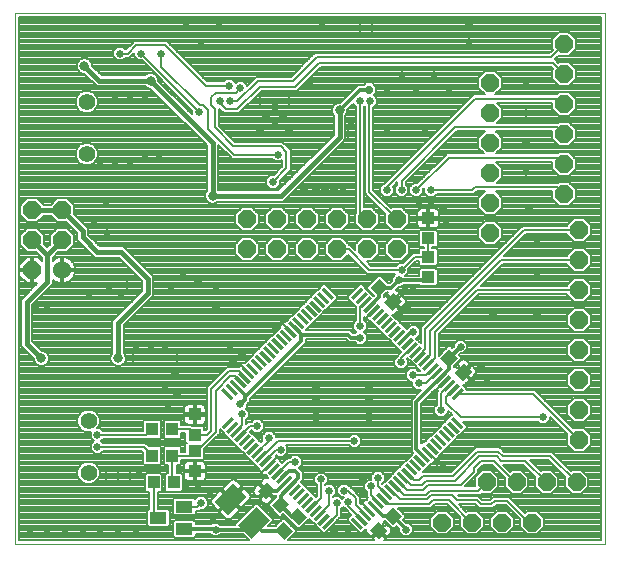
<source format=gbl>
G75*
%MOIN*%
%OFA0B0*%
%FSLAX25Y25*%
%IPPOS*%
%LPD*%
%AMOC8*
5,1,8,0,0,1.08239X$1,22.5*
%
%ADD10C,0.00000*%
%ADD11R,0.03937X0.04331*%
%ADD12R,0.04331X0.03937*%
%ADD13R,0.06299X0.08661*%
%ADD14C,0.05543*%
%ADD15R,0.04724X0.01260*%
%ADD16R,0.01260X0.04724*%
%ADD17R,0.05512X0.03937*%
%ADD18OC8,0.06000*%
%ADD19C,0.06000*%
%ADD20C,0.02578*%
%ADD21C,0.01181*%
%ADD22C,0.00787*%
%ADD23C,0.03169*%
%ADD24C,0.02775*%
%ADD25C,0.01772*%
%ADD26C,0.01378*%
D10*
X0008340Y0016382D02*
X0008340Y0193548D01*
X0205190Y0193548D01*
X0205190Y0016382D01*
X0008340Y0016382D01*
D11*
X0054600Y0037052D03*
X0061293Y0037052D03*
X0060899Y0045910D03*
X0054206Y0045910D03*
X0054206Y0054768D03*
X0060899Y0054768D03*
G36*
X0092347Y0037222D02*
X0095130Y0034439D01*
X0092069Y0031378D01*
X0089286Y0034161D01*
X0092347Y0037222D01*
G37*
G36*
X0097080Y0032489D02*
X0099863Y0029706D01*
X0096802Y0026645D01*
X0094019Y0029428D01*
X0097080Y0032489D01*
G37*
G36*
X0105740Y0025514D02*
X0102957Y0022731D01*
X0099896Y0025792D01*
X0102679Y0028575D01*
X0105740Y0025514D01*
G37*
G36*
X0101008Y0020781D02*
X0098225Y0017998D01*
X0095164Y0021059D01*
X0097947Y0023842D01*
X0101008Y0020781D01*
G37*
G36*
X0126765Y0021178D02*
X0129548Y0023961D01*
X0132609Y0020900D01*
X0129826Y0018117D01*
X0126765Y0021178D01*
G37*
G36*
X0131498Y0025911D02*
X0134281Y0028694D01*
X0137342Y0025633D01*
X0134559Y0022850D01*
X0131498Y0025911D01*
G37*
G36*
X0157692Y0070845D02*
X0154909Y0073628D01*
X0157970Y0076689D01*
X0160753Y0073906D01*
X0157692Y0070845D01*
G37*
G36*
X0152959Y0075578D02*
X0150176Y0078361D01*
X0153237Y0081422D01*
X0156020Y0078639D01*
X0152959Y0075578D01*
G37*
G36*
X0134358Y0094334D02*
X0131575Y0097117D01*
X0134636Y0100178D01*
X0137419Y0097395D01*
X0134358Y0094334D01*
G37*
G36*
X0129626Y0099066D02*
X0126843Y0101849D01*
X0129904Y0104910D01*
X0132687Y0102127D01*
X0129626Y0099066D01*
G37*
D12*
X0146135Y0105556D03*
X0146135Y0112249D03*
X0146135Y0118351D03*
X0146135Y0125044D03*
X0068379Y0059690D03*
X0068379Y0052997D03*
X0068379Y0047485D03*
X0068379Y0040792D03*
D13*
G36*
X0081156Y0036697D02*
X0085609Y0032244D01*
X0079486Y0026121D01*
X0075033Y0030574D01*
X0081156Y0036697D01*
G37*
G36*
X0088951Y0028902D02*
X0093404Y0024449D01*
X0087281Y0018326D01*
X0082828Y0022779D01*
X0088951Y0028902D01*
G37*
D14*
X0032946Y0040201D03*
X0032946Y0057524D03*
X0032356Y0146501D03*
X0032356Y0163823D03*
D15*
G36*
X0124579Y0101160D02*
X0121240Y0097821D01*
X0120349Y0098712D01*
X0123688Y0102051D01*
X0124579Y0101160D01*
G37*
G36*
X0125971Y0099769D02*
X0122632Y0096430D01*
X0121741Y0097321D01*
X0125080Y0100660D01*
X0125971Y0099769D01*
G37*
G36*
X0127363Y0098377D02*
X0124024Y0095038D01*
X0123133Y0095929D01*
X0126472Y0099268D01*
X0127363Y0098377D01*
G37*
G36*
X0128754Y0096985D02*
X0125415Y0093646D01*
X0124524Y0094537D01*
X0127863Y0097876D01*
X0128754Y0096985D01*
G37*
G36*
X0130146Y0095593D02*
X0126807Y0092254D01*
X0125916Y0093145D01*
X0129255Y0096484D01*
X0130146Y0095593D01*
G37*
G36*
X0131538Y0094201D02*
X0128199Y0090862D01*
X0127308Y0091753D01*
X0130647Y0095092D01*
X0131538Y0094201D01*
G37*
G36*
X0132930Y0092809D02*
X0129591Y0089470D01*
X0128700Y0090361D01*
X0132039Y0093700D01*
X0132930Y0092809D01*
G37*
G36*
X0134322Y0091417D02*
X0130983Y0088078D01*
X0130092Y0088969D01*
X0133431Y0092308D01*
X0134322Y0091417D01*
G37*
G36*
X0135714Y0090025D02*
X0132375Y0086686D01*
X0131484Y0087577D01*
X0134823Y0090916D01*
X0135714Y0090025D01*
G37*
G36*
X0137106Y0088633D02*
X0133767Y0085294D01*
X0132876Y0086185D01*
X0136215Y0089524D01*
X0137106Y0088633D01*
G37*
G36*
X0138498Y0087241D02*
X0135159Y0083902D01*
X0134268Y0084793D01*
X0137607Y0088132D01*
X0138498Y0087241D01*
G37*
G36*
X0139890Y0085849D02*
X0136551Y0082510D01*
X0135660Y0083401D01*
X0138999Y0086740D01*
X0139890Y0085849D01*
G37*
G36*
X0141282Y0084457D02*
X0137943Y0081118D01*
X0137052Y0082009D01*
X0140391Y0085348D01*
X0141282Y0084457D01*
G37*
G36*
X0142674Y0083065D02*
X0139335Y0079726D01*
X0138444Y0080617D01*
X0141783Y0083956D01*
X0142674Y0083065D01*
G37*
G36*
X0144066Y0081673D02*
X0140727Y0078334D01*
X0139836Y0079225D01*
X0143175Y0082564D01*
X0144066Y0081673D01*
G37*
G36*
X0145458Y0080281D02*
X0142119Y0076942D01*
X0141228Y0077833D01*
X0144567Y0081172D01*
X0145458Y0080281D01*
G37*
G36*
X0146850Y0078889D02*
X0143511Y0075550D01*
X0142620Y0076441D01*
X0145959Y0079780D01*
X0146850Y0078889D01*
G37*
G36*
X0148242Y0077497D02*
X0144903Y0074158D01*
X0144012Y0075049D01*
X0147351Y0078388D01*
X0148242Y0077497D01*
G37*
G36*
X0149634Y0076105D02*
X0146295Y0072766D01*
X0145404Y0073657D01*
X0148743Y0076996D01*
X0149634Y0076105D01*
G37*
G36*
X0151026Y0074714D02*
X0147687Y0071375D01*
X0146796Y0072266D01*
X0150135Y0075605D01*
X0151026Y0074714D01*
G37*
G36*
X0152418Y0073322D02*
X0149079Y0069983D01*
X0148188Y0070874D01*
X0151527Y0074213D01*
X0152418Y0073322D01*
G37*
G36*
X0153809Y0071930D02*
X0150470Y0068591D01*
X0149579Y0069482D01*
X0152918Y0072821D01*
X0153809Y0071930D01*
G37*
G36*
X0155201Y0070538D02*
X0151862Y0067199D01*
X0150971Y0068090D01*
X0154310Y0071429D01*
X0155201Y0070538D01*
G37*
G36*
X0156593Y0069146D02*
X0153254Y0065807D01*
X0152363Y0066698D01*
X0155702Y0070037D01*
X0156593Y0069146D01*
G37*
G36*
X0157985Y0067754D02*
X0154646Y0064415D01*
X0153755Y0065306D01*
X0157094Y0068645D01*
X0157985Y0067754D01*
G37*
G36*
X0114835Y0024604D02*
X0111496Y0021265D01*
X0110605Y0022156D01*
X0113944Y0025495D01*
X0114835Y0024604D01*
G37*
G36*
X0113443Y0025996D02*
X0110104Y0022657D01*
X0109213Y0023548D01*
X0112552Y0026887D01*
X0113443Y0025996D01*
G37*
G36*
X0112051Y0027387D02*
X0108712Y0024048D01*
X0107821Y0024939D01*
X0111160Y0028278D01*
X0112051Y0027387D01*
G37*
G36*
X0110659Y0028779D02*
X0107320Y0025440D01*
X0106429Y0026331D01*
X0109768Y0029670D01*
X0110659Y0028779D01*
G37*
G36*
X0109267Y0030171D02*
X0105928Y0026832D01*
X0105037Y0027723D01*
X0108376Y0031062D01*
X0109267Y0030171D01*
G37*
G36*
X0107875Y0031563D02*
X0104536Y0028224D01*
X0103645Y0029115D01*
X0106984Y0032454D01*
X0107875Y0031563D01*
G37*
G36*
X0106483Y0032955D02*
X0103144Y0029616D01*
X0102253Y0030507D01*
X0105592Y0033846D01*
X0106483Y0032955D01*
G37*
G36*
X0105091Y0034347D02*
X0101752Y0031008D01*
X0100861Y0031899D01*
X0104200Y0035238D01*
X0105091Y0034347D01*
G37*
G36*
X0103700Y0035739D02*
X0100361Y0032400D01*
X0099470Y0033291D01*
X0102809Y0036630D01*
X0103700Y0035739D01*
G37*
G36*
X0102308Y0037131D02*
X0098969Y0033792D01*
X0098078Y0034683D01*
X0101417Y0038022D01*
X0102308Y0037131D01*
G37*
G36*
X0100916Y0038523D02*
X0097577Y0035184D01*
X0096686Y0036075D01*
X0100025Y0039414D01*
X0100916Y0038523D01*
G37*
G36*
X0099524Y0039915D02*
X0096185Y0036576D01*
X0095294Y0037467D01*
X0098633Y0040806D01*
X0099524Y0039915D01*
G37*
G36*
X0098132Y0041307D02*
X0094793Y0037968D01*
X0093902Y0038859D01*
X0097241Y0042198D01*
X0098132Y0041307D01*
G37*
G36*
X0096740Y0042699D02*
X0093401Y0039360D01*
X0092510Y0040251D01*
X0095849Y0043590D01*
X0096740Y0042699D01*
G37*
G36*
X0095348Y0044091D02*
X0092009Y0040752D01*
X0091118Y0041643D01*
X0094457Y0044982D01*
X0095348Y0044091D01*
G37*
G36*
X0093956Y0045483D02*
X0090617Y0042144D01*
X0089726Y0043035D01*
X0093065Y0046374D01*
X0093956Y0045483D01*
G37*
G36*
X0092564Y0046875D02*
X0089225Y0043536D01*
X0088334Y0044427D01*
X0091673Y0047766D01*
X0092564Y0046875D01*
G37*
G36*
X0091172Y0048267D02*
X0087833Y0044928D01*
X0086942Y0045819D01*
X0090281Y0049158D01*
X0091172Y0048267D01*
G37*
G36*
X0089780Y0049659D02*
X0086441Y0046320D01*
X0085550Y0047211D01*
X0088889Y0050550D01*
X0089780Y0049659D01*
G37*
G36*
X0088388Y0051051D02*
X0085049Y0047712D01*
X0084158Y0048603D01*
X0087497Y0051942D01*
X0088388Y0051051D01*
G37*
G36*
X0086996Y0052442D02*
X0083657Y0049103D01*
X0082766Y0049994D01*
X0086105Y0053333D01*
X0086996Y0052442D01*
G37*
G36*
X0085604Y0053834D02*
X0082265Y0050495D01*
X0081374Y0051386D01*
X0084713Y0054725D01*
X0085604Y0053834D01*
G37*
G36*
X0084212Y0055226D02*
X0080873Y0051887D01*
X0079982Y0052778D01*
X0083321Y0056117D01*
X0084212Y0055226D01*
G37*
G36*
X0082820Y0056618D02*
X0079481Y0053279D01*
X0078590Y0054170D01*
X0081929Y0057509D01*
X0082820Y0056618D01*
G37*
G36*
X0081428Y0058010D02*
X0078089Y0054671D01*
X0077198Y0055562D01*
X0080537Y0058901D01*
X0081428Y0058010D01*
G37*
D16*
G36*
X0081428Y0065306D02*
X0080537Y0064415D01*
X0077198Y0067754D01*
X0078089Y0068645D01*
X0081428Y0065306D01*
G37*
G36*
X0082820Y0066698D02*
X0081929Y0065807D01*
X0078590Y0069146D01*
X0079481Y0070037D01*
X0082820Y0066698D01*
G37*
G36*
X0084212Y0068090D02*
X0083321Y0067199D01*
X0079982Y0070538D01*
X0080873Y0071429D01*
X0084212Y0068090D01*
G37*
G36*
X0085604Y0069482D02*
X0084713Y0068591D01*
X0081374Y0071930D01*
X0082265Y0072821D01*
X0085604Y0069482D01*
G37*
G36*
X0086996Y0070874D02*
X0086105Y0069983D01*
X0082766Y0073322D01*
X0083657Y0074213D01*
X0086996Y0070874D01*
G37*
G36*
X0088388Y0072266D02*
X0087497Y0071375D01*
X0084158Y0074714D01*
X0085049Y0075605D01*
X0088388Y0072266D01*
G37*
G36*
X0089780Y0073657D02*
X0088889Y0072766D01*
X0085550Y0076105D01*
X0086441Y0076996D01*
X0089780Y0073657D01*
G37*
G36*
X0091172Y0075049D02*
X0090281Y0074158D01*
X0086942Y0077497D01*
X0087833Y0078388D01*
X0091172Y0075049D01*
G37*
G36*
X0092564Y0076441D02*
X0091673Y0075550D01*
X0088334Y0078889D01*
X0089225Y0079780D01*
X0092564Y0076441D01*
G37*
G36*
X0093956Y0077833D02*
X0093065Y0076942D01*
X0089726Y0080281D01*
X0090617Y0081172D01*
X0093956Y0077833D01*
G37*
G36*
X0095348Y0079225D02*
X0094457Y0078334D01*
X0091118Y0081673D01*
X0092009Y0082564D01*
X0095348Y0079225D01*
G37*
G36*
X0096740Y0080617D02*
X0095849Y0079726D01*
X0092510Y0083065D01*
X0093401Y0083956D01*
X0096740Y0080617D01*
G37*
G36*
X0098132Y0082009D02*
X0097241Y0081118D01*
X0093902Y0084457D01*
X0094793Y0085348D01*
X0098132Y0082009D01*
G37*
G36*
X0099524Y0083401D02*
X0098633Y0082510D01*
X0095294Y0085849D01*
X0096185Y0086740D01*
X0099524Y0083401D01*
G37*
G36*
X0100916Y0084793D02*
X0100025Y0083902D01*
X0096686Y0087241D01*
X0097577Y0088132D01*
X0100916Y0084793D01*
G37*
G36*
X0102308Y0086185D02*
X0101417Y0085294D01*
X0098078Y0088633D01*
X0098969Y0089524D01*
X0102308Y0086185D01*
G37*
G36*
X0103700Y0087577D02*
X0102809Y0086686D01*
X0099470Y0090025D01*
X0100361Y0090916D01*
X0103700Y0087577D01*
G37*
G36*
X0105091Y0088969D02*
X0104200Y0088078D01*
X0100861Y0091417D01*
X0101752Y0092308D01*
X0105091Y0088969D01*
G37*
G36*
X0106483Y0090361D02*
X0105592Y0089470D01*
X0102253Y0092809D01*
X0103144Y0093700D01*
X0106483Y0090361D01*
G37*
G36*
X0107875Y0091753D02*
X0106984Y0090862D01*
X0103645Y0094201D01*
X0104536Y0095092D01*
X0107875Y0091753D01*
G37*
G36*
X0109267Y0093145D02*
X0108376Y0092254D01*
X0105037Y0095593D01*
X0105928Y0096484D01*
X0109267Y0093145D01*
G37*
G36*
X0110659Y0094537D02*
X0109768Y0093646D01*
X0106429Y0096985D01*
X0107320Y0097876D01*
X0110659Y0094537D01*
G37*
G36*
X0112051Y0095929D02*
X0111160Y0095038D01*
X0107821Y0098377D01*
X0108712Y0099268D01*
X0112051Y0095929D01*
G37*
G36*
X0113443Y0097321D02*
X0112552Y0096430D01*
X0109213Y0099769D01*
X0110104Y0100660D01*
X0113443Y0097321D01*
G37*
G36*
X0114835Y0098712D02*
X0113944Y0097821D01*
X0110605Y0101160D01*
X0111496Y0102051D01*
X0114835Y0098712D01*
G37*
G36*
X0157985Y0055562D02*
X0157094Y0054671D01*
X0153755Y0058010D01*
X0154646Y0058901D01*
X0157985Y0055562D01*
G37*
G36*
X0156593Y0054170D02*
X0155702Y0053279D01*
X0152363Y0056618D01*
X0153254Y0057509D01*
X0156593Y0054170D01*
G37*
G36*
X0155201Y0052778D02*
X0154310Y0051887D01*
X0150971Y0055226D01*
X0151862Y0056117D01*
X0155201Y0052778D01*
G37*
G36*
X0153809Y0051386D02*
X0152918Y0050495D01*
X0149579Y0053834D01*
X0150470Y0054725D01*
X0153809Y0051386D01*
G37*
G36*
X0152418Y0049994D02*
X0151527Y0049103D01*
X0148188Y0052442D01*
X0149079Y0053333D01*
X0152418Y0049994D01*
G37*
G36*
X0151026Y0048603D02*
X0150135Y0047712D01*
X0146796Y0051051D01*
X0147687Y0051942D01*
X0151026Y0048603D01*
G37*
G36*
X0149634Y0047211D02*
X0148743Y0046320D01*
X0145404Y0049659D01*
X0146295Y0050550D01*
X0149634Y0047211D01*
G37*
G36*
X0148242Y0045819D02*
X0147351Y0044928D01*
X0144012Y0048267D01*
X0144903Y0049158D01*
X0148242Y0045819D01*
G37*
G36*
X0146850Y0044427D02*
X0145959Y0043536D01*
X0142620Y0046875D01*
X0143511Y0047766D01*
X0146850Y0044427D01*
G37*
G36*
X0145458Y0043035D02*
X0144567Y0042144D01*
X0141228Y0045483D01*
X0142119Y0046374D01*
X0145458Y0043035D01*
G37*
G36*
X0144066Y0041643D02*
X0143175Y0040752D01*
X0139836Y0044091D01*
X0140727Y0044982D01*
X0144066Y0041643D01*
G37*
G36*
X0142674Y0040251D02*
X0141783Y0039360D01*
X0138444Y0042699D01*
X0139335Y0043590D01*
X0142674Y0040251D01*
G37*
G36*
X0141282Y0038859D02*
X0140391Y0037968D01*
X0137052Y0041307D01*
X0137943Y0042198D01*
X0141282Y0038859D01*
G37*
G36*
X0139890Y0037467D02*
X0138999Y0036576D01*
X0135660Y0039915D01*
X0136551Y0040806D01*
X0139890Y0037467D01*
G37*
G36*
X0138498Y0036075D02*
X0137607Y0035184D01*
X0134268Y0038523D01*
X0135159Y0039414D01*
X0138498Y0036075D01*
G37*
G36*
X0137106Y0034683D02*
X0136215Y0033792D01*
X0132876Y0037131D01*
X0133767Y0038022D01*
X0137106Y0034683D01*
G37*
G36*
X0135714Y0033291D02*
X0134823Y0032400D01*
X0131484Y0035739D01*
X0132375Y0036630D01*
X0135714Y0033291D01*
G37*
G36*
X0134322Y0031899D02*
X0133431Y0031008D01*
X0130092Y0034347D01*
X0130983Y0035238D01*
X0134322Y0031899D01*
G37*
G36*
X0132930Y0030507D02*
X0132039Y0029616D01*
X0128700Y0032955D01*
X0129591Y0033846D01*
X0132930Y0030507D01*
G37*
G36*
X0131538Y0029115D02*
X0130647Y0028224D01*
X0127308Y0031563D01*
X0128199Y0032454D01*
X0131538Y0029115D01*
G37*
G36*
X0130146Y0027723D02*
X0129255Y0026832D01*
X0125916Y0030171D01*
X0126807Y0031062D01*
X0130146Y0027723D01*
G37*
G36*
X0128754Y0026331D02*
X0127863Y0025440D01*
X0124524Y0028779D01*
X0125415Y0029670D01*
X0128754Y0026331D01*
G37*
G36*
X0127363Y0024939D02*
X0126472Y0024048D01*
X0123133Y0027387D01*
X0124024Y0028278D01*
X0127363Y0024939D01*
G37*
G36*
X0125971Y0023548D02*
X0125080Y0022657D01*
X0121741Y0025996D01*
X0122632Y0026887D01*
X0125971Y0023548D01*
G37*
G36*
X0124579Y0022156D02*
X0123688Y0021265D01*
X0120349Y0024604D01*
X0121240Y0025495D01*
X0124579Y0022156D01*
G37*
D17*
X0064836Y0021501D03*
X0064836Y0028981D03*
X0056175Y0025241D03*
D18*
X0014167Y0107760D03*
X0014167Y0117760D03*
X0024167Y0117760D03*
X0024167Y0127760D03*
X0014167Y0127760D03*
X0085702Y0124729D03*
X0095702Y0124729D03*
X0105702Y0124729D03*
X0115702Y0124729D03*
X0125702Y0124729D03*
X0135702Y0124729D03*
X0135702Y0114729D03*
X0125702Y0114729D03*
X0115702Y0114729D03*
X0105702Y0114729D03*
X0095702Y0114729D03*
X0085702Y0114729D03*
X0165584Y0037052D03*
X0175584Y0037052D03*
X0185584Y0037052D03*
X0195584Y0037052D03*
X0196332Y0051264D03*
X0196332Y0061264D03*
X0196332Y0071264D03*
X0196332Y0081264D03*
X0196332Y0091264D03*
X0196332Y0101264D03*
X0196332Y0111264D03*
X0196332Y0121264D03*
X0191411Y0133115D03*
X0191411Y0143115D03*
X0191411Y0153115D03*
X0191411Y0163115D03*
X0191411Y0173115D03*
X0191411Y0183115D03*
X0166804Y0170319D03*
X0166804Y0160319D03*
X0166804Y0150319D03*
X0166804Y0140319D03*
X0166804Y0130319D03*
X0166804Y0120319D03*
X0170820Y0023666D03*
X0180820Y0023666D03*
X0160820Y0023666D03*
X0150820Y0023666D03*
D19*
X0024167Y0107760D03*
D20*
X0032946Y0100044D03*
X0039836Y0101028D03*
X0043773Y0100044D03*
X0045741Y0102997D03*
X0060505Y0102012D03*
X0064442Y0105949D03*
X0069364Y0103981D03*
X0075269Y0101028D03*
X0075269Y0095123D03*
X0080190Y0081343D03*
X0084127Y0079375D03*
X0081175Y0077406D03*
X0083537Y0063036D03*
X0084127Y0059690D03*
X0089049Y0055753D03*
X0092986Y0051816D03*
X0096923Y0047879D03*
X0101844Y0043941D03*
X0110505Y0038036D03*
X0113064Y0034099D03*
X0115623Y0030162D03*
X0119560Y0030359D03*
X0117986Y0034296D03*
X0124482Y0033115D03*
X0127041Y0035674D03*
X0124482Y0038036D03*
X0129403Y0038430D03*
X0121529Y0050831D03*
X0126450Y0056737D03*
X0126450Y0060674D03*
X0126450Y0064611D03*
X0126450Y0068548D03*
X0137080Y0077012D03*
X0141017Y0072879D03*
X0143182Y0070123D03*
X0148104Y0066382D03*
X0150466Y0061067D03*
X0160899Y0070516D03*
X0165820Y0071501D03*
X0163852Y0075438D03*
X0156962Y0082327D03*
X0167789Y0093154D03*
X0182552Y0093154D03*
X0182552Y0106934D03*
X0182552Y0116776D03*
X0179600Y0128587D03*
X0178615Y0140398D03*
X0178615Y0150241D03*
X0178615Y0160083D03*
X0178615Y0170910D03*
X0159915Y0183705D03*
X0159915Y0189611D03*
X0148104Y0172879D03*
X0153025Y0166973D03*
X0142198Y0166973D03*
X0137277Y0172879D03*
X0132356Y0166973D03*
X0126844Y0164020D03*
X0123497Y0164020D03*
X0120545Y0157130D03*
X0119560Y0153193D03*
X0132356Y0155162D03*
X0145151Y0155162D03*
X0147119Y0134493D03*
X0142198Y0134493D03*
X0137277Y0134493D03*
X0132356Y0134493D03*
X0143182Y0129571D03*
X0147119Y0129571D03*
X0151056Y0128587D03*
X0152041Y0124650D03*
X0137277Y0107918D03*
X0136293Y0104375D03*
X0138261Y0101028D03*
X0141214Y0101028D03*
X0139245Y0095123D03*
X0136293Y0093154D03*
X0141214Y0087249D03*
X0123497Y0089217D03*
X0123497Y0085280D03*
X0108734Y0068548D03*
X0108734Y0064611D03*
X0108734Y0060674D03*
X0108734Y0056737D03*
X0091804Y0028981D03*
X0094167Y0026422D03*
X0075269Y0021304D03*
X0074285Y0025241D03*
X0070348Y0030162D03*
X0069364Y0034690D03*
X0065427Y0035083D03*
X0073301Y0034099D03*
X0049678Y0040989D03*
X0046726Y0039020D03*
X0042789Y0039020D03*
X0038852Y0039020D03*
X0035899Y0048863D03*
X0035899Y0052800D03*
X0058537Y0069532D03*
X0062474Y0066579D03*
X0059521Y0061658D03*
X0061883Y0073272D03*
X0062474Y0078390D03*
X0058537Y0082721D03*
X0053615Y0082721D03*
X0048694Y0082524D03*
X0047710Y0078390D03*
X0019167Y0096107D03*
X0015230Y0095123D03*
X0039049Y0120123D03*
X0034915Y0124256D03*
X0038852Y0130949D03*
X0036883Y0144335D03*
X0041804Y0144335D03*
X0046726Y0144335D03*
X0051647Y0145319D03*
X0056568Y0145319D03*
X0069757Y0160477D03*
X0076647Y0164020D03*
X0080190Y0164020D03*
X0079797Y0169335D03*
X0083537Y0168548D03*
X0090033Y0164020D03*
X0092001Y0159099D03*
X0094954Y0162052D03*
X0097907Y0159099D03*
X0094954Y0156146D03*
X0099875Y0154178D03*
X0095938Y0146304D03*
X0090033Y0154178D03*
X0099875Y0164020D03*
X0106568Y0170123D03*
X0123497Y0188627D03*
X0127434Y0188627D03*
X0110702Y0190595D03*
X0076253Y0190595D03*
X0070348Y0182721D03*
X0065427Y0190595D03*
X0057159Y0179965D03*
X0050269Y0179965D03*
X0043379Y0179965D03*
X0041804Y0165989D03*
X0046726Y0165989D03*
X0051647Y0165989D03*
X0094364Y0137249D03*
X0104797Y0134493D03*
X0108734Y0134493D03*
X0111686Y0134493D03*
X0114639Y0134493D03*
X0117592Y0135477D03*
X0097907Y0091186D03*
X0094954Y0089217D03*
X0149088Y0043941D03*
X0151056Y0041973D03*
X0138852Y0021304D03*
X0134915Y0020910D03*
X0119560Y0021304D03*
X0114639Y0020713D03*
X0048694Y0021304D03*
X0042789Y0021304D03*
X0036883Y0021304D03*
X0030978Y0021304D03*
X0025072Y0021304D03*
X0019167Y0021304D03*
X0013261Y0021304D03*
X0184521Y0058705D03*
D21*
X0156962Y0082327D02*
X0156926Y0082327D01*
X0153098Y0078500D01*
X0153098Y0074893D01*
X0150303Y0072098D01*
X0142198Y0063993D01*
X0142198Y0048187D01*
X0144735Y0045651D01*
X0128031Y0028947D02*
X0131207Y0025772D01*
X0134420Y0025772D01*
X0138852Y0021340D01*
X0138852Y0021304D01*
X0102818Y0025653D02*
X0100855Y0025653D01*
X0096941Y0029567D01*
X0096941Y0032655D01*
X0100193Y0035907D01*
X0102828Y0038543D01*
X0102828Y0040004D01*
X0101844Y0040989D01*
X0099706Y0040989D01*
X0097409Y0038691D01*
X0098801Y0037299D02*
X0095802Y0034300D01*
X0092208Y0034300D01*
X0088116Y0023614D02*
X0090810Y0020920D01*
X0098086Y0020920D01*
X0088116Y0023614D02*
X0085806Y0021304D01*
X0075269Y0021304D01*
X0075072Y0021501D01*
X0064836Y0021501D01*
X0083537Y0063036D02*
X0085112Y0064611D01*
X0085112Y0066186D01*
X0085702Y0066186D01*
X0103812Y0084296D01*
X0103812Y0086573D01*
X0104121Y0086264D01*
X0119560Y0086264D01*
X0120545Y0085280D01*
X0123497Y0085280D01*
X0126639Y0095761D02*
X0129765Y0098886D01*
X0129765Y0101988D01*
X0133907Y0101988D01*
X0136293Y0104375D01*
X0144954Y0104375D01*
X0146135Y0105556D01*
X0141214Y0087249D02*
X0140399Y0087249D01*
X0137775Y0084625D01*
X0103812Y0086573D02*
X0101585Y0088801D01*
X0082097Y0069314D02*
X0082097Y0069200D01*
X0085112Y0066186D01*
D22*
X0086696Y0064939D02*
X0087286Y0065529D01*
X0105397Y0083640D01*
X0105397Y0084680D01*
X0118904Y0084680D01*
X0118960Y0084624D01*
X0119888Y0083696D01*
X0121853Y0083696D01*
X0122552Y0082997D01*
X0124443Y0082997D01*
X0125780Y0084335D01*
X0125780Y0086226D01*
X0124757Y0087249D01*
X0125780Y0088272D01*
X0125780Y0090163D01*
X0124885Y0091058D01*
X0124885Y0092204D01*
X0125376Y0091713D01*
X0125951Y0091138D01*
X0126269Y0090954D01*
X0126623Y0090859D01*
X0126795Y0090859D01*
X0127706Y0089948D01*
X0129098Y0088556D01*
X0130490Y0087164D01*
X0131882Y0085772D01*
X0133274Y0084381D01*
X0133274Y0084380D02*
X0134666Y0082989D01*
X0136058Y0081597D01*
X0137205Y0080449D01*
X0135693Y0078937D01*
X0135693Y0078853D01*
X0134797Y0077958D01*
X0134797Y0076067D01*
X0136135Y0074730D01*
X0138026Y0074730D01*
X0139363Y0076067D01*
X0139363Y0077958D01*
X0139000Y0078320D01*
X0139167Y0078487D01*
X0140314Y0077340D01*
X0140314Y0077340D01*
X0141625Y0076029D01*
X0143017Y0074637D01*
X0143388Y0074266D01*
X0142858Y0074266D01*
X0141963Y0075161D01*
X0140072Y0075161D01*
X0138734Y0073824D01*
X0138734Y0071933D01*
X0140072Y0070596D01*
X0140900Y0070596D01*
X0140900Y0069177D01*
X0142237Y0067840D01*
X0143804Y0067840D01*
X0140614Y0064649D01*
X0140614Y0063337D01*
X0140614Y0047531D01*
X0141242Y0046903D01*
X0140314Y0045976D01*
X0138922Y0044584D01*
X0137530Y0043192D01*
X0136139Y0041800D01*
X0134747Y0040408D01*
X0133274Y0038936D01*
X0133274Y0038936D01*
X0131963Y0037625D01*
X0130815Y0036477D01*
X0130790Y0036502D01*
X0130790Y0036589D01*
X0131686Y0037484D01*
X0131686Y0039375D01*
X0130348Y0040712D01*
X0128457Y0040712D01*
X0127120Y0039375D01*
X0127120Y0037956D01*
X0126095Y0037956D01*
X0124758Y0036619D01*
X0124758Y0034728D01*
X0125653Y0033833D01*
X0125653Y0032147D01*
X0126069Y0031731D01*
X0125403Y0031065D01*
X0125231Y0031065D01*
X0124877Y0030970D01*
X0124559Y0030786D01*
X0123984Y0030211D01*
X0126639Y0027556D01*
X0126639Y0027555D01*
X0123984Y0030211D01*
X0123713Y0029940D01*
X0123507Y0030146D01*
X0123507Y0032311D01*
X0120135Y0035683D01*
X0119826Y0035683D01*
X0118931Y0036578D01*
X0117040Y0036578D01*
X0115703Y0035241D01*
X0115703Y0033350D01*
X0117040Y0032013D01*
X0117987Y0032013D01*
X0117493Y0031520D01*
X0116569Y0032445D01*
X0114678Y0032445D01*
X0114452Y0032218D01*
X0114452Y0032258D01*
X0115347Y0033153D01*
X0115347Y0035044D01*
X0114010Y0036382D01*
X0112119Y0036382D01*
X0111893Y0036155D01*
X0111893Y0036195D01*
X0112788Y0037090D01*
X0112788Y0038981D01*
X0111451Y0040319D01*
X0109560Y0040319D01*
X0108223Y0038981D01*
X0108223Y0037090D01*
X0109118Y0036195D01*
X0109118Y0032508D01*
X0108728Y0032118D01*
X0107478Y0033368D01*
X0106086Y0034760D01*
X0104694Y0036152D01*
X0103686Y0037160D01*
X0104412Y0037886D01*
X0104412Y0040661D01*
X0103428Y0041645D01*
X0103102Y0041971D01*
X0104126Y0042996D01*
X0104126Y0044887D01*
X0102789Y0046224D01*
X0100898Y0046224D01*
X0100003Y0045329D01*
X0099301Y0045329D01*
X0098488Y0044516D01*
X0097409Y0043437D01*
X0096742Y0044103D01*
X0096742Y0044275D01*
X0096647Y0044630D01*
X0096464Y0044947D01*
X0095889Y0045523D01*
X0095478Y0045934D01*
X0095559Y0046014D01*
X0095977Y0045596D01*
X0097868Y0045596D01*
X0099205Y0046933D01*
X0099205Y0048824D01*
X0098585Y0049444D01*
X0119688Y0049444D01*
X0120583Y0048549D01*
X0122474Y0048549D01*
X0123812Y0049886D01*
X0123812Y0051777D01*
X0122474Y0053114D01*
X0120583Y0053114D01*
X0119688Y0052219D01*
X0095364Y0052219D01*
X0095268Y0052123D01*
X0095268Y0052761D01*
X0093931Y0054098D01*
X0092040Y0054098D01*
X0090703Y0052761D01*
X0090703Y0050870D01*
X0090813Y0050760D01*
X0090449Y0050397D01*
X0089383Y0051463D01*
X0087991Y0052855D01*
X0086843Y0054002D01*
X0087206Y0054365D01*
X0087208Y0054365D01*
X0088103Y0053470D01*
X0089994Y0053470D01*
X0091331Y0054807D01*
X0091331Y0056698D01*
X0089994Y0058035D01*
X0088103Y0058035D01*
X0087208Y0057140D01*
X0086057Y0057140D01*
X0085515Y0056598D01*
X0085515Y0057849D01*
X0086410Y0058744D01*
X0086410Y0060635D01*
X0085387Y0061658D01*
X0085819Y0062090D01*
X0085819Y0063078D01*
X0086696Y0063955D01*
X0086696Y0064939D01*
X0086866Y0065109D02*
X0141073Y0065109D01*
X0140614Y0064323D02*
X0086696Y0064323D01*
X0086278Y0063537D02*
X0140614Y0063537D01*
X0140614Y0062751D02*
X0085819Y0062751D01*
X0085694Y0061965D02*
X0140614Y0061965D01*
X0140614Y0061179D02*
X0085866Y0061179D01*
X0086410Y0060394D02*
X0140614Y0060394D01*
X0140614Y0059608D02*
X0086410Y0059608D01*
X0086410Y0058822D02*
X0140614Y0058822D01*
X0140614Y0058036D02*
X0085702Y0058036D01*
X0085515Y0057250D02*
X0087318Y0057250D01*
X0086631Y0055753D02*
X0089049Y0055753D01*
X0090630Y0054106D02*
X0140614Y0054106D01*
X0140614Y0053320D02*
X0094709Y0053320D01*
X0095268Y0052534D02*
X0120004Y0052534D01*
X0121529Y0050831D02*
X0095938Y0050831D01*
X0090758Y0045651D01*
X0090449Y0045651D01*
X0089057Y0047043D02*
X0092986Y0050971D01*
X0092986Y0051816D01*
X0090703Y0051749D02*
X0089097Y0051749D01*
X0088311Y0052534D02*
X0090703Y0052534D01*
X0091262Y0053320D02*
X0087525Y0053320D01*
X0087467Y0054106D02*
X0086947Y0054106D01*
X0086631Y0055753D02*
X0083489Y0052610D01*
X0082097Y0054002D02*
X0084127Y0056032D01*
X0084127Y0059690D01*
X0087652Y0065895D02*
X0141859Y0065895D01*
X0142645Y0066681D02*
X0088438Y0066681D01*
X0089224Y0067467D02*
X0143431Y0067467D01*
X0141824Y0068253D02*
X0090010Y0068253D01*
X0090796Y0069039D02*
X0141038Y0069039D01*
X0140900Y0069825D02*
X0091581Y0069825D01*
X0092367Y0070610D02*
X0140057Y0070610D01*
X0139271Y0071396D02*
X0093153Y0071396D01*
X0093939Y0072182D02*
X0138734Y0072182D01*
X0138734Y0072968D02*
X0094725Y0072968D01*
X0095511Y0073754D02*
X0138734Y0073754D01*
X0139450Y0074540D02*
X0096297Y0074540D01*
X0097083Y0075326D02*
X0135538Y0075326D01*
X0134797Y0076112D02*
X0097869Y0076112D01*
X0098655Y0076898D02*
X0134797Y0076898D01*
X0134797Y0077684D02*
X0099441Y0077684D01*
X0100227Y0078470D02*
X0135309Y0078470D01*
X0136011Y0079255D02*
X0101012Y0079255D01*
X0101798Y0080041D02*
X0136797Y0080041D01*
X0136827Y0080827D02*
X0102584Y0080827D01*
X0103370Y0081613D02*
X0136041Y0081613D01*
X0135255Y0082399D02*
X0104156Y0082399D01*
X0104942Y0083185D02*
X0122364Y0083185D01*
X0124631Y0083185D02*
X0134469Y0083185D01*
X0133683Y0083971D02*
X0125416Y0083971D01*
X0125780Y0084757D02*
X0132897Y0084757D01*
X0133274Y0084381D02*
X0133274Y0084380D01*
X0132111Y0085543D02*
X0125780Y0085543D01*
X0125677Y0086329D02*
X0131325Y0086329D01*
X0130540Y0087115D02*
X0124891Y0087115D01*
X0125409Y0087901D02*
X0129754Y0087901D01*
X0128968Y0088686D02*
X0125780Y0088686D01*
X0125780Y0089472D02*
X0128182Y0089472D01*
X0127396Y0090258D02*
X0125684Y0090258D01*
X0126113Y0091044D02*
X0124898Y0091044D01*
X0124885Y0091830D02*
X0125258Y0091830D01*
X0125376Y0091713D02*
X0128031Y0094369D01*
X0128031Y0094369D01*
X0125376Y0091713D01*
X0125493Y0091830D02*
X0125493Y0091830D01*
X0126279Y0092616D02*
X0126279Y0092616D01*
X0127065Y0093402D02*
X0127065Y0093402D01*
X0127850Y0094188D02*
X0127851Y0094188D01*
X0125248Y0097153D02*
X0123497Y0095402D01*
X0123497Y0089217D01*
X0121215Y0089472D02*
X0107002Y0089472D01*
X0107397Y0089867D02*
X0106005Y0088475D01*
X0105378Y0087849D01*
X0120217Y0087849D01*
X0121201Y0086864D01*
X0121853Y0086864D01*
X0122238Y0087249D01*
X0121215Y0088272D01*
X0121215Y0090163D01*
X0122110Y0091058D01*
X0122110Y0095544D01*
X0120746Y0096908D01*
X0119354Y0098300D01*
X0119354Y0099123D01*
X0123277Y0103046D01*
X0124100Y0103046D01*
X0125492Y0101654D01*
X0126884Y0100262D01*
X0127892Y0099254D01*
X0127962Y0099323D01*
X0125848Y0101438D01*
X0125848Y0102261D01*
X0129492Y0105905D01*
X0130315Y0105905D01*
X0132648Y0103573D01*
X0133250Y0103573D01*
X0134010Y0104332D01*
X0134010Y0105320D01*
X0135220Y0106530D01*
X0125875Y0106530D01*
X0119514Y0112892D01*
X0117356Y0110735D01*
X0114048Y0110735D01*
X0111708Y0113075D01*
X0111708Y0116383D01*
X0114048Y0118723D01*
X0117356Y0118723D01*
X0119696Y0116383D01*
X0119696Y0116116D01*
X0120214Y0116116D01*
X0121708Y0114622D01*
X0121708Y0116383D01*
X0124048Y0118723D01*
X0127356Y0118723D01*
X0129696Y0116383D01*
X0129696Y0113075D01*
X0127356Y0110735D01*
X0125595Y0110735D01*
X0127025Y0109305D01*
X0135436Y0109305D01*
X0136331Y0110201D01*
X0137597Y0110201D01*
X0141033Y0113636D01*
X0142976Y0113636D01*
X0142976Y0114629D01*
X0143558Y0115211D01*
X0144748Y0115211D01*
X0144748Y0115389D01*
X0143558Y0115389D01*
X0142976Y0115971D01*
X0142976Y0120731D01*
X0143558Y0121313D01*
X0148712Y0121313D01*
X0149294Y0120731D01*
X0149294Y0115971D01*
X0148712Y0115389D01*
X0147523Y0115389D01*
X0147523Y0115211D01*
X0148712Y0115211D01*
X0149294Y0114629D01*
X0149294Y0109868D01*
X0148712Y0109286D01*
X0143558Y0109286D01*
X0142976Y0109868D01*
X0142976Y0110861D01*
X0142182Y0110861D01*
X0139560Y0108238D01*
X0139560Y0106972D01*
X0138546Y0105959D01*
X0142976Y0105959D01*
X0142976Y0107936D01*
X0143558Y0108518D01*
X0148712Y0108518D01*
X0149294Y0107936D01*
X0149294Y0103176D01*
X0148712Y0102593D01*
X0143558Y0102593D01*
X0143361Y0102790D01*
X0137937Y0102790D01*
X0137238Y0102092D01*
X0136250Y0102092D01*
X0135491Y0101332D01*
X0135467Y0101309D01*
X0135492Y0101294D01*
X0136735Y0100051D01*
X0134497Y0097813D01*
X0133940Y0097256D01*
X0131841Y0099355D01*
X0131349Y0098862D01*
X0131349Y0099384D01*
X0132369Y0100404D01*
X0132891Y0100404D01*
X0132398Y0099912D01*
X0134497Y0097813D01*
X0135054Y0097256D01*
X0137292Y0099494D01*
X0138535Y0098251D01*
X0138719Y0097933D01*
X0138814Y0097579D01*
X0138814Y0097212D01*
X0138719Y0096857D01*
X0138535Y0096539D01*
X0137153Y0095157D01*
X0135054Y0097256D01*
X0134497Y0096699D01*
X0136596Y0094600D01*
X0135214Y0093218D01*
X0134896Y0093034D01*
X0134541Y0092939D01*
X0134207Y0092939D01*
X0135236Y0091910D01*
X0136628Y0090518D01*
X0138101Y0089045D01*
X0138101Y0089045D01*
X0138942Y0088204D01*
X0140268Y0089531D01*
X0142159Y0089531D01*
X0143497Y0088194D01*
X0143497Y0086303D01*
X0142170Y0084976D01*
X0142195Y0084951D01*
X0143587Y0083559D01*
X0143764Y0083383D01*
X0143764Y0088808D01*
X0176795Y0121839D01*
X0177608Y0122652D01*
X0192338Y0122652D01*
X0192338Y0122919D01*
X0194678Y0125258D01*
X0197986Y0125258D01*
X0200326Y0122919D01*
X0200326Y0119610D01*
X0197986Y0117271D01*
X0194678Y0117271D01*
X0192338Y0119610D01*
X0192338Y0119877D01*
X0178757Y0119877D01*
X0171532Y0112652D01*
X0192338Y0112652D01*
X0192338Y0112919D01*
X0194678Y0115258D01*
X0197986Y0115258D01*
X0200326Y0112919D01*
X0200326Y0109610D01*
X0197986Y0107271D01*
X0194678Y0107271D01*
X0192338Y0109610D01*
X0192338Y0109877D01*
X0170922Y0109877D01*
X0163697Y0102652D01*
X0192338Y0102652D01*
X0192338Y0102919D01*
X0194678Y0105258D01*
X0197986Y0105258D01*
X0200326Y0102919D01*
X0200326Y0099610D01*
X0197986Y0097271D01*
X0194678Y0097271D01*
X0192338Y0099610D01*
X0192338Y0099877D01*
X0163088Y0099877D01*
X0149688Y0086477D01*
X0149688Y0079279D01*
X0152826Y0082417D01*
X0153649Y0082417D01*
X0154212Y0081854D01*
X0154679Y0082321D01*
X0154679Y0083273D01*
X0156016Y0084610D01*
X0157907Y0084610D01*
X0159245Y0083273D01*
X0159245Y0081382D01*
X0157907Y0080045D01*
X0156884Y0080045D01*
X0156452Y0079613D01*
X0157015Y0079051D01*
X0157015Y0078227D01*
X0154683Y0075895D01*
X0154683Y0075374D01*
X0155175Y0075866D01*
X0157274Y0073767D01*
X0157831Y0074324D01*
X0160069Y0076562D01*
X0158826Y0077806D01*
X0158508Y0077989D01*
X0158154Y0078084D01*
X0157787Y0078084D01*
X0157432Y0077989D01*
X0157114Y0077806D01*
X0155732Y0076423D01*
X0157831Y0074324D01*
X0158388Y0073767D01*
X0160487Y0071668D01*
X0161869Y0073051D01*
X0162053Y0073368D01*
X0162148Y0073723D01*
X0162148Y0074090D01*
X0162053Y0074444D01*
X0161869Y0074762D01*
X0160626Y0076005D01*
X0158388Y0073767D01*
X0157831Y0073210D01*
X0159930Y0071111D01*
X0158547Y0069729D01*
X0158230Y0069545D01*
X0157875Y0069450D01*
X0157696Y0069450D01*
X0158980Y0068166D01*
X0158980Y0067917D01*
X0181641Y0067917D01*
X0194489Y0055069D01*
X0194678Y0055258D01*
X0197986Y0055258D01*
X0200326Y0052919D01*
X0200326Y0049610D01*
X0197986Y0047271D01*
X0194678Y0047271D01*
X0192338Y0049610D01*
X0192338Y0052919D01*
X0192527Y0053107D01*
X0186804Y0058831D01*
X0186804Y0057760D01*
X0185466Y0056423D01*
X0183575Y0056423D01*
X0182680Y0057318D01*
X0157635Y0057318D01*
X0158980Y0055973D01*
X0158980Y0055150D01*
X0157588Y0053758D01*
X0156196Y0052366D01*
X0154804Y0050974D01*
X0154804Y0050974D01*
X0153412Y0049582D01*
X0152020Y0048190D01*
X0150628Y0046798D01*
X0149636Y0045806D01*
X0149636Y0045634D01*
X0149541Y0045280D01*
X0149358Y0044962D01*
X0148783Y0044387D01*
X0146127Y0047043D01*
X0146127Y0047042D01*
X0148782Y0044387D01*
X0148207Y0043812D01*
X0147890Y0043628D01*
X0147535Y0043533D01*
X0147363Y0043533D01*
X0146452Y0042622D01*
X0144979Y0041149D01*
X0144979Y0041149D01*
X0144434Y0040604D01*
X0153828Y0040604D01*
X0161086Y0047863D01*
X0161899Y0048675D01*
X0170135Y0048675D01*
X0171513Y0047297D01*
X0187300Y0047297D01*
X0188113Y0046485D01*
X0193741Y0040857D01*
X0193930Y0041045D01*
X0197238Y0041045D01*
X0199578Y0038706D01*
X0199578Y0035397D01*
X0197238Y0033058D01*
X0193930Y0033058D01*
X0191590Y0035397D01*
X0191590Y0038706D01*
X0191779Y0038895D01*
X0186151Y0044523D01*
X0180075Y0044523D01*
X0183741Y0040857D01*
X0183930Y0041045D01*
X0187238Y0041045D01*
X0189578Y0038706D01*
X0189578Y0035397D01*
X0187238Y0033058D01*
X0183930Y0033058D01*
X0181590Y0035397D01*
X0181590Y0038706D01*
X0181779Y0038895D01*
X0177726Y0042948D01*
X0171138Y0042948D01*
X0173485Y0040601D01*
X0173930Y0041045D01*
X0177238Y0041045D01*
X0179578Y0038706D01*
X0179578Y0035397D01*
X0177238Y0033058D01*
X0173930Y0033058D01*
X0171590Y0035397D01*
X0171590Y0038572D01*
X0167411Y0042751D01*
X0164426Y0042751D01*
X0162877Y0041201D01*
X0162877Y0040020D01*
X0158540Y0035683D01*
X0161590Y0035683D01*
X0161590Y0038706D01*
X0163930Y0041045D01*
X0167238Y0041045D01*
X0169578Y0038706D01*
X0169578Y0035397D01*
X0167238Y0033058D01*
X0163930Y0033058D01*
X0163741Y0033247D01*
X0163403Y0032908D01*
X0155981Y0032908D01*
X0156356Y0032534D01*
X0162852Y0032534D01*
X0164230Y0031156D01*
X0166623Y0031156D01*
X0166992Y0031524D01*
X0167805Y0032337D01*
X0173088Y0032337D01*
X0178465Y0026959D01*
X0179166Y0027660D01*
X0182474Y0027660D01*
X0184814Y0025320D01*
X0184814Y0022012D01*
X0182474Y0019672D01*
X0179166Y0019672D01*
X0176827Y0022012D01*
X0176827Y0024674D01*
X0171938Y0029562D01*
X0168954Y0029562D01*
X0167773Y0028381D01*
X0163080Y0028381D01*
X0162267Y0029194D01*
X0161702Y0029759D01*
X0156374Y0029759D01*
X0158820Y0027313D01*
X0159166Y0027660D01*
X0162474Y0027660D01*
X0164814Y0025320D01*
X0164814Y0022012D01*
X0162474Y0019672D01*
X0159166Y0019672D01*
X0156827Y0022012D01*
X0156827Y0025320D01*
X0156858Y0025351D01*
X0152450Y0029759D01*
X0148481Y0029759D01*
X0147104Y0028381D01*
X0136000Y0028381D01*
X0138336Y0026044D01*
X0138336Y0025221D01*
X0137774Y0024658D01*
X0138846Y0023586D01*
X0139797Y0023586D01*
X0141134Y0022249D01*
X0141134Y0020358D01*
X0139797Y0019021D01*
X0137906Y0019021D01*
X0136569Y0020358D01*
X0136569Y0021382D01*
X0135533Y0022418D01*
X0134970Y0021855D01*
X0134147Y0021855D01*
X0131815Y0024188D01*
X0131294Y0024188D01*
X0131786Y0023695D01*
X0129687Y0021596D01*
X0130244Y0021039D01*
X0132482Y0018801D01*
X0133725Y0020044D01*
X0133909Y0020362D01*
X0134004Y0020717D01*
X0134004Y0021084D01*
X0133909Y0021438D01*
X0133725Y0021756D01*
X0132343Y0023138D01*
X0130244Y0021039D01*
X0129687Y0020482D01*
X0131925Y0018244D01*
X0131457Y0017776D01*
X0203797Y0017776D01*
X0203797Y0192154D01*
X0009734Y0192154D01*
X0009734Y0017776D01*
X0086424Y0017776D01*
X0084481Y0019719D01*
X0076913Y0019719D01*
X0076215Y0019021D01*
X0074323Y0019021D01*
X0073428Y0019916D01*
X0068586Y0019916D01*
X0068586Y0019120D01*
X0068003Y0018538D01*
X0061668Y0018538D01*
X0061086Y0019120D01*
X0061086Y0023881D01*
X0061668Y0024463D01*
X0068003Y0024463D01*
X0068586Y0023881D01*
X0068586Y0023085D01*
X0073822Y0023085D01*
X0074323Y0023586D01*
X0076215Y0023586D01*
X0076913Y0022888D01*
X0081833Y0022888D01*
X0081833Y0023190D01*
X0088540Y0029897D01*
X0089363Y0029897D01*
X0094399Y0024861D01*
X0094399Y0024038D01*
X0092866Y0022504D01*
X0095202Y0022504D01*
X0097535Y0024837D01*
X0098358Y0024837D01*
X0102002Y0021192D01*
X0102002Y0020369D01*
X0099409Y0017776D01*
X0128195Y0017776D01*
X0127588Y0018383D01*
X0129687Y0020482D01*
X0129130Y0021039D01*
X0127031Y0018940D01*
X0125649Y0020323D01*
X0125465Y0020641D01*
X0125370Y0020995D01*
X0125370Y0021362D01*
X0125436Y0021606D01*
X0124100Y0020270D01*
X0123277Y0020270D01*
X0119354Y0024193D01*
X0119354Y0025016D01*
X0120557Y0026219D01*
X0118986Y0027790D01*
X0118700Y0028076D01*
X0118615Y0028076D01*
X0117690Y0029001D01*
X0117011Y0028321D01*
X0117011Y0025650D01*
X0116198Y0024838D01*
X0115830Y0024469D01*
X0115830Y0024193D01*
X0111907Y0020270D01*
X0111084Y0020270D01*
X0109692Y0021662D01*
X0108300Y0023054D01*
X0106908Y0024446D01*
X0106908Y0024446D01*
X0106493Y0024860D01*
X0103369Y0021736D01*
X0102546Y0021736D01*
X0100213Y0024068D01*
X0100199Y0024068D01*
X0097915Y0026352D01*
X0097213Y0025651D01*
X0096390Y0025651D01*
X0093024Y0029017D01*
X0093024Y0029840D01*
X0095356Y0032172D01*
X0095356Y0032693D01*
X0094864Y0032201D01*
X0092765Y0034300D01*
X0092208Y0033743D01*
X0089970Y0031505D01*
X0091213Y0030262D01*
X0091531Y0030078D01*
X0091885Y0029983D01*
X0092252Y0029983D01*
X0092607Y0030078D01*
X0092925Y0030262D01*
X0094307Y0031644D01*
X0092208Y0033743D01*
X0091651Y0034300D01*
X0089552Y0036399D01*
X0088170Y0035016D01*
X0087986Y0034699D01*
X0087891Y0034344D01*
X0087891Y0033977D01*
X0087986Y0033623D01*
X0088170Y0033305D01*
X0089413Y0032062D01*
X0091651Y0034300D01*
X0092208Y0034857D01*
X0090109Y0036956D01*
X0091491Y0038338D01*
X0091809Y0038522D01*
X0092164Y0038617D01*
X0092531Y0038617D01*
X0092813Y0038541D01*
X0091996Y0039357D01*
X0091824Y0039357D01*
X0091470Y0039452D01*
X0091152Y0039636D01*
X0090577Y0040211D01*
X0093233Y0042867D01*
X0095889Y0045523D01*
X0093233Y0042867D01*
X0093233Y0042867D01*
X0093233Y0042867D01*
X0090577Y0040211D01*
X0090002Y0040786D01*
X0089818Y0041104D01*
X0089723Y0041458D01*
X0089723Y0041630D01*
X0088812Y0042541D01*
X0087421Y0043933D01*
X0086029Y0045325D01*
X0084637Y0046717D01*
X0083245Y0048109D01*
X0081853Y0049501D01*
X0080380Y0050974D01*
X0080380Y0050974D01*
X0079069Y0052285D01*
X0077677Y0053677D01*
X0076656Y0054697D01*
X0076656Y0053209D01*
X0075844Y0052397D01*
X0071538Y0048091D01*
X0071538Y0045105D01*
X0070956Y0044523D01*
X0063861Y0044523D01*
X0063861Y0043333D01*
X0063279Y0042751D01*
X0062286Y0042751D01*
X0062286Y0040211D01*
X0063673Y0040211D01*
X0064255Y0039629D01*
X0064255Y0034475D01*
X0063673Y0033893D01*
X0058913Y0033893D01*
X0058330Y0034475D01*
X0058330Y0039629D01*
X0058913Y0040211D01*
X0059512Y0040211D01*
X0059512Y0042751D01*
X0058519Y0042751D01*
X0057937Y0043333D01*
X0057937Y0048487D01*
X0058519Y0049069D01*
X0063279Y0049069D01*
X0063861Y0048487D01*
X0063861Y0047297D01*
X0065220Y0047297D01*
X0065220Y0049865D01*
X0065596Y0050241D01*
X0065220Y0050616D01*
X0065220Y0053381D01*
X0063861Y0053381D01*
X0063861Y0052191D01*
X0063279Y0051609D01*
X0058519Y0051609D01*
X0057937Y0052191D01*
X0057937Y0057345D01*
X0058519Y0057927D01*
X0063279Y0057927D01*
X0063861Y0057345D01*
X0063861Y0056156D01*
X0067182Y0056156D01*
X0067379Y0055959D01*
X0070956Y0055959D01*
X0071538Y0055377D01*
X0071538Y0054384D01*
X0071938Y0054384D01*
X0072307Y0054752D01*
X0072307Y0068729D01*
X0073120Y0069541D01*
X0079025Y0075447D01*
X0082971Y0075447D01*
X0083042Y0075570D01*
X0083617Y0076145D01*
X0086273Y0073490D01*
X0086273Y0073490D01*
X0083617Y0076145D01*
X0084192Y0076721D01*
X0084510Y0076904D01*
X0084865Y0076999D01*
X0085037Y0076999D01*
X0085948Y0077910D01*
X0087340Y0079302D01*
X0088731Y0080694D01*
X0090204Y0082167D01*
X0090204Y0082167D01*
X0091515Y0083478D01*
X0092907Y0084870D01*
X0094299Y0086262D01*
X0095691Y0087654D01*
X0096683Y0088645D01*
X0096683Y0088817D01*
X0096778Y0089172D01*
X0096962Y0089490D01*
X0097537Y0090065D01*
X0100193Y0087409D01*
X0100192Y0087409D01*
X0097537Y0090065D01*
X0098112Y0090640D01*
X0098430Y0090823D01*
X0098784Y0090918D01*
X0098956Y0090918D01*
X0099867Y0091829D01*
X0101259Y0093221D01*
X0102651Y0094613D01*
X0104043Y0096005D01*
X0105435Y0097397D01*
X0106908Y0098870D01*
X0106908Y0098870D01*
X0108219Y0100181D01*
X0109611Y0101573D01*
X0111084Y0103046D01*
X0111907Y0103046D01*
X0115830Y0099123D01*
X0115830Y0098300D01*
X0114357Y0096827D01*
X0112965Y0095435D01*
X0111573Y0094043D01*
X0111573Y0094043D01*
X0110181Y0092651D01*
X0108789Y0091259D01*
X0107397Y0089867D01*
X0107788Y0090258D02*
X0121310Y0090258D01*
X0122096Y0091044D02*
X0108574Y0091044D01*
X0109360Y0091830D02*
X0122110Y0091830D01*
X0122110Y0092616D02*
X0110146Y0092616D01*
X0110931Y0093402D02*
X0122110Y0093402D01*
X0122110Y0094188D02*
X0111717Y0094188D01*
X0112503Y0094974D02*
X0122110Y0094974D01*
X0121894Y0095760D02*
X0113289Y0095760D01*
X0114075Y0096546D02*
X0121109Y0096546D01*
X0120323Y0097331D02*
X0114861Y0097331D01*
X0115647Y0098117D02*
X0119537Y0098117D01*
X0119354Y0098903D02*
X0115830Y0098903D01*
X0115263Y0099689D02*
X0119920Y0099689D01*
X0120706Y0100475D02*
X0114478Y0100475D01*
X0113692Y0101261D02*
X0121492Y0101261D01*
X0122278Y0102047D02*
X0112906Y0102047D01*
X0112120Y0102833D02*
X0123064Y0102833D01*
X0124313Y0102833D02*
X0126420Y0102833D01*
X0125848Y0102047D02*
X0125099Y0102047D01*
X0125885Y0101261D02*
X0126024Y0101261D01*
X0126671Y0100475D02*
X0126810Y0100475D01*
X0127457Y0099689D02*
X0127596Y0099689D01*
X0131349Y0098903D02*
X0131390Y0098903D01*
X0131654Y0099689D02*
X0132620Y0099689D01*
X0132293Y0098903D02*
X0133406Y0098903D01*
X0133079Y0098117D02*
X0134192Y0098117D01*
X0134802Y0098117D02*
X0135915Y0098117D01*
X0135588Y0098903D02*
X0136701Y0098903D01*
X0136374Y0099689D02*
X0154645Y0099689D01*
X0153859Y0098903D02*
X0137883Y0098903D01*
X0138612Y0098117D02*
X0153073Y0098117D01*
X0152287Y0097331D02*
X0138814Y0097331D01*
X0138539Y0096546D02*
X0151502Y0096546D01*
X0150716Y0095760D02*
X0137756Y0095760D01*
X0136550Y0095760D02*
X0135437Y0095760D01*
X0135764Y0096546D02*
X0134651Y0096546D01*
X0134978Y0097331D02*
X0135129Y0097331D01*
X0134016Y0097331D02*
X0133865Y0097331D01*
X0136222Y0094974D02*
X0149930Y0094974D01*
X0149144Y0094188D02*
X0136184Y0094188D01*
X0135398Y0093402D02*
X0148358Y0093402D01*
X0147572Y0092616D02*
X0134530Y0092616D01*
X0135316Y0091830D02*
X0146786Y0091830D01*
X0146000Y0091044D02*
X0136102Y0091044D01*
X0136888Y0090258D02*
X0145214Y0090258D01*
X0144428Y0089472D02*
X0142218Y0089472D01*
X0143004Y0088686D02*
X0143764Y0088686D01*
X0143764Y0087901D02*
X0143497Y0087901D01*
X0143497Y0087115D02*
X0143764Y0087115D01*
X0143764Y0086329D02*
X0143497Y0086329D01*
X0143764Y0085543D02*
X0142736Y0085543D01*
X0142389Y0084757D02*
X0143764Y0084757D01*
X0143764Y0083971D02*
X0143175Y0083971D01*
X0145151Y0081343D02*
X0145151Y0088233D01*
X0178182Y0121264D01*
X0196332Y0121264D01*
X0199192Y0124053D02*
X0203797Y0124053D01*
X0203797Y0124838D02*
X0198406Y0124838D01*
X0199978Y0123267D02*
X0203797Y0123267D01*
X0203797Y0122481D02*
X0200326Y0122481D01*
X0200326Y0121695D02*
X0203797Y0121695D01*
X0203797Y0120909D02*
X0200326Y0120909D01*
X0200326Y0120123D02*
X0203797Y0120123D01*
X0203797Y0119337D02*
X0200053Y0119337D01*
X0199267Y0118551D02*
X0203797Y0118551D01*
X0203797Y0117765D02*
X0198481Y0117765D01*
X0198623Y0114622D02*
X0203797Y0114622D01*
X0203797Y0115407D02*
X0174288Y0115407D01*
X0173502Y0114622D02*
X0194041Y0114622D01*
X0193255Y0113836D02*
X0172716Y0113836D01*
X0171930Y0113050D02*
X0192469Y0113050D01*
X0192828Y0109120D02*
X0170166Y0109120D01*
X0169380Y0108334D02*
X0193614Y0108334D01*
X0194400Y0107548D02*
X0168594Y0107548D01*
X0167808Y0106762D02*
X0203797Y0106762D01*
X0203797Y0105977D02*
X0167022Y0105977D01*
X0166236Y0105191D02*
X0194610Y0105191D01*
X0193824Y0104405D02*
X0165450Y0104405D01*
X0164664Y0103619D02*
X0193039Y0103619D01*
X0192338Y0102833D02*
X0163878Y0102833D01*
X0162513Y0101264D02*
X0196332Y0101264D01*
X0198840Y0104405D02*
X0203797Y0104405D01*
X0203797Y0105191D02*
X0198054Y0105191D01*
X0199625Y0103619D02*
X0203797Y0103619D01*
X0203797Y0102833D02*
X0200326Y0102833D01*
X0200326Y0102047D02*
X0203797Y0102047D01*
X0203797Y0101261D02*
X0200326Y0101261D01*
X0200326Y0100475D02*
X0203797Y0100475D01*
X0203797Y0099689D02*
X0200326Y0099689D01*
X0199619Y0098903D02*
X0203797Y0098903D01*
X0203797Y0098117D02*
X0198833Y0098117D01*
X0198047Y0097331D02*
X0203797Y0097331D01*
X0203797Y0096546D02*
X0159756Y0096546D01*
X0160542Y0097331D02*
X0194617Y0097331D01*
X0193831Y0098117D02*
X0161328Y0098117D01*
X0162114Y0098903D02*
X0193045Y0098903D01*
X0192338Y0099689D02*
X0162900Y0099689D01*
X0162513Y0101264D02*
X0148301Y0087052D01*
X0148301Y0078447D01*
X0146127Y0076273D01*
X0147519Y0074881D02*
X0145516Y0072879D01*
X0141017Y0072879D01*
X0142584Y0074540D02*
X0143114Y0074540D01*
X0142328Y0075326D02*
X0138622Y0075326D01*
X0139363Y0076112D02*
X0141542Y0076112D01*
X0140756Y0076898D02*
X0139363Y0076898D01*
X0139363Y0077684D02*
X0139970Y0077684D01*
X0139185Y0078470D02*
X0139149Y0078470D01*
X0137080Y0078362D02*
X0137080Y0077012D01*
X0137080Y0078362D02*
X0140559Y0081841D01*
X0143343Y0079535D02*
X0145151Y0081343D01*
X0146726Y0079656D02*
X0146726Y0087642D01*
X0170348Y0111264D01*
X0196332Y0111264D01*
X0199409Y0113836D02*
X0203797Y0113836D01*
X0203797Y0113050D02*
X0200195Y0113050D01*
X0200326Y0112264D02*
X0203797Y0112264D01*
X0203797Y0111478D02*
X0200326Y0111478D01*
X0200326Y0110692D02*
X0203797Y0110692D01*
X0203797Y0109906D02*
X0200326Y0109906D01*
X0199836Y0109120D02*
X0203797Y0109120D01*
X0203797Y0108334D02*
X0199050Y0108334D01*
X0198264Y0107548D02*
X0203797Y0107548D01*
X0203797Y0116193D02*
X0175074Y0116193D01*
X0175859Y0116979D02*
X0203797Y0116979D01*
X0194183Y0117765D02*
X0176645Y0117765D01*
X0177431Y0118551D02*
X0193397Y0118551D01*
X0192611Y0119337D02*
X0178217Y0119337D01*
X0175865Y0120909D02*
X0170798Y0120909D01*
X0170798Y0121695D02*
X0176651Y0121695D01*
X0177437Y0122481D02*
X0170291Y0122481D01*
X0170798Y0121974D02*
X0168459Y0124313D01*
X0165150Y0124313D01*
X0162811Y0121974D01*
X0162811Y0118665D01*
X0165150Y0116326D01*
X0168459Y0116326D01*
X0170798Y0118665D01*
X0170798Y0121974D01*
X0169505Y0123267D02*
X0192686Y0123267D01*
X0193472Y0124053D02*
X0168719Y0124053D01*
X0168459Y0126326D02*
X0170798Y0128665D01*
X0170798Y0131974D01*
X0168682Y0134090D01*
X0187417Y0134090D01*
X0187417Y0131460D01*
X0189757Y0129121D01*
X0193065Y0129121D01*
X0195404Y0131460D01*
X0195404Y0134769D01*
X0193065Y0137108D01*
X0189757Y0137108D01*
X0189512Y0136864D01*
X0168997Y0136864D01*
X0170798Y0138665D01*
X0170798Y0141974D01*
X0168840Y0143932D01*
X0187417Y0143932D01*
X0187417Y0141460D01*
X0189757Y0139121D01*
X0193065Y0139121D01*
X0195404Y0141460D01*
X0195404Y0144769D01*
X0193065Y0147108D01*
X0189757Y0147108D01*
X0189355Y0146707D01*
X0168840Y0146707D01*
X0170798Y0148665D01*
X0170798Y0151974D01*
X0168604Y0154168D01*
X0187417Y0154168D01*
X0187417Y0151460D01*
X0189757Y0149121D01*
X0193065Y0149121D01*
X0195404Y0151460D01*
X0195404Y0154769D01*
X0193065Y0157108D01*
X0189757Y0157108D01*
X0189568Y0156920D01*
X0189544Y0156943D01*
X0169076Y0156943D01*
X0170798Y0158665D01*
X0170798Y0161974D01*
X0169155Y0163617D01*
X0187417Y0163617D01*
X0187417Y0161460D01*
X0189757Y0159121D01*
X0193065Y0159121D01*
X0195404Y0161460D01*
X0195404Y0164769D01*
X0193065Y0167108D01*
X0189757Y0167108D01*
X0189040Y0166392D01*
X0168525Y0166392D01*
X0170798Y0168665D01*
X0170798Y0171974D01*
X0168459Y0174313D01*
X0165150Y0174313D01*
X0162811Y0171974D01*
X0162811Y0168665D01*
X0165084Y0166392D01*
X0161309Y0166392D01*
X0131781Y0136864D01*
X0131692Y0136775D01*
X0131410Y0136775D01*
X0130073Y0135438D01*
X0130073Y0133547D01*
X0131410Y0132210D01*
X0133301Y0132210D01*
X0134638Y0133547D01*
X0134638Y0135438D01*
X0134459Y0135618D01*
X0135889Y0137049D01*
X0135889Y0136333D01*
X0134994Y0135438D01*
X0134994Y0133547D01*
X0136331Y0132210D01*
X0138222Y0132210D01*
X0139560Y0133547D01*
X0139560Y0135438D01*
X0138664Y0136333D01*
X0138664Y0137068D01*
X0155765Y0154168D01*
X0165005Y0154168D01*
X0162811Y0151974D01*
X0162811Y0148665D01*
X0164769Y0146707D01*
X0152450Y0146707D01*
X0151638Y0145894D01*
X0142519Y0136775D01*
X0141253Y0136775D01*
X0139915Y0135438D01*
X0139915Y0133547D01*
X0141253Y0132210D01*
X0143144Y0132210D01*
X0144481Y0133547D01*
X0144481Y0134813D01*
X0144837Y0135169D01*
X0144837Y0133547D01*
X0146174Y0132210D01*
X0148065Y0132210D01*
X0148960Y0133105D01*
X0161474Y0133105D01*
X0162458Y0134090D01*
X0164927Y0134090D01*
X0162811Y0131974D01*
X0162811Y0128665D01*
X0165150Y0126326D01*
X0168459Y0126326D01*
X0168543Y0126410D02*
X0203797Y0126410D01*
X0203797Y0125624D02*
X0149694Y0125624D01*
X0149694Y0125438D02*
X0149694Y0127196D01*
X0164280Y0127196D01*
X0165066Y0126410D02*
X0149694Y0126410D01*
X0149694Y0127196D02*
X0149599Y0127550D01*
X0149416Y0127868D01*
X0149156Y0128128D01*
X0148838Y0128311D01*
X0148484Y0128406D01*
X0146529Y0128406D01*
X0146529Y0125438D01*
X0145741Y0125438D01*
X0145741Y0124650D01*
X0142576Y0124650D01*
X0142576Y0122892D01*
X0142671Y0122537D01*
X0142855Y0122220D01*
X0143114Y0121960D01*
X0143432Y0121777D01*
X0143786Y0121682D01*
X0145741Y0121682D01*
X0145741Y0124650D01*
X0146529Y0124650D01*
X0146529Y0121682D01*
X0148484Y0121682D01*
X0148838Y0121777D01*
X0149156Y0121960D01*
X0149416Y0122220D01*
X0149599Y0122537D01*
X0149694Y0122892D01*
X0149694Y0124650D01*
X0146529Y0124650D01*
X0146529Y0125438D01*
X0149694Y0125438D01*
X0149694Y0124053D02*
X0164890Y0124053D01*
X0164104Y0123267D02*
X0149694Y0123267D01*
X0149566Y0122481D02*
X0163318Y0122481D01*
X0162811Y0121695D02*
X0148533Y0121695D01*
X0149116Y0120909D02*
X0162811Y0120909D01*
X0162811Y0120123D02*
X0149294Y0120123D01*
X0149294Y0119337D02*
X0162811Y0119337D01*
X0162925Y0118551D02*
X0149294Y0118551D01*
X0149294Y0117765D02*
X0163711Y0117765D01*
X0164497Y0116979D02*
X0149294Y0116979D01*
X0149294Y0116193D02*
X0171149Y0116193D01*
X0170363Y0115407D02*
X0148731Y0115407D01*
X0149294Y0114622D02*
X0169578Y0114622D01*
X0168792Y0113836D02*
X0149294Y0113836D01*
X0149294Y0113050D02*
X0168006Y0113050D01*
X0167220Y0112264D02*
X0149294Y0112264D01*
X0149294Y0111478D02*
X0166434Y0111478D01*
X0165648Y0110692D02*
X0149294Y0110692D01*
X0149294Y0109906D02*
X0164862Y0109906D01*
X0164076Y0109120D02*
X0140441Y0109120D01*
X0139655Y0108334D02*
X0143375Y0108334D01*
X0142976Y0107548D02*
X0139560Y0107548D01*
X0139350Y0106762D02*
X0142976Y0106762D01*
X0142976Y0105977D02*
X0138564Y0105977D01*
X0137277Y0107918D02*
X0126450Y0107918D01*
X0119639Y0114729D01*
X0115702Y0114729D01*
X0111708Y0114622D02*
X0109696Y0114622D01*
X0109696Y0115407D02*
X0111708Y0115407D01*
X0111708Y0116193D02*
X0109696Y0116193D01*
X0109696Y0116383D02*
X0107356Y0118723D01*
X0104048Y0118723D01*
X0101708Y0116383D01*
X0101708Y0113075D01*
X0104048Y0110735D01*
X0107356Y0110735D01*
X0109696Y0113075D01*
X0109696Y0116383D01*
X0109100Y0116979D02*
X0112305Y0116979D01*
X0113090Y0117765D02*
X0108314Y0117765D01*
X0107528Y0118551D02*
X0113876Y0118551D01*
X0114048Y0120735D02*
X0117356Y0120735D01*
X0119696Y0123075D01*
X0119696Y0126383D01*
X0117356Y0128723D01*
X0114048Y0128723D01*
X0111708Y0126383D01*
X0111708Y0123075D01*
X0114048Y0120735D01*
X0113874Y0120909D02*
X0107530Y0120909D01*
X0107356Y0120735D02*
X0109696Y0123075D01*
X0109696Y0126383D01*
X0107356Y0128723D01*
X0104048Y0128723D01*
X0101708Y0126383D01*
X0101708Y0123075D01*
X0104048Y0120735D01*
X0107356Y0120735D01*
X0108316Y0121695D02*
X0113088Y0121695D01*
X0112302Y0122481D02*
X0109102Y0122481D01*
X0109696Y0123267D02*
X0111708Y0123267D01*
X0111708Y0124053D02*
X0109696Y0124053D01*
X0109696Y0124838D02*
X0111708Y0124838D01*
X0111708Y0125624D02*
X0109696Y0125624D01*
X0109669Y0126410D02*
X0111736Y0126410D01*
X0112521Y0127196D02*
X0108883Y0127196D01*
X0108097Y0127982D02*
X0113307Y0127982D01*
X0118097Y0127982D02*
X0122110Y0127982D01*
X0122110Y0127196D02*
X0118883Y0127196D01*
X0119669Y0126410D02*
X0121736Y0126410D01*
X0121708Y0126383D02*
X0121708Y0123075D01*
X0124048Y0120735D01*
X0127356Y0120735D01*
X0129696Y0123075D01*
X0129696Y0126383D01*
X0127356Y0128723D01*
X0124885Y0128723D01*
X0124885Y0162179D01*
X0125063Y0162357D01*
X0125063Y0133406D01*
X0125875Y0132593D01*
X0131897Y0126572D01*
X0131708Y0126383D01*
X0131708Y0123075D01*
X0134048Y0120735D01*
X0137356Y0120735D01*
X0139696Y0123075D01*
X0139696Y0126383D01*
X0137356Y0128723D01*
X0134048Y0128723D01*
X0133859Y0128534D01*
X0127838Y0134556D01*
X0127838Y0161786D01*
X0129126Y0163075D01*
X0129126Y0164966D01*
X0127976Y0166116D01*
X0128831Y0166971D01*
X0128831Y0168944D01*
X0127436Y0170338D01*
X0125464Y0170338D01*
X0124765Y0169640D01*
X0122800Y0169640D01*
X0121815Y0168654D01*
X0116806Y0163645D01*
X0116095Y0163645D01*
X0115147Y0163253D01*
X0114422Y0162528D01*
X0114030Y0161580D01*
X0114030Y0160555D01*
X0114422Y0159607D01*
X0114728Y0159301D01*
X0114728Y0152988D01*
X0096144Y0134404D01*
X0076164Y0134404D01*
X0076164Y0149549D01*
X0079984Y0145729D01*
X0080797Y0144916D01*
X0094098Y0144916D01*
X0094993Y0144021D01*
X0096884Y0144021D01*
X0097504Y0144641D01*
X0097504Y0142351D01*
X0094684Y0139531D01*
X0093418Y0139531D01*
X0092081Y0138194D01*
X0092081Y0136303D01*
X0093418Y0134966D01*
X0095309Y0134966D01*
X0096646Y0136303D01*
X0096646Y0137569D01*
X0100278Y0141201D01*
X0100278Y0147863D01*
X0099466Y0148675D01*
X0097497Y0150644D01*
X0081749Y0150644D01*
X0076460Y0155934D01*
X0076460Y0161655D01*
X0077228Y0160886D01*
X0078041Y0160074D01*
X0083127Y0160074D01*
X0090607Y0167554D01*
X0102419Y0167554D01*
X0110293Y0175428D01*
X0187135Y0175428D01*
X0187606Y0174958D01*
X0187417Y0174769D01*
X0187417Y0171460D01*
X0189757Y0169121D01*
X0193065Y0169121D01*
X0195404Y0171460D01*
X0195404Y0174769D01*
X0193065Y0177108D01*
X0189757Y0177108D01*
X0189568Y0176920D01*
X0188373Y0178115D01*
X0189568Y0179310D01*
X0189757Y0179121D01*
X0193065Y0179121D01*
X0195404Y0181460D01*
X0195404Y0184769D01*
X0193065Y0187108D01*
X0189757Y0187108D01*
X0187417Y0184769D01*
X0187417Y0181460D01*
X0187606Y0181272D01*
X0186505Y0180171D01*
X0108356Y0180171D01*
X0107543Y0179359D01*
X0100482Y0172297D01*
X0088868Y0172297D01*
X0088055Y0171485D01*
X0085819Y0169249D01*
X0085819Y0169493D01*
X0084482Y0170830D01*
X0082591Y0170830D01*
X0082060Y0170300D01*
X0080742Y0171618D01*
X0078851Y0171618D01*
X0077956Y0170723D01*
X0072497Y0170723D01*
X0059111Y0184108D01*
X0048120Y0184108D01*
X0047307Y0183296D01*
X0045364Y0181353D01*
X0045220Y0181353D01*
X0044325Y0182248D01*
X0042434Y0182248D01*
X0041097Y0180911D01*
X0041097Y0179020D01*
X0042434Y0177682D01*
X0044325Y0177682D01*
X0045220Y0178578D01*
X0046513Y0178578D01*
X0047986Y0180051D01*
X0047986Y0179020D01*
X0049323Y0177682D01*
X0050590Y0177682D01*
X0067475Y0160798D01*
X0067475Y0159709D01*
X0056193Y0170990D01*
X0056193Y0171423D01*
X0055801Y0172370D01*
X0055076Y0173095D01*
X0054128Y0173488D01*
X0053103Y0173488D01*
X0052155Y0173095D01*
X0051849Y0172790D01*
X0037268Y0172790D01*
X0034146Y0175911D01*
X0034146Y0176344D01*
X0033754Y0177292D01*
X0033029Y0178017D01*
X0032081Y0178409D01*
X0031055Y0178409D01*
X0030108Y0178017D01*
X0029383Y0177292D01*
X0028990Y0176344D01*
X0028990Y0175318D01*
X0029383Y0174371D01*
X0030108Y0173646D01*
X0031055Y0173253D01*
X0031488Y0173253D01*
X0035711Y0169030D01*
X0051849Y0169030D01*
X0052155Y0168725D01*
X0053103Y0168332D01*
X0053535Y0168332D01*
X0072405Y0149462D01*
X0072405Y0134290D01*
X0072099Y0133984D01*
X0071707Y0133037D01*
X0071707Y0132011D01*
X0072099Y0131064D01*
X0072824Y0130339D01*
X0073772Y0129946D01*
X0074798Y0129946D01*
X0075745Y0130339D01*
X0076051Y0130645D01*
X0097701Y0130645D01*
X0117386Y0150330D01*
X0118487Y0151431D01*
X0118487Y0159301D01*
X0118793Y0159607D01*
X0119186Y0160555D01*
X0119186Y0161266D01*
X0121215Y0163295D01*
X0121215Y0163075D01*
X0122110Y0162179D01*
X0122110Y0126785D01*
X0121708Y0126383D01*
X0121708Y0125624D02*
X0119696Y0125624D01*
X0119696Y0124838D02*
X0121708Y0124838D01*
X0121708Y0124053D02*
X0119696Y0124053D01*
X0119696Y0123267D02*
X0121708Y0123267D01*
X0122302Y0122481D02*
X0119102Y0122481D01*
X0118316Y0121695D02*
X0123088Y0121695D01*
X0123874Y0120909D02*
X0117530Y0120909D01*
X0117528Y0118551D02*
X0123876Y0118551D01*
X0123090Y0117765D02*
X0118314Y0117765D01*
X0119100Y0116979D02*
X0122305Y0116979D01*
X0121708Y0116193D02*
X0119696Y0116193D01*
X0120923Y0115407D02*
X0121708Y0115407D01*
X0120142Y0112264D02*
X0118885Y0112264D01*
X0118099Y0111478D02*
X0120928Y0111478D01*
X0121714Y0110692D02*
X0049562Y0110692D01*
X0048776Y0111478D02*
X0083305Y0111478D01*
X0084048Y0110735D02*
X0081708Y0113075D01*
X0081708Y0116383D01*
X0084048Y0118723D01*
X0087356Y0118723D01*
X0089696Y0116383D01*
X0089696Y0113075D01*
X0087356Y0110735D01*
X0084048Y0110735D01*
X0082519Y0112264D02*
X0047991Y0112264D01*
X0047205Y0113050D02*
X0081733Y0113050D01*
X0081708Y0113836D02*
X0046419Y0113836D01*
X0045652Y0114602D02*
X0044551Y0115703D01*
X0036677Y0115703D01*
X0032857Y0119523D01*
X0032857Y0121728D01*
X0028160Y0126425D01*
X0028160Y0129415D01*
X0025821Y0131754D01*
X0022512Y0131754D01*
X0020398Y0129640D01*
X0017935Y0129640D01*
X0015821Y0131754D01*
X0012512Y0131754D01*
X0010173Y0129415D01*
X0010173Y0126106D01*
X0012512Y0123767D01*
X0015821Y0123767D01*
X0017935Y0125881D01*
X0020398Y0125881D01*
X0022512Y0123767D01*
X0025502Y0123767D01*
X0029098Y0120171D01*
X0029098Y0117966D01*
X0030199Y0116865D01*
X0035120Y0111944D01*
X0042994Y0111944D01*
X0050752Y0104187D01*
X0050752Y0100822D01*
X0040909Y0090980D01*
X0040909Y0080157D01*
X0040603Y0079851D01*
X0040211Y0078903D01*
X0040211Y0077878D01*
X0040603Y0076930D01*
X0041328Y0076205D01*
X0042276Y0075812D01*
X0043301Y0075812D01*
X0044249Y0076205D01*
X0044974Y0076930D01*
X0045367Y0077878D01*
X0045367Y0078903D01*
X0044974Y0079851D01*
X0044668Y0080157D01*
X0044668Y0089423D01*
X0053410Y0098164D01*
X0054511Y0099265D01*
X0054511Y0105744D01*
X0045652Y0114602D01*
X0045633Y0114622D02*
X0081708Y0114622D01*
X0081708Y0115407D02*
X0044847Y0115407D01*
X0043460Y0111478D02*
X0026525Y0111478D01*
X0026469Y0111518D02*
X0025853Y0111832D01*
X0025196Y0112046D01*
X0024560Y0112146D01*
X0024560Y0108154D01*
X0023773Y0108154D01*
X0023773Y0112146D01*
X0023138Y0112046D01*
X0022480Y0111832D01*
X0021864Y0111518D01*
X0021304Y0111112D01*
X0021046Y0110854D01*
X0021046Y0111982D01*
X0022831Y0113767D01*
X0025821Y0113767D01*
X0028160Y0116106D01*
X0028160Y0119415D01*
X0025821Y0121754D01*
X0022512Y0121754D01*
X0020173Y0119415D01*
X0020173Y0116425D01*
X0019167Y0115418D01*
X0018160Y0116425D01*
X0018160Y0119415D01*
X0015821Y0121754D01*
X0012512Y0121754D01*
X0010173Y0119415D01*
X0010173Y0116106D01*
X0012512Y0113767D01*
X0015502Y0113767D01*
X0017287Y0111982D01*
X0017287Y0110854D01*
X0015987Y0112154D01*
X0014560Y0112154D01*
X0014560Y0108154D01*
X0013773Y0108154D01*
X0013773Y0107367D01*
X0009773Y0107367D01*
X0009773Y0105940D01*
X0012347Y0103367D01*
X0013773Y0103367D01*
X0013773Y0107367D01*
X0014560Y0107367D01*
X0014560Y0103367D01*
X0015894Y0103367D01*
X0011498Y0098971D01*
X0010397Y0097870D01*
X0010397Y0082533D01*
X0014620Y0078310D01*
X0014620Y0077878D01*
X0015013Y0076930D01*
X0015738Y0076205D01*
X0016685Y0075812D01*
X0017711Y0075812D01*
X0018658Y0076205D01*
X0019384Y0076930D01*
X0019776Y0077878D01*
X0019776Y0078903D01*
X0019384Y0079851D01*
X0018658Y0080576D01*
X0017711Y0080968D01*
X0017278Y0080968D01*
X0014156Y0084090D01*
X0014156Y0096313D01*
X0021046Y0103202D01*
X0021046Y0104667D01*
X0021304Y0104409D01*
X0021864Y0104003D01*
X0022480Y0103689D01*
X0023138Y0103475D01*
X0023773Y0103374D01*
X0023773Y0107367D01*
X0024560Y0107367D01*
X0024560Y0103374D01*
X0025196Y0103475D01*
X0025853Y0103689D01*
X0026469Y0104003D01*
X0027029Y0104409D01*
X0027518Y0104898D01*
X0027924Y0105458D01*
X0028238Y0106074D01*
X0028452Y0106732D01*
X0028553Y0107367D01*
X0024560Y0107367D01*
X0024560Y0108154D01*
X0028553Y0108154D01*
X0028452Y0108789D01*
X0028238Y0109447D01*
X0027924Y0110063D01*
X0027518Y0110623D01*
X0027029Y0111112D01*
X0026469Y0111518D01*
X0027449Y0110692D02*
X0044246Y0110692D01*
X0045032Y0109906D02*
X0028005Y0109906D01*
X0028345Y0109120D02*
X0045818Y0109120D01*
X0046604Y0108334D02*
X0028524Y0108334D01*
X0028457Y0106762D02*
X0048176Y0106762D01*
X0048962Y0105977D02*
X0028189Y0105977D01*
X0027730Y0105191D02*
X0049748Y0105191D01*
X0050534Y0104405D02*
X0027023Y0104405D01*
X0025638Y0103619D02*
X0050752Y0103619D01*
X0050752Y0102833D02*
X0020677Y0102833D01*
X0021046Y0103619D02*
X0022695Y0103619D01*
X0023773Y0103619D02*
X0024560Y0103619D01*
X0024560Y0104405D02*
X0023773Y0104405D01*
X0023773Y0105191D02*
X0024560Y0105191D01*
X0024560Y0105977D02*
X0023773Y0105977D01*
X0023773Y0106762D02*
X0024560Y0106762D01*
X0024560Y0107548D02*
X0047390Y0107548D01*
X0050348Y0109906D02*
X0122500Y0109906D01*
X0123286Y0109120D02*
X0051134Y0109120D01*
X0051920Y0108334D02*
X0124072Y0108334D01*
X0124858Y0107548D02*
X0052706Y0107548D01*
X0053492Y0106762D02*
X0125643Y0106762D01*
X0127992Y0104405D02*
X0054511Y0104405D01*
X0054511Y0105191D02*
X0128777Y0105191D01*
X0127206Y0103619D02*
X0054511Y0103619D01*
X0054511Y0102833D02*
X0110871Y0102833D01*
X0110085Y0102047D02*
X0054511Y0102047D01*
X0054511Y0101261D02*
X0109299Y0101261D01*
X0108513Y0100475D02*
X0054511Y0100475D01*
X0054511Y0099689D02*
X0107727Y0099689D01*
X0106941Y0098903D02*
X0054149Y0098903D01*
X0053363Y0098117D02*
X0106155Y0098117D01*
X0105369Y0097331D02*
X0052577Y0097331D01*
X0051791Y0096546D02*
X0104583Y0096546D01*
X0103797Y0095760D02*
X0051005Y0095760D01*
X0050219Y0094974D02*
X0103011Y0094974D01*
X0102225Y0094188D02*
X0049433Y0094188D01*
X0048647Y0093402D02*
X0101440Y0093402D01*
X0100654Y0092616D02*
X0047861Y0092616D01*
X0047075Y0091830D02*
X0099868Y0091830D01*
X0099082Y0091044D02*
X0046290Y0091044D01*
X0045504Y0090258D02*
X0097730Y0090258D01*
X0098129Y0089472D02*
X0098129Y0089472D01*
X0098915Y0088686D02*
X0098915Y0088686D01*
X0099701Y0087901D02*
X0099701Y0087901D01*
X0096952Y0089472D02*
X0044718Y0089472D01*
X0044668Y0088686D02*
X0096683Y0088686D01*
X0095938Y0087901D02*
X0044668Y0087901D01*
X0044668Y0087115D02*
X0095152Y0087115D01*
X0094366Y0086329D02*
X0044668Y0086329D01*
X0044668Y0085543D02*
X0093580Y0085543D01*
X0092795Y0084757D02*
X0044668Y0084757D01*
X0044668Y0083971D02*
X0092009Y0083971D01*
X0091223Y0083185D02*
X0044668Y0083185D01*
X0044668Y0082399D02*
X0090437Y0082399D01*
X0089651Y0081613D02*
X0044668Y0081613D01*
X0044668Y0080827D02*
X0088865Y0080827D01*
X0088079Y0080041D02*
X0044783Y0080041D01*
X0045221Y0079255D02*
X0087293Y0079255D01*
X0086507Y0078470D02*
X0045367Y0078470D01*
X0045286Y0077684D02*
X0085721Y0077684D01*
X0084499Y0076898D02*
X0044942Y0076898D01*
X0044024Y0076112D02*
X0083584Y0076112D01*
X0083651Y0076112D02*
X0083651Y0076112D01*
X0084437Y0075326D02*
X0084437Y0075326D01*
X0085223Y0074540D02*
X0085223Y0074540D01*
X0086009Y0073754D02*
X0086009Y0073754D01*
X0084881Y0072098D02*
X0082919Y0074060D01*
X0079600Y0074060D01*
X0073694Y0068154D01*
X0073694Y0054178D01*
X0072513Y0052997D01*
X0068379Y0052997D01*
X0066608Y0054768D01*
X0060899Y0054768D01*
X0057937Y0054892D02*
X0057168Y0054892D01*
X0057168Y0054106D02*
X0057937Y0054106D01*
X0057937Y0053320D02*
X0057168Y0053320D01*
X0057168Y0052534D02*
X0057937Y0052534D01*
X0057168Y0052191D02*
X0057168Y0057345D01*
X0056586Y0057927D01*
X0051826Y0057927D01*
X0051244Y0057345D01*
X0051244Y0054187D01*
X0037740Y0054187D01*
X0036844Y0055082D01*
X0035829Y0055082D01*
X0036138Y0055391D01*
X0036712Y0056775D01*
X0036712Y0058273D01*
X0036138Y0059657D01*
X0035079Y0060716D01*
X0033695Y0061290D01*
X0032197Y0061290D01*
X0030813Y0060716D01*
X0029754Y0059657D01*
X0029181Y0058273D01*
X0029181Y0056775D01*
X0029754Y0055391D01*
X0030813Y0054332D01*
X0032197Y0053759D01*
X0033630Y0053759D01*
X0033616Y0053745D01*
X0033616Y0051854D01*
X0034639Y0050831D01*
X0033616Y0049808D01*
X0033616Y0047917D01*
X0034953Y0046580D01*
X0036844Y0046580D01*
X0037740Y0047475D01*
X0050679Y0047475D01*
X0051244Y0046910D01*
X0051244Y0043333D01*
X0051826Y0042751D01*
X0056586Y0042751D01*
X0057168Y0043333D01*
X0057168Y0048487D01*
X0056586Y0049069D01*
X0053009Y0049069D01*
X0051828Y0050250D01*
X0037740Y0050250D01*
X0037159Y0050831D01*
X0037740Y0051412D01*
X0052812Y0051412D01*
X0053009Y0051609D01*
X0056586Y0051609D01*
X0057168Y0052191D01*
X0056725Y0051749D02*
X0058380Y0051749D01*
X0058055Y0048605D02*
X0057050Y0048605D01*
X0057168Y0047819D02*
X0057937Y0047819D01*
X0057937Y0047033D02*
X0057168Y0047033D01*
X0057168Y0046247D02*
X0057937Y0046247D01*
X0057937Y0045461D02*
X0057168Y0045461D01*
X0057168Y0044675D02*
X0057937Y0044675D01*
X0057937Y0043889D02*
X0057168Y0043889D01*
X0056939Y0043103D02*
X0058166Y0043103D01*
X0059512Y0042318D02*
X0036145Y0042318D01*
X0036138Y0042334D02*
X0035079Y0043393D01*
X0033695Y0043967D01*
X0032197Y0043967D01*
X0030813Y0043393D01*
X0029754Y0042334D01*
X0029181Y0040950D01*
X0029181Y0039452D01*
X0029754Y0038068D01*
X0030813Y0037009D01*
X0032197Y0036436D01*
X0033695Y0036436D01*
X0035079Y0037009D01*
X0036138Y0038068D01*
X0036712Y0039452D01*
X0036712Y0040950D01*
X0036138Y0042334D01*
X0036471Y0041532D02*
X0059512Y0041532D01*
X0059512Y0040746D02*
X0036712Y0040746D01*
X0036712Y0039960D02*
X0051969Y0039960D01*
X0052220Y0040211D02*
X0051638Y0039629D01*
X0051638Y0034475D01*
X0052220Y0033893D01*
X0053212Y0033893D01*
X0053212Y0028203D01*
X0053007Y0028203D01*
X0052425Y0027621D01*
X0052425Y0022861D01*
X0053007Y0022279D01*
X0059342Y0022279D01*
X0059924Y0022861D01*
X0059924Y0027621D01*
X0059342Y0028203D01*
X0055987Y0028203D01*
X0055987Y0033893D01*
X0056980Y0033893D01*
X0057562Y0034475D01*
X0057562Y0039629D01*
X0056980Y0040211D01*
X0052220Y0040211D01*
X0051638Y0039174D02*
X0036596Y0039174D01*
X0036271Y0038388D02*
X0051638Y0038388D01*
X0051638Y0037602D02*
X0035672Y0037602D01*
X0034613Y0036816D02*
X0051638Y0036816D01*
X0051638Y0036030D02*
X0009734Y0036030D01*
X0009734Y0035244D02*
X0051638Y0035244D01*
X0051654Y0034458D02*
X0009734Y0034458D01*
X0009734Y0033673D02*
X0053212Y0033673D01*
X0053212Y0032887D02*
X0009734Y0032887D01*
X0009734Y0032101D02*
X0053212Y0032101D01*
X0053212Y0031315D02*
X0009734Y0031315D01*
X0009734Y0030529D02*
X0053212Y0030529D01*
X0053212Y0029743D02*
X0009734Y0029743D01*
X0009734Y0028957D02*
X0053212Y0028957D01*
X0052975Y0028171D02*
X0009734Y0028171D01*
X0009734Y0027385D02*
X0052425Y0027385D01*
X0052425Y0026599D02*
X0009734Y0026599D01*
X0009734Y0025813D02*
X0052425Y0025813D01*
X0052425Y0025027D02*
X0009734Y0025027D01*
X0009734Y0024242D02*
X0052425Y0024242D01*
X0052425Y0023456D02*
X0009734Y0023456D01*
X0009734Y0022670D02*
X0052616Y0022670D01*
X0056175Y0025241D02*
X0054600Y0026816D01*
X0054600Y0037052D01*
X0057562Y0036816D02*
X0058330Y0036816D01*
X0058330Y0036030D02*
X0057562Y0036030D01*
X0057562Y0035244D02*
X0058330Y0035244D01*
X0058347Y0034458D02*
X0057546Y0034458D01*
X0055987Y0033673D02*
X0076160Y0033673D01*
X0076830Y0034343D02*
X0073917Y0031430D01*
X0073733Y0031112D01*
X0073638Y0030757D01*
X0073638Y0030390D01*
X0073733Y0030036D01*
X0073917Y0029718D01*
X0075995Y0027640D01*
X0079764Y0031409D01*
X0076830Y0034343D01*
X0077387Y0034900D02*
X0080321Y0031966D01*
X0079764Y0031409D01*
X0080321Y0030852D01*
X0076552Y0027083D01*
X0078630Y0025004D01*
X0078948Y0024821D01*
X0079303Y0024726D01*
X0079670Y0024726D01*
X0080024Y0024821D01*
X0080342Y0025004D01*
X0083255Y0027918D01*
X0080321Y0030852D01*
X0080878Y0031409D01*
X0080321Y0031966D01*
X0084091Y0035735D01*
X0082012Y0037814D01*
X0081694Y0037997D01*
X0081340Y0038092D01*
X0080973Y0038092D01*
X0080619Y0037997D01*
X0080301Y0037814D01*
X0077387Y0034900D01*
X0077732Y0035244D02*
X0064255Y0035244D01*
X0064239Y0034458D02*
X0077829Y0034458D01*
X0077501Y0033673D02*
X0078614Y0033673D01*
X0078287Y0032887D02*
X0079400Y0032887D01*
X0079073Y0032101D02*
X0080186Y0032101D01*
X0080456Y0032101D02*
X0081570Y0032101D01*
X0081242Y0032887D02*
X0082356Y0032887D01*
X0082028Y0033673D02*
X0083142Y0033673D01*
X0082814Y0034458D02*
X0083928Y0034458D01*
X0083600Y0035244D02*
X0088398Y0035244D01*
X0087922Y0034458D02*
X0085367Y0034458D01*
X0084647Y0035178D02*
X0080878Y0031409D01*
X0083812Y0028475D01*
X0086726Y0031388D01*
X0086909Y0031706D01*
X0087004Y0032061D01*
X0087004Y0032428D01*
X0086909Y0032782D01*
X0086726Y0033100D01*
X0084647Y0035178D01*
X0083795Y0036030D02*
X0089184Y0036030D01*
X0089921Y0036030D02*
X0091034Y0036030D01*
X0090707Y0035244D02*
X0091820Y0035244D01*
X0091810Y0034458D02*
X0091493Y0034458D01*
X0091024Y0033673D02*
X0092137Y0033673D01*
X0092279Y0033673D02*
X0093392Y0033673D01*
X0093065Y0032887D02*
X0094178Y0032887D01*
X0093851Y0032101D02*
X0095285Y0032101D01*
X0094499Y0031315D02*
X0093978Y0031315D01*
X0093713Y0030529D02*
X0093192Y0030529D01*
X0093024Y0029743D02*
X0089517Y0029743D01*
X0090303Y0028957D02*
X0093083Y0028957D01*
X0093869Y0028171D02*
X0091089Y0028171D01*
X0091875Y0027385D02*
X0094655Y0027385D01*
X0095441Y0026599D02*
X0092661Y0026599D01*
X0093447Y0025813D02*
X0096227Y0025813D01*
X0097376Y0025813D02*
X0098454Y0025813D01*
X0099240Y0025027D02*
X0094233Y0025027D01*
X0094399Y0024242D02*
X0096940Y0024242D01*
X0096154Y0023456D02*
X0093817Y0023456D01*
X0093031Y0022670D02*
X0095368Y0022670D01*
X0098953Y0024242D02*
X0100026Y0024242D01*
X0099739Y0023456D02*
X0100826Y0023456D01*
X0100525Y0022670D02*
X0101612Y0022670D01*
X0101311Y0021884D02*
X0102398Y0021884D01*
X0102002Y0021098D02*
X0110256Y0021098D01*
X0111042Y0020312D02*
X0101945Y0020312D01*
X0101159Y0019526D02*
X0126445Y0019526D01*
X0125659Y0020312D02*
X0124142Y0020312D01*
X0123235Y0020312D02*
X0111949Y0020312D01*
X0112735Y0021098D02*
X0122449Y0021098D01*
X0121663Y0021884D02*
X0113520Y0021884D01*
X0114306Y0022670D02*
X0120877Y0022670D01*
X0120091Y0023456D02*
X0115092Y0023456D01*
X0115830Y0024242D02*
X0119354Y0024242D01*
X0119366Y0025027D02*
X0116388Y0025027D01*
X0117011Y0025813D02*
X0120152Y0025813D01*
X0120177Y0026599D02*
X0117011Y0026599D01*
X0117011Y0027385D02*
X0119391Y0027385D01*
X0118520Y0028171D02*
X0117011Y0028171D01*
X0117647Y0028957D02*
X0117734Y0028957D01*
X0119560Y0029178D02*
X0119560Y0030359D01*
X0119560Y0029178D02*
X0123856Y0024882D01*
X0123856Y0024772D01*
X0125248Y0026163D02*
X0125248Y0026443D01*
X0122119Y0029571D01*
X0122119Y0031737D01*
X0119560Y0034296D01*
X0117986Y0034296D01*
X0119479Y0036030D02*
X0124758Y0036030D01*
X0124758Y0035244D02*
X0120574Y0035244D01*
X0121360Y0034458D02*
X0125028Y0034458D01*
X0125653Y0033673D02*
X0122146Y0033673D01*
X0122932Y0032887D02*
X0125653Y0032887D01*
X0125700Y0032101D02*
X0123507Y0032101D01*
X0123507Y0031315D02*
X0125653Y0031315D01*
X0124301Y0030529D02*
X0123507Y0030529D01*
X0124452Y0029743D02*
X0124452Y0029743D01*
X0125238Y0028957D02*
X0125238Y0028957D01*
X0126024Y0028171D02*
X0126024Y0028171D01*
X0129423Y0030339D02*
X0127041Y0032722D01*
X0127041Y0035674D01*
X0125741Y0037602D02*
X0112788Y0037602D01*
X0112788Y0038388D02*
X0127120Y0038388D01*
X0127120Y0039174D02*
X0112595Y0039174D01*
X0111810Y0039960D02*
X0127705Y0039960D01*
X0129403Y0038430D02*
X0129403Y0035928D01*
X0132207Y0033123D01*
X0130815Y0031731D02*
X0132778Y0029768D01*
X0146529Y0029768D01*
X0147907Y0031146D01*
X0153025Y0031146D01*
X0160505Y0023666D01*
X0160820Y0023666D01*
X0163535Y0026599D02*
X0168106Y0026599D01*
X0168892Y0027385D02*
X0162749Y0027385D01*
X0162504Y0028957D02*
X0157176Y0028957D01*
X0156390Y0029743D02*
X0161718Y0029743D01*
X0162277Y0031146D02*
X0163655Y0029768D01*
X0167198Y0029768D01*
X0168379Y0030949D01*
X0172513Y0030949D01*
X0179797Y0023666D01*
X0180820Y0023666D01*
X0176827Y0023456D02*
X0174814Y0023456D01*
X0174814Y0024242D02*
X0176827Y0024242D01*
X0176473Y0025027D02*
X0174814Y0025027D01*
X0174814Y0025320D02*
X0172474Y0027660D01*
X0169166Y0027660D01*
X0166827Y0025320D01*
X0166827Y0022012D01*
X0169166Y0019672D01*
X0172474Y0019672D01*
X0174814Y0022012D01*
X0174814Y0025320D01*
X0174321Y0025813D02*
X0175687Y0025813D01*
X0174901Y0026599D02*
X0173535Y0026599D01*
X0174115Y0027385D02*
X0172749Y0027385D01*
X0173329Y0028171D02*
X0157962Y0028171D01*
X0158748Y0027385D02*
X0158892Y0027385D01*
X0156396Y0025813D02*
X0154321Y0025813D01*
X0154814Y0025320D02*
X0152474Y0027660D01*
X0149166Y0027660D01*
X0146827Y0025320D01*
X0146827Y0022012D01*
X0149166Y0019672D01*
X0152474Y0019672D01*
X0154814Y0022012D01*
X0154814Y0025320D01*
X0154814Y0025027D02*
X0156827Y0025027D01*
X0156827Y0024242D02*
X0154814Y0024242D01*
X0154814Y0023456D02*
X0156827Y0023456D01*
X0156827Y0022670D02*
X0154814Y0022670D01*
X0154686Y0021884D02*
X0156954Y0021884D01*
X0157740Y0021098D02*
X0153900Y0021098D01*
X0153114Y0020312D02*
X0158526Y0020312D01*
X0163114Y0020312D02*
X0168526Y0020312D01*
X0167740Y0021098D02*
X0163900Y0021098D01*
X0164686Y0021884D02*
X0166954Y0021884D01*
X0166827Y0022670D02*
X0164814Y0022670D01*
X0164814Y0023456D02*
X0166827Y0023456D01*
X0166827Y0024242D02*
X0164814Y0024242D01*
X0164814Y0025027D02*
X0166827Y0025027D01*
X0167320Y0025813D02*
X0164321Y0025813D01*
X0168349Y0028957D02*
X0172543Y0028957D01*
X0174110Y0031315D02*
X0203797Y0031315D01*
X0203797Y0032101D02*
X0173324Y0032101D01*
X0173315Y0033673D02*
X0167853Y0033673D01*
X0168639Y0034458D02*
X0172529Y0034458D01*
X0171743Y0035244D02*
X0169425Y0035244D01*
X0169578Y0036030D02*
X0171590Y0036030D01*
X0171590Y0036816D02*
X0169578Y0036816D01*
X0169578Y0037602D02*
X0171590Y0037602D01*
X0171590Y0038388D02*
X0169578Y0038388D01*
X0169110Y0039174D02*
X0170988Y0039174D01*
X0170202Y0039960D02*
X0168324Y0039960D01*
X0167538Y0040746D02*
X0169416Y0040746D01*
X0168630Y0041532D02*
X0163207Y0041532D01*
X0162877Y0040746D02*
X0163630Y0040746D01*
X0162844Y0039960D02*
X0162816Y0039960D01*
X0162058Y0039174D02*
X0162030Y0039174D01*
X0161590Y0038388D02*
X0161245Y0038388D01*
X0161590Y0037602D02*
X0160459Y0037602D01*
X0159673Y0036816D02*
X0161590Y0036816D01*
X0161590Y0036030D02*
X0158887Y0036030D01*
X0156962Y0036067D02*
X0161489Y0040595D01*
X0161489Y0041776D01*
X0163852Y0044138D01*
X0167986Y0044138D01*
X0175072Y0037052D01*
X0175584Y0037052D01*
X0178324Y0039960D02*
X0180714Y0039960D01*
X0181500Y0039174D02*
X0179110Y0039174D01*
X0179578Y0038388D02*
X0181590Y0038388D01*
X0181590Y0037602D02*
X0179578Y0037602D01*
X0179578Y0036816D02*
X0181590Y0036816D01*
X0181590Y0036030D02*
X0179578Y0036030D01*
X0179425Y0035244D02*
X0181743Y0035244D01*
X0182529Y0034458D02*
X0178639Y0034458D01*
X0177853Y0033673D02*
X0183315Y0033673D01*
X0185584Y0037052D02*
X0178301Y0044335D01*
X0170348Y0044335D01*
X0168970Y0045713D01*
X0163064Y0045713D01*
X0154993Y0037642D01*
X0145545Y0037642D01*
X0143970Y0036067D01*
X0140399Y0036067D01*
X0137775Y0038691D01*
X0136383Y0037299D02*
X0139189Y0034493D01*
X0144560Y0034493D01*
X0146135Y0036067D01*
X0156962Y0036067D01*
X0156003Y0032887D02*
X0203797Y0032887D01*
X0203797Y0033673D02*
X0197853Y0033673D01*
X0198639Y0034458D02*
X0203797Y0034458D01*
X0203797Y0035244D02*
X0199425Y0035244D01*
X0199578Y0036030D02*
X0203797Y0036030D01*
X0203797Y0036816D02*
X0199578Y0036816D01*
X0199578Y0037602D02*
X0203797Y0037602D01*
X0203797Y0038388D02*
X0199578Y0038388D01*
X0199110Y0039174D02*
X0203797Y0039174D01*
X0203797Y0039960D02*
X0198324Y0039960D01*
X0197538Y0040746D02*
X0203797Y0040746D01*
X0203797Y0041532D02*
X0193066Y0041532D01*
X0192280Y0042318D02*
X0203797Y0042318D01*
X0203797Y0043103D02*
X0191494Y0043103D01*
X0190708Y0043889D02*
X0203797Y0043889D01*
X0203797Y0044675D02*
X0189922Y0044675D01*
X0189137Y0045461D02*
X0203797Y0045461D01*
X0203797Y0046247D02*
X0188351Y0046247D01*
X0187565Y0047033D02*
X0203797Y0047033D01*
X0203797Y0047819D02*
X0198535Y0047819D01*
X0199320Y0048605D02*
X0203797Y0048605D01*
X0203797Y0049391D02*
X0200106Y0049391D01*
X0200326Y0050177D02*
X0203797Y0050177D01*
X0203797Y0050963D02*
X0200326Y0050963D01*
X0200326Y0051749D02*
X0203797Y0051749D01*
X0203797Y0052534D02*
X0200326Y0052534D01*
X0199924Y0053320D02*
X0203797Y0053320D01*
X0203797Y0054106D02*
X0199138Y0054106D01*
X0198352Y0054892D02*
X0203797Y0054892D01*
X0203797Y0055678D02*
X0193880Y0055678D01*
X0193094Y0056464D02*
X0203797Y0056464D01*
X0203797Y0057250D02*
X0192309Y0057250D01*
X0191523Y0058036D02*
X0193913Y0058036D01*
X0194678Y0057271D02*
X0192338Y0059610D01*
X0192338Y0062919D01*
X0194678Y0065258D01*
X0197986Y0065258D01*
X0200326Y0062919D01*
X0200326Y0059610D01*
X0197986Y0057271D01*
X0194678Y0057271D01*
X0193127Y0058822D02*
X0190737Y0058822D01*
X0189951Y0059608D02*
X0192341Y0059608D01*
X0192338Y0060394D02*
X0189165Y0060394D01*
X0188379Y0061179D02*
X0192338Y0061179D01*
X0192338Y0061965D02*
X0187593Y0061965D01*
X0186807Y0062751D02*
X0192338Y0062751D01*
X0192957Y0063537D02*
X0186021Y0063537D01*
X0185235Y0064323D02*
X0193743Y0064323D01*
X0194529Y0065109D02*
X0184449Y0065109D01*
X0183663Y0065895D02*
X0203797Y0065895D01*
X0203797Y0066681D02*
X0182878Y0066681D01*
X0182092Y0067467D02*
X0194482Y0067467D01*
X0194678Y0067271D02*
X0197986Y0067271D01*
X0200326Y0069610D01*
X0200326Y0072919D01*
X0197986Y0075258D01*
X0194678Y0075258D01*
X0192338Y0072919D01*
X0192338Y0069610D01*
X0194678Y0067271D01*
X0193696Y0068253D02*
X0158893Y0068253D01*
X0158107Y0069039D02*
X0192910Y0069039D01*
X0192338Y0069825D02*
X0158643Y0069825D01*
X0159429Y0070610D02*
X0192338Y0070610D01*
X0192338Y0071396D02*
X0159645Y0071396D01*
X0159973Y0072182D02*
X0158859Y0072182D01*
X0159187Y0072968D02*
X0158073Y0072968D01*
X0158375Y0073754D02*
X0158401Y0073754D01*
X0158047Y0074540D02*
X0159160Y0074540D01*
X0158833Y0075326D02*
X0159946Y0075326D01*
X0159619Y0076112D02*
X0203797Y0076112D01*
X0203797Y0076898D02*
X0159734Y0076898D01*
X0158948Y0077684D02*
X0194265Y0077684D01*
X0194678Y0077271D02*
X0197986Y0077271D01*
X0200326Y0079610D01*
X0200326Y0082919D01*
X0197986Y0085258D01*
X0194678Y0085258D01*
X0192338Y0082919D01*
X0192338Y0079610D01*
X0194678Y0077271D01*
X0193479Y0078470D02*
X0157015Y0078470D01*
X0156992Y0077684D02*
X0156471Y0077684D01*
X0156207Y0076898D02*
X0155685Y0076898D01*
X0156043Y0076112D02*
X0154899Y0076112D01*
X0155715Y0075326D02*
X0156829Y0075326D01*
X0156501Y0074540D02*
X0157615Y0074540D01*
X0161305Y0075326D02*
X0203797Y0075326D01*
X0203797Y0074540D02*
X0198704Y0074540D01*
X0199490Y0073754D02*
X0203797Y0073754D01*
X0203797Y0072968D02*
X0200276Y0072968D01*
X0200326Y0072182D02*
X0203797Y0072182D01*
X0203797Y0071396D02*
X0200326Y0071396D01*
X0200326Y0070610D02*
X0203797Y0070610D01*
X0203797Y0069825D02*
X0200326Y0069825D01*
X0199754Y0069039D02*
X0203797Y0069039D01*
X0203797Y0068253D02*
X0198968Y0068253D01*
X0198182Y0067467D02*
X0203797Y0067467D01*
X0203797Y0065109D02*
X0198135Y0065109D01*
X0198921Y0064323D02*
X0203797Y0064323D01*
X0203797Y0063537D02*
X0199707Y0063537D01*
X0200326Y0062751D02*
X0203797Y0062751D01*
X0203797Y0061965D02*
X0200326Y0061965D01*
X0200326Y0061179D02*
X0203797Y0061179D01*
X0203797Y0060394D02*
X0200326Y0060394D01*
X0200323Y0059608D02*
X0203797Y0059608D01*
X0203797Y0058822D02*
X0199537Y0058822D01*
X0198751Y0058036D02*
X0203797Y0058036D01*
X0196332Y0051264D02*
X0181067Y0066530D01*
X0155870Y0066530D01*
X0154478Y0067922D02*
X0152041Y0065484D01*
X0152041Y0063627D01*
X0156962Y0058705D01*
X0184521Y0058705D01*
X0186804Y0058822D02*
X0186813Y0058822D01*
X0186804Y0058036D02*
X0187598Y0058036D01*
X0188384Y0057250D02*
X0186294Y0057250D01*
X0185508Y0056464D02*
X0189170Y0056464D01*
X0189956Y0055678D02*
X0158980Y0055678D01*
X0158722Y0054892D02*
X0190742Y0054892D01*
X0191528Y0054106D02*
X0157936Y0054106D01*
X0157150Y0053320D02*
X0192314Y0053320D01*
X0192338Y0052534D02*
X0156364Y0052534D01*
X0155579Y0051749D02*
X0192338Y0051749D01*
X0192338Y0050963D02*
X0154793Y0050963D01*
X0154007Y0050177D02*
X0192338Y0050177D01*
X0192558Y0049391D02*
X0153221Y0049391D01*
X0152435Y0048605D02*
X0161829Y0048605D01*
X0161043Y0047819D02*
X0151649Y0047819D01*
X0150863Y0047033D02*
X0160257Y0047033D01*
X0159471Y0046247D02*
X0150077Y0046247D01*
X0149590Y0045461D02*
X0158685Y0045461D01*
X0157899Y0044675D02*
X0149071Y0044675D01*
X0148494Y0044675D02*
X0148494Y0044675D01*
X0148285Y0043889D02*
X0157113Y0043889D01*
X0156327Y0043103D02*
X0146933Y0043103D01*
X0146148Y0042318D02*
X0155541Y0042318D01*
X0154755Y0041532D02*
X0145362Y0041532D01*
X0144576Y0040746D02*
X0153969Y0040746D01*
X0154403Y0039217D02*
X0162474Y0047288D01*
X0169560Y0047288D01*
X0170938Y0045910D01*
X0186726Y0045910D01*
X0195584Y0037052D01*
X0191590Y0036816D02*
X0189578Y0036816D01*
X0189578Y0036030D02*
X0191590Y0036030D01*
X0191743Y0035244D02*
X0189425Y0035244D01*
X0188639Y0034458D02*
X0192529Y0034458D01*
X0193315Y0033673D02*
X0187853Y0033673D01*
X0189578Y0037602D02*
X0191590Y0037602D01*
X0191590Y0038388D02*
X0189578Y0038388D01*
X0189110Y0039174D02*
X0191500Y0039174D01*
X0190714Y0039960D02*
X0188324Y0039960D01*
X0187538Y0040746D02*
X0189928Y0040746D01*
X0189142Y0041532D02*
X0183066Y0041532D01*
X0182280Y0042318D02*
X0188356Y0042318D01*
X0187570Y0043103D02*
X0181494Y0043103D01*
X0180708Y0043889D02*
X0186784Y0043889D01*
X0179928Y0040746D02*
X0177538Y0040746D01*
X0178356Y0042318D02*
X0171768Y0042318D01*
X0172554Y0041532D02*
X0179142Y0041532D01*
X0173630Y0040746D02*
X0173340Y0040746D01*
X0167844Y0042318D02*
X0163993Y0042318D01*
X0165584Y0037052D02*
X0162828Y0034296D01*
X0146726Y0034296D01*
X0145348Y0032918D01*
X0137980Y0032918D01*
X0134991Y0035907D01*
X0133599Y0034515D02*
X0136771Y0031343D01*
X0145741Y0031343D01*
X0147119Y0032721D01*
X0154206Y0032721D01*
X0155781Y0031146D01*
X0162277Y0031146D01*
X0163284Y0032101D02*
X0167569Y0032101D01*
X0166783Y0031315D02*
X0164070Y0031315D01*
X0155610Y0026599D02*
X0153535Y0026599D01*
X0152749Y0027385D02*
X0154824Y0027385D01*
X0154038Y0028171D02*
X0136210Y0028171D01*
X0136996Y0027385D02*
X0148892Y0027385D01*
X0148106Y0026599D02*
X0137781Y0026599D01*
X0138336Y0025813D02*
X0147320Y0025813D01*
X0146827Y0025027D02*
X0138143Y0025027D01*
X0138190Y0024242D02*
X0146827Y0024242D01*
X0146827Y0023456D02*
X0139928Y0023456D01*
X0140714Y0022670D02*
X0146827Y0022670D01*
X0146954Y0021884D02*
X0141134Y0021884D01*
X0141134Y0021098D02*
X0147740Y0021098D01*
X0148526Y0020312D02*
X0141088Y0020312D01*
X0140302Y0019526D02*
X0203797Y0019526D01*
X0203797Y0018740D02*
X0131429Y0018740D01*
X0131635Y0017954D02*
X0203797Y0017954D01*
X0203797Y0020312D02*
X0183114Y0020312D01*
X0183900Y0021098D02*
X0203797Y0021098D01*
X0203797Y0021884D02*
X0184686Y0021884D01*
X0184814Y0022670D02*
X0203797Y0022670D01*
X0203797Y0023456D02*
X0184814Y0023456D01*
X0184814Y0024242D02*
X0203797Y0024242D01*
X0203797Y0025027D02*
X0184814Y0025027D01*
X0184321Y0025813D02*
X0203797Y0025813D01*
X0203797Y0026599D02*
X0183535Y0026599D01*
X0182749Y0027385D02*
X0203797Y0027385D01*
X0203797Y0028171D02*
X0177253Y0028171D01*
X0176468Y0028957D02*
X0203797Y0028957D01*
X0203797Y0029743D02*
X0175682Y0029743D01*
X0174896Y0030529D02*
X0203797Y0030529D01*
X0194129Y0047819D02*
X0170991Y0047819D01*
X0170206Y0048605D02*
X0193344Y0048605D01*
X0183534Y0056464D02*
X0158489Y0056464D01*
X0157703Y0057250D02*
X0182748Y0057250D01*
X0192338Y0072182D02*
X0161001Y0072182D01*
X0161787Y0072968D02*
X0192388Y0072968D01*
X0193174Y0073754D02*
X0162148Y0073754D01*
X0161997Y0074540D02*
X0193960Y0074540D01*
X0192693Y0079255D02*
X0156810Y0079255D01*
X0156880Y0080041D02*
X0192338Y0080041D01*
X0192338Y0080827D02*
X0158690Y0080827D01*
X0159245Y0081613D02*
X0192338Y0081613D01*
X0192338Y0082399D02*
X0159245Y0082399D01*
X0159245Y0083185D02*
X0192605Y0083185D01*
X0193391Y0083971D02*
X0158546Y0083971D01*
X0155377Y0083971D02*
X0149688Y0083971D01*
X0149688Y0084757D02*
X0194177Y0084757D01*
X0194678Y0087271D02*
X0197986Y0087271D01*
X0200326Y0089610D01*
X0200326Y0092919D01*
X0197986Y0095258D01*
X0194678Y0095258D01*
X0192338Y0092919D01*
X0192338Y0089610D01*
X0194678Y0087271D01*
X0194048Y0087901D02*
X0151111Y0087901D01*
X0151897Y0088686D02*
X0193262Y0088686D01*
X0192476Y0089472D02*
X0152683Y0089472D01*
X0153469Y0090258D02*
X0192338Y0090258D01*
X0192338Y0091044D02*
X0154255Y0091044D01*
X0155041Y0091830D02*
X0192338Y0091830D01*
X0192338Y0092616D02*
X0155827Y0092616D01*
X0156613Y0093402D02*
X0192822Y0093402D01*
X0193608Y0094188D02*
X0157399Y0094188D01*
X0158185Y0094974D02*
X0194393Y0094974D01*
X0198271Y0094974D02*
X0203797Y0094974D01*
X0203797Y0095760D02*
X0158971Y0095760D01*
X0155431Y0100475D02*
X0136311Y0100475D01*
X0135525Y0101261D02*
X0156217Y0101261D01*
X0157003Y0102047D02*
X0136205Y0102047D01*
X0134010Y0104405D02*
X0131816Y0104405D01*
X0131030Y0105191D02*
X0134010Y0105191D01*
X0134666Y0105977D02*
X0054278Y0105977D01*
X0050752Y0102047D02*
X0019891Y0102047D01*
X0019105Y0101261D02*
X0050752Y0101261D01*
X0050404Y0100475D02*
X0018319Y0100475D01*
X0017533Y0099689D02*
X0049619Y0099689D01*
X0048833Y0098903D02*
X0016747Y0098903D01*
X0015961Y0098117D02*
X0048047Y0098117D01*
X0047261Y0097331D02*
X0015175Y0097331D01*
X0014389Y0096546D02*
X0046475Y0096546D01*
X0045689Y0095760D02*
X0014156Y0095760D01*
X0014156Y0094974D02*
X0044903Y0094974D01*
X0044117Y0094188D02*
X0014156Y0094188D01*
X0014156Y0093402D02*
X0043331Y0093402D01*
X0042545Y0092616D02*
X0014156Y0092616D01*
X0014156Y0091830D02*
X0041759Y0091830D01*
X0040973Y0091044D02*
X0014156Y0091044D01*
X0014156Y0090258D02*
X0040909Y0090258D01*
X0040909Y0089472D02*
X0014156Y0089472D01*
X0014156Y0088686D02*
X0040909Y0088686D01*
X0040909Y0087901D02*
X0014156Y0087901D01*
X0014156Y0087115D02*
X0040909Y0087115D01*
X0040909Y0086329D02*
X0014156Y0086329D01*
X0014156Y0085543D02*
X0040909Y0085543D01*
X0040909Y0084757D02*
X0014156Y0084757D01*
X0014276Y0083971D02*
X0040909Y0083971D01*
X0040909Y0083185D02*
X0015061Y0083185D01*
X0015847Y0082399D02*
X0040909Y0082399D01*
X0040909Y0081613D02*
X0016633Y0081613D01*
X0018051Y0080827D02*
X0040909Y0080827D01*
X0040794Y0080041D02*
X0019193Y0080041D01*
X0019630Y0079255D02*
X0040357Y0079255D01*
X0040211Y0078470D02*
X0019776Y0078470D01*
X0019696Y0077684D02*
X0040291Y0077684D01*
X0040636Y0076898D02*
X0019351Y0076898D01*
X0018434Y0076112D02*
X0041553Y0076112D01*
X0033961Y0061179D02*
X0064820Y0061179D01*
X0064820Y0061842D02*
X0064820Y0060083D01*
X0067986Y0060083D01*
X0067986Y0063052D01*
X0066030Y0063052D01*
X0065676Y0062957D01*
X0065358Y0062773D01*
X0065099Y0062514D01*
X0064915Y0062196D01*
X0064820Y0061842D01*
X0064853Y0061965D02*
X0009734Y0061965D01*
X0009734Y0061179D02*
X0031932Y0061179D01*
X0030491Y0060394D02*
X0009734Y0060394D01*
X0009734Y0059608D02*
X0029734Y0059608D01*
X0029408Y0058822D02*
X0009734Y0058822D01*
X0009734Y0058036D02*
X0029181Y0058036D01*
X0029181Y0057250D02*
X0009734Y0057250D01*
X0009734Y0056464D02*
X0029310Y0056464D01*
X0029635Y0055678D02*
X0009734Y0055678D01*
X0009734Y0054892D02*
X0030253Y0054892D01*
X0031358Y0054106D02*
X0009734Y0054106D01*
X0009734Y0053320D02*
X0033616Y0053320D01*
X0033616Y0052534D02*
X0009734Y0052534D01*
X0009734Y0051749D02*
X0033722Y0051749D01*
X0034508Y0050963D02*
X0009734Y0050963D01*
X0009734Y0050177D02*
X0033985Y0050177D01*
X0033616Y0049391D02*
X0009734Y0049391D01*
X0009734Y0048605D02*
X0033616Y0048605D01*
X0033715Y0047819D02*
X0009734Y0047819D01*
X0009734Y0047033D02*
X0034500Y0047033D01*
X0035899Y0048863D02*
X0051253Y0048863D01*
X0054206Y0045910D01*
X0051244Y0046247D02*
X0009734Y0046247D01*
X0009734Y0045461D02*
X0051244Y0045461D01*
X0051244Y0044675D02*
X0009734Y0044675D01*
X0009734Y0043889D02*
X0032011Y0043889D01*
X0030523Y0043103D02*
X0009734Y0043103D01*
X0009734Y0042318D02*
X0029747Y0042318D01*
X0029422Y0041532D02*
X0009734Y0041532D01*
X0009734Y0040746D02*
X0029181Y0040746D01*
X0029181Y0039960D02*
X0009734Y0039960D01*
X0009734Y0039174D02*
X0029296Y0039174D01*
X0029622Y0038388D02*
X0009734Y0038388D01*
X0009734Y0037602D02*
X0030220Y0037602D01*
X0031279Y0036816D02*
X0009734Y0036816D01*
X0009734Y0021884D02*
X0061086Y0021884D01*
X0061086Y0022670D02*
X0059733Y0022670D01*
X0059924Y0023456D02*
X0061086Y0023456D01*
X0061447Y0024242D02*
X0059924Y0024242D01*
X0059924Y0025027D02*
X0078607Y0025027D01*
X0077821Y0025813D02*
X0059924Y0025813D01*
X0059924Y0026599D02*
X0061088Y0026599D01*
X0061086Y0026601D02*
X0061668Y0026019D01*
X0068003Y0026019D01*
X0068586Y0026601D01*
X0068586Y0027593D01*
X0069741Y0027593D01*
X0070027Y0027879D01*
X0071293Y0027879D01*
X0072630Y0029216D01*
X0072630Y0031107D01*
X0071293Y0032445D01*
X0069402Y0032445D01*
X0068452Y0031494D01*
X0068003Y0031943D01*
X0061668Y0031943D01*
X0061086Y0031361D01*
X0061086Y0026601D01*
X0061086Y0027385D02*
X0059924Y0027385D01*
X0059374Y0028171D02*
X0061086Y0028171D01*
X0061086Y0028957D02*
X0055987Y0028957D01*
X0055987Y0029743D02*
X0061086Y0029743D01*
X0061086Y0030529D02*
X0055987Y0030529D01*
X0055987Y0031315D02*
X0061086Y0031315D01*
X0064836Y0028981D02*
X0069167Y0028981D01*
X0070348Y0030162D01*
X0072630Y0030529D02*
X0073638Y0030529D01*
X0073850Y0031315D02*
X0072423Y0031315D01*
X0071637Y0032101D02*
X0074588Y0032101D01*
X0075374Y0032887D02*
X0055987Y0032887D01*
X0055987Y0032101D02*
X0069058Y0032101D01*
X0072630Y0029743D02*
X0073902Y0029743D01*
X0074678Y0028957D02*
X0072371Y0028957D01*
X0071585Y0028171D02*
X0075464Y0028171D01*
X0076527Y0028171D02*
X0077640Y0028171D01*
X0077313Y0028957D02*
X0078426Y0028957D01*
X0078099Y0029743D02*
X0079212Y0029743D01*
X0078884Y0030529D02*
X0079998Y0030529D01*
X0080645Y0030529D02*
X0081758Y0030529D01*
X0081430Y0029743D02*
X0082544Y0029743D01*
X0082216Y0028957D02*
X0083330Y0028957D01*
X0083002Y0028171D02*
X0086814Y0028171D01*
X0087600Y0028957D02*
X0084295Y0028957D01*
X0085081Y0029743D02*
X0088386Y0029743D01*
X0086652Y0031315D02*
X0090160Y0031315D01*
X0090566Y0032101D02*
X0089452Y0032101D01*
X0089374Y0032101D02*
X0087004Y0032101D01*
X0086849Y0032887D02*
X0088588Y0032887D01*
X0087973Y0033673D02*
X0086153Y0033673D01*
X0083010Y0036816D02*
X0090249Y0036816D01*
X0090755Y0037602D02*
X0082224Y0037602D01*
X0080089Y0037602D02*
X0071217Y0037602D01*
X0071083Y0037525D02*
X0071400Y0037708D01*
X0071660Y0037968D01*
X0071843Y0038285D01*
X0071938Y0038640D01*
X0071938Y0040398D01*
X0068773Y0040398D01*
X0068773Y0037430D01*
X0070728Y0037430D01*
X0071083Y0037525D01*
X0071871Y0038388D02*
X0091578Y0038388D01*
X0092180Y0039174D02*
X0071938Y0039174D01*
X0071938Y0039960D02*
X0090828Y0039960D01*
X0091112Y0040746D02*
X0091112Y0040746D01*
X0090042Y0040746D02*
X0068773Y0040746D01*
X0068773Y0040398D02*
X0068773Y0041186D01*
X0067986Y0041186D01*
X0067986Y0044154D01*
X0066030Y0044154D01*
X0065676Y0044059D01*
X0065358Y0043876D01*
X0065099Y0043616D01*
X0064915Y0043298D01*
X0064820Y0042944D01*
X0064820Y0041186D01*
X0067986Y0041186D01*
X0067986Y0040398D01*
X0068773Y0040398D01*
X0068773Y0039960D02*
X0067986Y0039960D01*
X0067986Y0040398D02*
X0067986Y0037430D01*
X0066030Y0037430D01*
X0065676Y0037525D01*
X0065358Y0037708D01*
X0065099Y0037968D01*
X0064915Y0038285D01*
X0064820Y0038640D01*
X0064820Y0040398D01*
X0067986Y0040398D01*
X0067986Y0040746D02*
X0062286Y0040746D01*
X0062286Y0041532D02*
X0064820Y0041532D01*
X0064820Y0042318D02*
X0062286Y0042318D01*
X0063632Y0043103D02*
X0064863Y0043103D01*
X0065382Y0043889D02*
X0063861Y0043889D01*
X0066804Y0045910D02*
X0068379Y0047485D01*
X0068970Y0047485D01*
X0075269Y0053784D01*
X0075269Y0067564D01*
X0080190Y0072485D01*
X0081710Y0072485D01*
X0083489Y0070706D01*
X0078904Y0075326D02*
X0009734Y0075326D01*
X0009734Y0076112D02*
X0015962Y0076112D01*
X0015045Y0076898D02*
X0009734Y0076898D01*
X0009734Y0077684D02*
X0014701Y0077684D01*
X0014461Y0078470D02*
X0009734Y0078470D01*
X0009734Y0079255D02*
X0013675Y0079255D01*
X0012889Y0080041D02*
X0009734Y0080041D01*
X0009734Y0080827D02*
X0012103Y0080827D01*
X0011317Y0081613D02*
X0009734Y0081613D01*
X0009734Y0082399D02*
X0010531Y0082399D01*
X0010397Y0083185D02*
X0009734Y0083185D01*
X0009734Y0083971D02*
X0010397Y0083971D01*
X0010397Y0084757D02*
X0009734Y0084757D01*
X0009734Y0085543D02*
X0010397Y0085543D01*
X0010397Y0086329D02*
X0009734Y0086329D01*
X0009734Y0087115D02*
X0010397Y0087115D01*
X0010397Y0087901D02*
X0009734Y0087901D01*
X0009734Y0088686D02*
X0010397Y0088686D01*
X0010397Y0089472D02*
X0009734Y0089472D01*
X0009734Y0090258D02*
X0010397Y0090258D01*
X0010397Y0091044D02*
X0009734Y0091044D01*
X0009734Y0091830D02*
X0010397Y0091830D01*
X0010397Y0092616D02*
X0009734Y0092616D01*
X0009734Y0093402D02*
X0010397Y0093402D01*
X0010397Y0094188D02*
X0009734Y0094188D01*
X0009734Y0094974D02*
X0010397Y0094974D01*
X0010397Y0095760D02*
X0009734Y0095760D01*
X0009734Y0096546D02*
X0010397Y0096546D01*
X0010397Y0097331D02*
X0009734Y0097331D01*
X0009734Y0098117D02*
X0010645Y0098117D01*
X0011431Y0098903D02*
X0009734Y0098903D01*
X0009734Y0099689D02*
X0012217Y0099689D01*
X0013003Y0100475D02*
X0009734Y0100475D01*
X0009734Y0101261D02*
X0013789Y0101261D01*
X0014575Y0102047D02*
X0009734Y0102047D01*
X0009734Y0102833D02*
X0015361Y0102833D01*
X0014560Y0103619D02*
X0013773Y0103619D01*
X0013773Y0104405D02*
X0014560Y0104405D01*
X0014560Y0105191D02*
X0013773Y0105191D01*
X0013773Y0105977D02*
X0014560Y0105977D01*
X0014560Y0106762D02*
X0013773Y0106762D01*
X0013773Y0107548D02*
X0009734Y0107548D01*
X0009773Y0108154D02*
X0013773Y0108154D01*
X0013773Y0112154D01*
X0012347Y0112154D01*
X0009773Y0109580D01*
X0009773Y0108154D01*
X0009773Y0108334D02*
X0009734Y0108334D01*
X0009734Y0109120D02*
X0009773Y0109120D01*
X0009734Y0109906D02*
X0010099Y0109906D01*
X0009734Y0110692D02*
X0010885Y0110692D01*
X0011671Y0111478D02*
X0009734Y0111478D01*
X0009734Y0112264D02*
X0017005Y0112264D01*
X0017287Y0111478D02*
X0016663Y0111478D01*
X0016219Y0113050D02*
X0009734Y0113050D01*
X0009734Y0113836D02*
X0012443Y0113836D01*
X0011658Y0114622D02*
X0009734Y0114622D01*
X0009734Y0115407D02*
X0010872Y0115407D01*
X0010173Y0116193D02*
X0009734Y0116193D01*
X0009734Y0116979D02*
X0010173Y0116979D01*
X0010173Y0117765D02*
X0009734Y0117765D01*
X0009734Y0118551D02*
X0010173Y0118551D01*
X0010173Y0119337D02*
X0009734Y0119337D01*
X0009734Y0120123D02*
X0010881Y0120123D01*
X0011667Y0120909D02*
X0009734Y0120909D01*
X0009734Y0121695D02*
X0012453Y0121695D01*
X0012227Y0124053D02*
X0009734Y0124053D01*
X0009734Y0124838D02*
X0011441Y0124838D01*
X0010655Y0125624D02*
X0009734Y0125624D01*
X0009734Y0126410D02*
X0010173Y0126410D01*
X0010173Y0127196D02*
X0009734Y0127196D01*
X0009734Y0127982D02*
X0010173Y0127982D01*
X0010173Y0128768D02*
X0009734Y0128768D01*
X0009734Y0129554D02*
X0010312Y0129554D01*
X0009734Y0130340D02*
X0011098Y0130340D01*
X0011884Y0131126D02*
X0009734Y0131126D01*
X0009734Y0131912D02*
X0071748Y0131912D01*
X0071707Y0132698D02*
X0009734Y0132698D01*
X0009734Y0133483D02*
X0071892Y0133483D01*
X0072384Y0134269D02*
X0009734Y0134269D01*
X0009734Y0135055D02*
X0072405Y0135055D01*
X0072405Y0135841D02*
X0009734Y0135841D01*
X0009734Y0136627D02*
X0072405Y0136627D01*
X0072405Y0137413D02*
X0009734Y0137413D01*
X0009734Y0138199D02*
X0072405Y0138199D01*
X0072405Y0138985D02*
X0009734Y0138985D01*
X0009734Y0139771D02*
X0072405Y0139771D01*
X0072405Y0140557D02*
X0009734Y0140557D01*
X0009734Y0141343D02*
X0072405Y0141343D01*
X0072405Y0142129D02*
X0009734Y0142129D01*
X0009734Y0142914D02*
X0031174Y0142914D01*
X0031607Y0142735D02*
X0030223Y0143308D01*
X0029164Y0144368D01*
X0028590Y0145752D01*
X0028590Y0147250D01*
X0029164Y0148633D01*
X0030223Y0149693D01*
X0031607Y0150266D01*
X0033105Y0150266D01*
X0034489Y0149693D01*
X0035548Y0148633D01*
X0036121Y0147250D01*
X0036121Y0145752D01*
X0035548Y0144368D01*
X0034489Y0143308D01*
X0033105Y0142735D01*
X0031607Y0142735D01*
X0033537Y0142914D02*
X0072405Y0142914D01*
X0072405Y0143700D02*
X0034880Y0143700D01*
X0035597Y0144486D02*
X0072405Y0144486D01*
X0072405Y0145272D02*
X0035922Y0145272D01*
X0036121Y0146058D02*
X0072405Y0146058D01*
X0072405Y0146844D02*
X0036121Y0146844D01*
X0035963Y0147630D02*
X0072405Y0147630D01*
X0072405Y0148416D02*
X0035638Y0148416D01*
X0034979Y0149202D02*
X0072405Y0149202D01*
X0071880Y0149988D02*
X0033776Y0149988D01*
X0030935Y0149988D02*
X0009734Y0149988D01*
X0009734Y0150774D02*
X0071094Y0150774D01*
X0070308Y0151559D02*
X0009734Y0151559D01*
X0009734Y0152345D02*
X0069522Y0152345D01*
X0068736Y0153131D02*
X0009734Y0153131D01*
X0009734Y0153917D02*
X0067950Y0153917D01*
X0067164Y0154703D02*
X0009734Y0154703D01*
X0009734Y0155489D02*
X0066378Y0155489D01*
X0065592Y0156275D02*
X0009734Y0156275D01*
X0009734Y0157061D02*
X0064807Y0157061D01*
X0064021Y0157847D02*
X0009734Y0157847D01*
X0009734Y0158633D02*
X0063235Y0158633D01*
X0062449Y0159419D02*
X0009734Y0159419D01*
X0009734Y0160205D02*
X0031253Y0160205D01*
X0031607Y0160058D02*
X0030223Y0160631D01*
X0029164Y0161690D01*
X0028590Y0163074D01*
X0028590Y0164572D01*
X0029164Y0165956D01*
X0030223Y0167015D01*
X0031607Y0167589D01*
X0033105Y0167589D01*
X0034489Y0167015D01*
X0035548Y0165956D01*
X0036121Y0164572D01*
X0036121Y0163074D01*
X0035548Y0161690D01*
X0034489Y0160631D01*
X0033105Y0160058D01*
X0031607Y0160058D01*
X0033458Y0160205D02*
X0061663Y0160205D01*
X0060877Y0160990D02*
X0034848Y0160990D01*
X0035583Y0161776D02*
X0060091Y0161776D01*
X0059305Y0162562D02*
X0035909Y0162562D01*
X0036121Y0163348D02*
X0058519Y0163348D01*
X0057733Y0164134D02*
X0036121Y0164134D01*
X0035977Y0164920D02*
X0056947Y0164920D01*
X0056162Y0165706D02*
X0035651Y0165706D01*
X0035012Y0166492D02*
X0055376Y0166492D01*
X0054590Y0167278D02*
X0033855Y0167278D01*
X0035106Y0169635D02*
X0009734Y0169635D01*
X0009734Y0168850D02*
X0052030Y0168850D01*
X0053804Y0168064D02*
X0009734Y0168064D01*
X0009734Y0167278D02*
X0030856Y0167278D01*
X0029699Y0166492D02*
X0009734Y0166492D01*
X0009734Y0165706D02*
X0029060Y0165706D01*
X0028734Y0164920D02*
X0009734Y0164920D01*
X0009734Y0164134D02*
X0028590Y0164134D01*
X0028590Y0163348D02*
X0009734Y0163348D01*
X0009734Y0162562D02*
X0028802Y0162562D01*
X0029128Y0161776D02*
X0009734Y0161776D01*
X0009734Y0160990D02*
X0029864Y0160990D01*
X0034320Y0170421D02*
X0009734Y0170421D01*
X0009734Y0171207D02*
X0033534Y0171207D01*
X0032748Y0171993D02*
X0009734Y0171993D01*
X0009734Y0172779D02*
X0031962Y0172779D01*
X0030303Y0173565D02*
X0009734Y0173565D01*
X0009734Y0174351D02*
X0029403Y0174351D01*
X0029066Y0175137D02*
X0009734Y0175137D01*
X0009734Y0175923D02*
X0028990Y0175923D01*
X0029141Y0176709D02*
X0009734Y0176709D01*
X0009734Y0177495D02*
X0029586Y0177495D01*
X0030745Y0178280D02*
X0009734Y0178280D01*
X0009734Y0179066D02*
X0041097Y0179066D01*
X0041097Y0179852D02*
X0009734Y0179852D01*
X0009734Y0180638D02*
X0041097Y0180638D01*
X0041610Y0181424D02*
X0009734Y0181424D01*
X0009734Y0182210D02*
X0042396Y0182210D01*
X0044362Y0182210D02*
X0046221Y0182210D01*
X0045435Y0181424D02*
X0045148Y0181424D01*
X0045938Y0179965D02*
X0043379Y0179965D01*
X0041836Y0178280D02*
X0032392Y0178280D01*
X0033551Y0177495D02*
X0050777Y0177495D01*
X0051563Y0176709D02*
X0033995Y0176709D01*
X0034146Y0175923D02*
X0052349Y0175923D01*
X0053135Y0175137D02*
X0034921Y0175137D01*
X0035707Y0174351D02*
X0053921Y0174351D01*
X0054707Y0173565D02*
X0036493Y0173565D01*
X0044923Y0178280D02*
X0048725Y0178280D01*
X0047986Y0179066D02*
X0047002Y0179066D01*
X0047788Y0179852D02*
X0047986Y0179852D01*
X0045938Y0179965D02*
X0048694Y0182721D01*
X0058537Y0182721D01*
X0071923Y0169335D01*
X0079797Y0169335D01*
X0081153Y0171207D02*
X0087777Y0171207D01*
X0086992Y0170421D02*
X0084891Y0170421D01*
X0085677Y0169635D02*
X0086206Y0169635D01*
X0083537Y0168548D02*
X0081962Y0166973D01*
X0075269Y0166973D01*
X0073694Y0165398D01*
X0073694Y0162839D01*
X0075072Y0161461D01*
X0075072Y0155359D01*
X0081175Y0149256D01*
X0096923Y0149256D01*
X0098891Y0147288D01*
X0098891Y0141776D01*
X0094364Y0137249D01*
X0096646Y0137413D02*
X0099153Y0137413D01*
X0098367Y0136627D02*
X0096646Y0136627D01*
X0096184Y0135841D02*
X0097582Y0135841D01*
X0096796Y0135055D02*
X0095398Y0135055D01*
X0093329Y0135055D02*
X0076164Y0135055D01*
X0076164Y0135841D02*
X0092543Y0135841D01*
X0092081Y0136627D02*
X0076164Y0136627D01*
X0076164Y0137413D02*
X0092081Y0137413D01*
X0092086Y0138199D02*
X0076164Y0138199D01*
X0076164Y0138985D02*
X0092872Y0138985D01*
X0094924Y0139771D02*
X0076164Y0139771D01*
X0076164Y0140557D02*
X0095710Y0140557D01*
X0096495Y0141343D02*
X0076164Y0141343D01*
X0076164Y0142129D02*
X0097281Y0142129D01*
X0097504Y0142914D02*
X0076164Y0142914D01*
X0076164Y0143700D02*
X0097504Y0143700D01*
X0097504Y0144486D02*
X0097349Y0144486D01*
X0095938Y0146304D02*
X0081371Y0146304D01*
X0072710Y0154965D01*
X0072710Y0161067D01*
X0070938Y0162839D01*
X0069954Y0162839D01*
X0057159Y0175634D01*
X0057159Y0179965D01*
X0061010Y0182210D02*
X0187417Y0182210D01*
X0187417Y0182996D02*
X0060224Y0182996D01*
X0059438Y0183782D02*
X0187417Y0183782D01*
X0187417Y0184568D02*
X0009734Y0184568D01*
X0009734Y0185354D02*
X0188002Y0185354D01*
X0188788Y0186140D02*
X0009734Y0186140D01*
X0009734Y0186926D02*
X0189574Y0186926D01*
X0193248Y0186926D02*
X0203797Y0186926D01*
X0203797Y0187711D02*
X0009734Y0187711D01*
X0009734Y0188497D02*
X0203797Y0188497D01*
X0203797Y0189283D02*
X0009734Y0189283D01*
X0009734Y0190069D02*
X0203797Y0190069D01*
X0203797Y0190855D02*
X0009734Y0190855D01*
X0009734Y0191641D02*
X0203797Y0191641D01*
X0203797Y0186140D02*
X0194034Y0186140D01*
X0194820Y0185354D02*
X0203797Y0185354D01*
X0203797Y0184568D02*
X0195404Y0184568D01*
X0195404Y0183782D02*
X0203797Y0183782D01*
X0203797Y0182996D02*
X0195404Y0182996D01*
X0195404Y0182210D02*
X0203797Y0182210D01*
X0203797Y0181424D02*
X0195368Y0181424D01*
X0194582Y0180638D02*
X0203797Y0180638D01*
X0203797Y0179852D02*
X0193796Y0179852D01*
X0193465Y0176709D02*
X0203797Y0176709D01*
X0203797Y0177495D02*
X0188993Y0177495D01*
X0188539Y0178280D02*
X0203797Y0178280D01*
X0203797Y0179066D02*
X0189325Y0179066D01*
X0187080Y0178784D02*
X0191411Y0183115D01*
X0187453Y0181424D02*
X0061796Y0181424D01*
X0062582Y0180638D02*
X0186972Y0180638D01*
X0187080Y0178784D02*
X0108930Y0178784D01*
X0101056Y0170910D01*
X0089442Y0170910D01*
X0082552Y0164020D01*
X0080190Y0164020D01*
X0078615Y0161461D02*
X0082552Y0161461D01*
X0090033Y0168941D01*
X0101844Y0168941D01*
X0109718Y0176816D01*
X0187710Y0176816D01*
X0191411Y0173115D01*
X0187417Y0172779D02*
X0169993Y0172779D01*
X0170779Y0171993D02*
X0187417Y0171993D01*
X0187670Y0171207D02*
X0170798Y0171207D01*
X0170798Y0170421D02*
X0188456Y0170421D01*
X0189242Y0169635D02*
X0170798Y0169635D01*
X0170798Y0168850D02*
X0203797Y0168850D01*
X0203797Y0169635D02*
X0193579Y0169635D01*
X0194365Y0170421D02*
X0203797Y0170421D01*
X0203797Y0171207D02*
X0195151Y0171207D01*
X0195404Y0171993D02*
X0203797Y0171993D01*
X0203797Y0172779D02*
X0195404Y0172779D01*
X0195404Y0173565D02*
X0203797Y0173565D01*
X0203797Y0174351D02*
X0195404Y0174351D01*
X0195037Y0175137D02*
X0203797Y0175137D01*
X0203797Y0175923D02*
X0194251Y0175923D01*
X0187427Y0175137D02*
X0110001Y0175137D01*
X0109215Y0174351D02*
X0187417Y0174351D01*
X0187417Y0173565D02*
X0169207Y0173565D01*
X0164402Y0173565D02*
X0108429Y0173565D01*
X0107644Y0172779D02*
X0163616Y0172779D01*
X0162830Y0171993D02*
X0106858Y0171993D01*
X0106072Y0171207D02*
X0162811Y0171207D01*
X0162811Y0170421D02*
X0105286Y0170421D01*
X0104500Y0169635D02*
X0122796Y0169635D01*
X0122010Y0168850D02*
X0103714Y0168850D01*
X0102928Y0168064D02*
X0121224Y0168064D01*
X0120438Y0167278D02*
X0090331Y0167278D01*
X0089545Y0166492D02*
X0119652Y0166492D01*
X0118866Y0165706D02*
X0088759Y0165706D01*
X0087973Y0164920D02*
X0118080Y0164920D01*
X0117295Y0164134D02*
X0087187Y0164134D01*
X0086402Y0163348D02*
X0115377Y0163348D01*
X0114457Y0162562D02*
X0085616Y0162562D01*
X0084830Y0161776D02*
X0114111Y0161776D01*
X0114030Y0160990D02*
X0084044Y0160990D01*
X0083258Y0160205D02*
X0114175Y0160205D01*
X0114611Y0159419D02*
X0076460Y0159419D01*
X0076460Y0160205D02*
X0077910Y0160205D01*
X0077124Y0160990D02*
X0076460Y0160990D01*
X0078615Y0161461D02*
X0076647Y0163430D01*
X0076647Y0164020D01*
X0076460Y0158633D02*
X0114728Y0158633D01*
X0114728Y0157847D02*
X0076460Y0157847D01*
X0076460Y0157061D02*
X0114728Y0157061D01*
X0114728Y0156275D02*
X0076460Y0156275D01*
X0076904Y0155489D02*
X0114728Y0155489D01*
X0114728Y0154703D02*
X0077690Y0154703D01*
X0078476Y0153917D02*
X0114728Y0153917D01*
X0114728Y0153131D02*
X0079262Y0153131D01*
X0080048Y0152345D02*
X0114086Y0152345D01*
X0113300Y0151559D02*
X0080834Y0151559D01*
X0081620Y0150774D02*
X0112514Y0150774D01*
X0111728Y0149988D02*
X0098153Y0149988D01*
X0098939Y0149202D02*
X0110942Y0149202D01*
X0110156Y0148416D02*
X0099725Y0148416D01*
X0100278Y0147630D02*
X0109370Y0147630D01*
X0108584Y0146844D02*
X0100278Y0146844D01*
X0100278Y0146058D02*
X0107798Y0146058D01*
X0107012Y0145272D02*
X0100278Y0145272D01*
X0100278Y0144486D02*
X0106227Y0144486D01*
X0105441Y0143700D02*
X0100278Y0143700D01*
X0100278Y0142914D02*
X0104655Y0142914D01*
X0103869Y0142129D02*
X0100278Y0142129D01*
X0100278Y0141343D02*
X0103083Y0141343D01*
X0102297Y0140557D02*
X0099634Y0140557D01*
X0098848Y0139771D02*
X0101511Y0139771D01*
X0100725Y0138985D02*
X0098062Y0138985D01*
X0097276Y0138199D02*
X0099939Y0138199D01*
X0102898Y0135841D02*
X0122110Y0135841D01*
X0122110Y0135055D02*
X0102112Y0135055D01*
X0101326Y0134269D02*
X0122110Y0134269D01*
X0122110Y0133483D02*
X0100540Y0133483D01*
X0099754Y0132698D02*
X0122110Y0132698D01*
X0122110Y0131912D02*
X0098968Y0131912D01*
X0098182Y0131126D02*
X0122110Y0131126D01*
X0122110Y0130340D02*
X0075746Y0130340D01*
X0072823Y0130340D02*
X0027235Y0130340D01*
X0026449Y0131126D02*
X0072074Y0131126D01*
X0081708Y0126383D02*
X0081708Y0123075D01*
X0084048Y0120735D01*
X0087356Y0120735D01*
X0089696Y0123075D01*
X0089696Y0126383D01*
X0087356Y0128723D01*
X0084048Y0128723D01*
X0081708Y0126383D01*
X0081736Y0126410D02*
X0028175Y0126410D01*
X0028160Y0127196D02*
X0082521Y0127196D01*
X0083307Y0127982D02*
X0028160Y0127982D01*
X0028160Y0128768D02*
X0122110Y0128768D01*
X0122110Y0129554D02*
X0028021Y0129554D01*
X0028961Y0125624D02*
X0081708Y0125624D01*
X0081708Y0124838D02*
X0029747Y0124838D01*
X0030533Y0124053D02*
X0081708Y0124053D01*
X0081708Y0123267D02*
X0031318Y0123267D01*
X0032104Y0122481D02*
X0082302Y0122481D01*
X0083088Y0121695D02*
X0032857Y0121695D01*
X0032857Y0120909D02*
X0083874Y0120909D01*
X0083876Y0118551D02*
X0033829Y0118551D01*
X0033043Y0119337D02*
X0142976Y0119337D01*
X0142976Y0118551D02*
X0137528Y0118551D01*
X0137356Y0118723D02*
X0134048Y0118723D01*
X0131708Y0116383D01*
X0131708Y0113075D01*
X0134048Y0110735D01*
X0137356Y0110735D01*
X0139696Y0113075D01*
X0139696Y0116383D01*
X0137356Y0118723D01*
X0138314Y0117765D02*
X0142976Y0117765D01*
X0142976Y0116979D02*
X0139100Y0116979D01*
X0139696Y0116193D02*
X0142976Y0116193D01*
X0143539Y0115407D02*
X0139696Y0115407D01*
X0139696Y0114622D02*
X0142976Y0114622D01*
X0142976Y0113836D02*
X0139696Y0113836D01*
X0139671Y0113050D02*
X0140447Y0113050D01*
X0139661Y0112264D02*
X0138885Y0112264D01*
X0138875Y0111478D02*
X0138099Y0111478D01*
X0138089Y0110692D02*
X0125638Y0110692D01*
X0126424Y0109906D02*
X0136037Y0109906D01*
X0137277Y0107918D02*
X0141608Y0112249D01*
X0146135Y0112249D01*
X0146135Y0118351D01*
X0143154Y0120909D02*
X0137530Y0120909D01*
X0138316Y0121695D02*
X0143737Y0121695D01*
X0142704Y0122481D02*
X0139102Y0122481D01*
X0139696Y0123267D02*
X0142576Y0123267D01*
X0142576Y0124053D02*
X0139696Y0124053D01*
X0139696Y0124838D02*
X0145741Y0124838D01*
X0145741Y0125438D02*
X0142576Y0125438D01*
X0142576Y0127196D01*
X0142671Y0127550D01*
X0142855Y0127868D01*
X0143114Y0128128D01*
X0143432Y0128311D01*
X0143786Y0128406D01*
X0145741Y0128406D01*
X0145741Y0125438D01*
X0145741Y0125624D02*
X0146529Y0125624D01*
X0146529Y0124838D02*
X0194258Y0124838D01*
X0193498Y0129554D02*
X0203797Y0129554D01*
X0203797Y0130340D02*
X0194284Y0130340D01*
X0195070Y0131126D02*
X0203797Y0131126D01*
X0203797Y0131912D02*
X0195404Y0131912D01*
X0195404Y0132698D02*
X0203797Y0132698D01*
X0203797Y0133483D02*
X0195404Y0133483D01*
X0195404Y0134269D02*
X0203797Y0134269D01*
X0203797Y0135055D02*
X0195118Y0135055D01*
X0194332Y0135841D02*
X0203797Y0135841D01*
X0203797Y0136627D02*
X0193546Y0136627D01*
X0193715Y0139771D02*
X0203797Y0139771D01*
X0203797Y0140557D02*
X0194501Y0140557D01*
X0195287Y0141343D02*
X0203797Y0141343D01*
X0203797Y0142129D02*
X0195404Y0142129D01*
X0195404Y0142914D02*
X0203797Y0142914D01*
X0203797Y0143700D02*
X0195404Y0143700D01*
X0195404Y0144486D02*
X0203797Y0144486D01*
X0203797Y0145272D02*
X0194901Y0145272D01*
X0194115Y0146058D02*
X0203797Y0146058D01*
X0203797Y0146844D02*
X0193329Y0146844D01*
X0193146Y0149202D02*
X0203797Y0149202D01*
X0203797Y0149988D02*
X0193932Y0149988D01*
X0194718Y0150774D02*
X0203797Y0150774D01*
X0203797Y0151559D02*
X0195404Y0151559D01*
X0195404Y0152345D02*
X0203797Y0152345D01*
X0203797Y0153131D02*
X0195404Y0153131D01*
X0195404Y0153917D02*
X0203797Y0153917D01*
X0203797Y0154703D02*
X0195404Y0154703D01*
X0194684Y0155489D02*
X0203797Y0155489D01*
X0203797Y0156275D02*
X0193898Y0156275D01*
X0193113Y0157061D02*
X0203797Y0157061D01*
X0203797Y0157847D02*
X0169980Y0157847D01*
X0170766Y0158633D02*
X0203797Y0158633D01*
X0203797Y0159419D02*
X0193363Y0159419D01*
X0194148Y0160205D02*
X0203797Y0160205D01*
X0203797Y0160990D02*
X0194934Y0160990D01*
X0195404Y0161776D02*
X0203797Y0161776D01*
X0203797Y0162562D02*
X0195404Y0162562D01*
X0195404Y0163348D02*
X0203797Y0163348D01*
X0203797Y0164134D02*
X0195404Y0164134D01*
X0195253Y0164920D02*
X0203797Y0164920D01*
X0203797Y0165706D02*
X0194468Y0165706D01*
X0193682Y0166492D02*
X0203797Y0166492D01*
X0203797Y0167278D02*
X0169411Y0167278D01*
X0170197Y0168064D02*
X0203797Y0168064D01*
X0191411Y0163115D02*
X0189521Y0165004D01*
X0161883Y0165004D01*
X0132356Y0135477D01*
X0132356Y0134493D01*
X0134638Y0134269D02*
X0134994Y0134269D01*
X0134994Y0135055D02*
X0134638Y0135055D01*
X0134682Y0135841D02*
X0135397Y0135841D01*
X0135468Y0136627D02*
X0135889Y0136627D01*
X0137277Y0137642D02*
X0137277Y0134493D01*
X0139560Y0134269D02*
X0139915Y0134269D01*
X0139915Y0135055D02*
X0139560Y0135055D01*
X0139157Y0135841D02*
X0140318Y0135841D01*
X0141104Y0136627D02*
X0138664Y0136627D01*
X0139010Y0137413D02*
X0143156Y0137413D01*
X0143942Y0138199D02*
X0139796Y0138199D01*
X0140582Y0138985D02*
X0144728Y0138985D01*
X0145514Y0139771D02*
X0141367Y0139771D01*
X0142153Y0140557D02*
X0146300Y0140557D01*
X0147086Y0141343D02*
X0142939Y0141343D01*
X0143725Y0142129D02*
X0147872Y0142129D01*
X0148658Y0142914D02*
X0144511Y0142914D01*
X0145297Y0143700D02*
X0149444Y0143700D01*
X0150230Y0144486D02*
X0146083Y0144486D01*
X0146869Y0145272D02*
X0151016Y0145272D01*
X0151801Y0146058D02*
X0147655Y0146058D01*
X0148441Y0146844D02*
X0164632Y0146844D01*
X0163846Y0147630D02*
X0149227Y0147630D01*
X0150013Y0148416D02*
X0163060Y0148416D01*
X0162811Y0149202D02*
X0150798Y0149202D01*
X0151584Y0149988D02*
X0162811Y0149988D01*
X0162811Y0150774D02*
X0152370Y0150774D01*
X0153156Y0151559D02*
X0162811Y0151559D01*
X0163182Y0152345D02*
X0153942Y0152345D01*
X0154728Y0153131D02*
X0163968Y0153131D01*
X0164754Y0153917D02*
X0155514Y0153917D01*
X0155190Y0155556D02*
X0188970Y0155556D01*
X0191411Y0153115D01*
X0187417Y0153131D02*
X0169641Y0153131D01*
X0170426Y0152345D02*
X0187417Y0152345D01*
X0187417Y0151559D02*
X0170798Y0151559D01*
X0170798Y0150774D02*
X0188104Y0150774D01*
X0188890Y0149988D02*
X0170798Y0149988D01*
X0170798Y0149202D02*
X0189676Y0149202D01*
X0189492Y0146844D02*
X0168977Y0146844D01*
X0169763Y0147630D02*
X0203797Y0147630D01*
X0203797Y0148416D02*
X0170549Y0148416D01*
X0168855Y0153917D02*
X0187417Y0153917D01*
X0189709Y0157061D02*
X0169194Y0157061D01*
X0170798Y0159419D02*
X0189459Y0159419D01*
X0188673Y0160205D02*
X0170798Y0160205D01*
X0170798Y0160990D02*
X0187887Y0160990D01*
X0187417Y0161776D02*
X0170798Y0161776D01*
X0170210Y0162562D02*
X0187417Y0162562D01*
X0187417Y0163348D02*
X0169424Y0163348D01*
X0168625Y0166492D02*
X0189140Y0166492D01*
X0189206Y0145319D02*
X0191411Y0143115D01*
X0189206Y0145319D02*
X0153025Y0145319D01*
X0142198Y0134493D01*
X0144481Y0134269D02*
X0144837Y0134269D01*
X0144837Y0135055D02*
X0144723Y0135055D01*
X0144900Y0133483D02*
X0144417Y0133483D01*
X0143631Y0132698D02*
X0145686Y0132698D01*
X0147119Y0134493D02*
X0160899Y0134493D01*
X0161883Y0135477D01*
X0189049Y0135477D01*
X0191411Y0133115D01*
X0188538Y0130340D02*
X0170798Y0130340D01*
X0170798Y0131126D02*
X0187752Y0131126D01*
X0187417Y0131912D02*
X0170798Y0131912D01*
X0170074Y0132698D02*
X0187417Y0132698D01*
X0187417Y0133483D02*
X0169288Y0133483D01*
X0170798Y0129554D02*
X0189324Y0129554D01*
X0189107Y0139771D02*
X0170798Y0139771D01*
X0170798Y0140557D02*
X0188321Y0140557D01*
X0187535Y0141343D02*
X0170798Y0141343D01*
X0170643Y0142129D02*
X0187417Y0142129D01*
X0187417Y0142914D02*
X0169857Y0142914D01*
X0169071Y0143700D02*
X0187417Y0143700D01*
X0203797Y0138985D02*
X0170798Y0138985D01*
X0170332Y0138199D02*
X0203797Y0138199D01*
X0203797Y0137413D02*
X0169546Y0137413D01*
X0164321Y0133483D02*
X0161852Y0133483D01*
X0162811Y0131912D02*
X0130481Y0131912D01*
X0130923Y0132698D02*
X0129696Y0132698D01*
X0130137Y0133483D02*
X0128910Y0133483D01*
X0128124Y0134269D02*
X0130073Y0134269D01*
X0130073Y0135055D02*
X0127838Y0135055D01*
X0127838Y0135841D02*
X0130476Y0135841D01*
X0131262Y0136627D02*
X0127838Y0136627D01*
X0127838Y0137413D02*
X0132330Y0137413D01*
X0133116Y0138199D02*
X0127838Y0138199D01*
X0127838Y0138985D02*
X0133901Y0138985D01*
X0134687Y0139771D02*
X0127838Y0139771D01*
X0127838Y0140557D02*
X0135473Y0140557D01*
X0136259Y0141343D02*
X0127838Y0141343D01*
X0127838Y0142129D02*
X0137045Y0142129D01*
X0137831Y0142914D02*
X0127838Y0142914D01*
X0127838Y0143700D02*
X0138617Y0143700D01*
X0139403Y0144486D02*
X0127838Y0144486D01*
X0127838Y0145272D02*
X0140189Y0145272D01*
X0140975Y0146058D02*
X0127838Y0146058D01*
X0127838Y0146844D02*
X0141761Y0146844D01*
X0142547Y0147630D02*
X0127838Y0147630D01*
X0127838Y0148416D02*
X0143332Y0148416D01*
X0144118Y0149202D02*
X0127838Y0149202D01*
X0127838Y0149988D02*
X0144904Y0149988D01*
X0145690Y0150774D02*
X0127838Y0150774D01*
X0127838Y0151559D02*
X0146476Y0151559D01*
X0147262Y0152345D02*
X0127838Y0152345D01*
X0127838Y0153131D02*
X0148048Y0153131D01*
X0148834Y0153917D02*
X0127838Y0153917D01*
X0127838Y0154703D02*
X0149620Y0154703D01*
X0150406Y0155489D02*
X0127838Y0155489D01*
X0127838Y0156275D02*
X0151192Y0156275D01*
X0151977Y0157061D02*
X0127838Y0157061D01*
X0127838Y0157847D02*
X0152763Y0157847D01*
X0153549Y0158633D02*
X0127838Y0158633D01*
X0127838Y0159419D02*
X0154335Y0159419D01*
X0155121Y0160205D02*
X0127838Y0160205D01*
X0127838Y0160990D02*
X0155907Y0160990D01*
X0156693Y0161776D02*
X0127838Y0161776D01*
X0128614Y0162562D02*
X0157479Y0162562D01*
X0158265Y0163348D02*
X0129126Y0163348D01*
X0129126Y0164134D02*
X0159051Y0164134D01*
X0159837Y0164920D02*
X0129126Y0164920D01*
X0128386Y0165706D02*
X0160623Y0165706D01*
X0163412Y0168064D02*
X0128831Y0168064D01*
X0128831Y0168850D02*
X0162811Y0168850D01*
X0162811Y0169635D02*
X0128139Y0169635D01*
X0128831Y0167278D02*
X0164198Y0167278D01*
X0164984Y0166492D02*
X0128352Y0166492D01*
X0126844Y0164020D02*
X0126450Y0163627D01*
X0126450Y0133981D01*
X0135702Y0124729D01*
X0133088Y0121695D02*
X0128316Y0121695D01*
X0129102Y0122481D02*
X0132302Y0122481D01*
X0131708Y0123267D02*
X0129696Y0123267D01*
X0129696Y0124053D02*
X0131708Y0124053D01*
X0131708Y0124838D02*
X0129696Y0124838D01*
X0129696Y0125624D02*
X0131708Y0125624D01*
X0131736Y0126410D02*
X0129669Y0126410D01*
X0128883Y0127196D02*
X0131273Y0127196D01*
X0130487Y0127982D02*
X0128097Y0127982D01*
X0128915Y0129554D02*
X0124885Y0129554D01*
X0124885Y0130340D02*
X0128129Y0130340D01*
X0127343Y0131126D02*
X0124885Y0131126D01*
X0124885Y0131912D02*
X0126557Y0131912D01*
X0125771Y0132698D02*
X0124885Y0132698D01*
X0124885Y0133483D02*
X0125063Y0133483D01*
X0125063Y0134269D02*
X0124885Y0134269D01*
X0124885Y0135055D02*
X0125063Y0135055D01*
X0125063Y0135841D02*
X0124885Y0135841D01*
X0124885Y0136627D02*
X0125063Y0136627D01*
X0125063Y0137413D02*
X0124885Y0137413D01*
X0124885Y0138199D02*
X0125063Y0138199D01*
X0125063Y0138985D02*
X0124885Y0138985D01*
X0124885Y0139771D02*
X0125063Y0139771D01*
X0125063Y0140557D02*
X0124885Y0140557D01*
X0124885Y0141343D02*
X0125063Y0141343D01*
X0125063Y0142129D02*
X0124885Y0142129D01*
X0124885Y0142914D02*
X0125063Y0142914D01*
X0125063Y0143700D02*
X0124885Y0143700D01*
X0124885Y0144486D02*
X0125063Y0144486D01*
X0125063Y0145272D02*
X0124885Y0145272D01*
X0124885Y0146058D02*
X0125063Y0146058D01*
X0125063Y0146844D02*
X0124885Y0146844D01*
X0124885Y0147630D02*
X0125063Y0147630D01*
X0125063Y0148416D02*
X0124885Y0148416D01*
X0124885Y0149202D02*
X0125063Y0149202D01*
X0125063Y0149988D02*
X0124885Y0149988D01*
X0124885Y0150774D02*
X0125063Y0150774D01*
X0125063Y0151559D02*
X0124885Y0151559D01*
X0124885Y0152345D02*
X0125063Y0152345D01*
X0125063Y0153131D02*
X0124885Y0153131D01*
X0124885Y0153917D02*
X0125063Y0153917D01*
X0125063Y0154703D02*
X0124885Y0154703D01*
X0124885Y0155489D02*
X0125063Y0155489D01*
X0125063Y0156275D02*
X0124885Y0156275D01*
X0124885Y0157061D02*
X0125063Y0157061D01*
X0125063Y0157847D02*
X0124885Y0157847D01*
X0124885Y0158633D02*
X0125063Y0158633D01*
X0125063Y0159419D02*
X0124885Y0159419D01*
X0124885Y0160205D02*
X0125063Y0160205D01*
X0125063Y0160990D02*
X0124885Y0160990D01*
X0124885Y0161776D02*
X0125063Y0161776D01*
X0123497Y0164020D02*
X0123497Y0126934D01*
X0125702Y0124729D01*
X0124885Y0128768D02*
X0129701Y0128768D01*
X0132053Y0130340D02*
X0162811Y0130340D01*
X0162811Y0131126D02*
X0131267Y0131126D01*
X0132839Y0129554D02*
X0162811Y0129554D01*
X0162811Y0128768D02*
X0133625Y0128768D01*
X0133789Y0132698D02*
X0135844Y0132698D01*
X0135058Y0133483D02*
X0134575Y0133483D01*
X0138710Y0132698D02*
X0140765Y0132698D01*
X0139979Y0133483D02*
X0139496Y0133483D01*
X0137277Y0137642D02*
X0155190Y0155556D01*
X0148552Y0132698D02*
X0163535Y0132698D01*
X0163494Y0127982D02*
X0149302Y0127982D01*
X0146529Y0127982D02*
X0145741Y0127982D01*
X0145741Y0127196D02*
X0146529Y0127196D01*
X0146529Y0126410D02*
X0145741Y0126410D01*
X0145741Y0124053D02*
X0146529Y0124053D01*
X0146529Y0123267D02*
X0145741Y0123267D01*
X0145741Y0122481D02*
X0146529Y0122481D01*
X0146529Y0121695D02*
X0145741Y0121695D01*
X0142976Y0120123D02*
X0032857Y0120123D01*
X0034615Y0117765D02*
X0083090Y0117765D01*
X0082305Y0116979D02*
X0035401Y0116979D01*
X0036187Y0116193D02*
X0081708Y0116193D01*
X0087528Y0118551D02*
X0093876Y0118551D01*
X0094048Y0118723D02*
X0091708Y0116383D01*
X0091708Y0113075D01*
X0094048Y0110735D01*
X0097356Y0110735D01*
X0099696Y0113075D01*
X0099696Y0116383D01*
X0097356Y0118723D01*
X0094048Y0118723D01*
X0093090Y0117765D02*
X0088314Y0117765D01*
X0089100Y0116979D02*
X0092305Y0116979D01*
X0091708Y0116193D02*
X0089696Y0116193D01*
X0089696Y0115407D02*
X0091708Y0115407D01*
X0091708Y0114622D02*
X0089696Y0114622D01*
X0089696Y0113836D02*
X0091708Y0113836D01*
X0091733Y0113050D02*
X0089671Y0113050D01*
X0088885Y0112264D02*
X0092519Y0112264D01*
X0093305Y0111478D02*
X0088099Y0111478D01*
X0087530Y0120909D02*
X0093874Y0120909D01*
X0094048Y0120735D02*
X0097356Y0120735D01*
X0099696Y0123075D01*
X0099696Y0126383D01*
X0097356Y0128723D01*
X0094048Y0128723D01*
X0091708Y0126383D01*
X0091708Y0123075D01*
X0094048Y0120735D01*
X0093088Y0121695D02*
X0088316Y0121695D01*
X0089102Y0122481D02*
X0092302Y0122481D01*
X0091708Y0123267D02*
X0089696Y0123267D01*
X0089696Y0124053D02*
X0091708Y0124053D01*
X0091708Y0124838D02*
X0089696Y0124838D01*
X0089696Y0125624D02*
X0091708Y0125624D01*
X0091736Y0126410D02*
X0089669Y0126410D01*
X0088883Y0127196D02*
X0092521Y0127196D01*
X0093307Y0127982D02*
X0088097Y0127982D01*
X0098097Y0127982D02*
X0103307Y0127982D01*
X0102521Y0127196D02*
X0098883Y0127196D01*
X0099669Y0126410D02*
X0101736Y0126410D01*
X0101708Y0125624D02*
X0099696Y0125624D01*
X0099696Y0124838D02*
X0101708Y0124838D01*
X0101708Y0124053D02*
X0099696Y0124053D01*
X0099696Y0123267D02*
X0101708Y0123267D01*
X0102302Y0122481D02*
X0099102Y0122481D01*
X0098316Y0121695D02*
X0103088Y0121695D01*
X0103874Y0120909D02*
X0097530Y0120909D01*
X0097528Y0118551D02*
X0103876Y0118551D01*
X0103090Y0117765D02*
X0098314Y0117765D01*
X0099100Y0116979D02*
X0102305Y0116979D01*
X0101708Y0116193D02*
X0099696Y0116193D01*
X0099696Y0115407D02*
X0101708Y0115407D01*
X0101708Y0114622D02*
X0099696Y0114622D01*
X0099696Y0113836D02*
X0101708Y0113836D01*
X0101733Y0113050D02*
X0099671Y0113050D01*
X0098885Y0112264D02*
X0102519Y0112264D01*
X0103305Y0111478D02*
X0098099Y0111478D01*
X0108099Y0111478D02*
X0113305Y0111478D01*
X0112519Y0112264D02*
X0108885Y0112264D01*
X0109671Y0113050D02*
X0111733Y0113050D01*
X0111708Y0113836D02*
X0109696Y0113836D01*
X0127528Y0118551D02*
X0133876Y0118551D01*
X0133090Y0117765D02*
X0128314Y0117765D01*
X0129100Y0116979D02*
X0132305Y0116979D01*
X0131708Y0116193D02*
X0129696Y0116193D01*
X0129696Y0115407D02*
X0131708Y0115407D01*
X0131708Y0114622D02*
X0129696Y0114622D01*
X0129696Y0113836D02*
X0131708Y0113836D01*
X0131733Y0113050D02*
X0129671Y0113050D01*
X0128885Y0112264D02*
X0132519Y0112264D01*
X0133305Y0111478D02*
X0128099Y0111478D01*
X0132602Y0103619D02*
X0133296Y0103619D01*
X0141227Y0109906D02*
X0142976Y0109906D01*
X0142976Y0110692D02*
X0142013Y0110692D01*
X0148896Y0108334D02*
X0163290Y0108334D01*
X0162504Y0107548D02*
X0149294Y0107548D01*
X0149294Y0106762D02*
X0161718Y0106762D01*
X0160933Y0105977D02*
X0149294Y0105977D01*
X0149294Y0105191D02*
X0160147Y0105191D01*
X0159361Y0104405D02*
X0149294Y0104405D01*
X0149294Y0103619D02*
X0158575Y0103619D01*
X0157789Y0102833D02*
X0148952Y0102833D01*
X0140209Y0089472D02*
X0137674Y0089472D01*
X0138460Y0088686D02*
X0139424Y0088686D01*
X0143343Y0079535D02*
X0143343Y0079057D01*
X0144735Y0077665D02*
X0146726Y0079656D01*
X0149688Y0080041D02*
X0150451Y0080041D01*
X0149688Y0080827D02*
X0151237Y0080827D01*
X0152022Y0081613D02*
X0149688Y0081613D01*
X0149688Y0082399D02*
X0152808Y0082399D01*
X0153667Y0082399D02*
X0154679Y0082399D01*
X0154679Y0083185D02*
X0149688Y0083185D01*
X0149688Y0085543D02*
X0203797Y0085543D01*
X0203797Y0086329D02*
X0149688Y0086329D01*
X0150325Y0087115D02*
X0203797Y0087115D01*
X0203797Y0087901D02*
X0198616Y0087901D01*
X0199402Y0088686D02*
X0203797Y0088686D01*
X0203797Y0089472D02*
X0200188Y0089472D01*
X0200326Y0090258D02*
X0203797Y0090258D01*
X0203797Y0091044D02*
X0200326Y0091044D01*
X0200326Y0091830D02*
X0203797Y0091830D01*
X0203797Y0092616D02*
X0200326Y0092616D01*
X0199842Y0093402D02*
X0203797Y0093402D01*
X0203797Y0094188D02*
X0199056Y0094188D01*
X0198487Y0084757D02*
X0203797Y0084757D01*
X0203797Y0083971D02*
X0199273Y0083971D01*
X0200059Y0083185D02*
X0203797Y0083185D01*
X0203797Y0082399D02*
X0200326Y0082399D01*
X0200326Y0081613D02*
X0203797Y0081613D01*
X0203797Y0080827D02*
X0200326Y0080827D01*
X0200326Y0080041D02*
X0203797Y0080041D01*
X0203797Y0079255D02*
X0199971Y0079255D01*
X0199185Y0078470D02*
X0203797Y0078470D01*
X0203797Y0077684D02*
X0198399Y0077684D01*
X0171935Y0116979D02*
X0169112Y0116979D01*
X0169898Y0117765D02*
X0172721Y0117765D01*
X0173507Y0118551D02*
X0170684Y0118551D01*
X0170798Y0119337D02*
X0174293Y0119337D01*
X0175079Y0120123D02*
X0170798Y0120123D01*
X0169329Y0127196D02*
X0203797Y0127196D01*
X0203797Y0127982D02*
X0170115Y0127982D01*
X0170798Y0128768D02*
X0203797Y0128768D01*
X0148911Y0073490D02*
X0145544Y0070123D01*
X0143182Y0070123D01*
X0147126Y0066681D02*
X0149078Y0066681D01*
X0149078Y0067268D02*
X0149078Y0062908D01*
X0148183Y0062013D01*
X0148183Y0060122D01*
X0149520Y0058785D01*
X0151411Y0058785D01*
X0152749Y0060122D01*
X0152749Y0060957D01*
X0154022Y0059684D01*
X0152842Y0058504D01*
X0151450Y0057112D01*
X0149977Y0055639D01*
X0148666Y0054328D01*
X0147274Y0052936D01*
X0145882Y0051544D01*
X0144890Y0050552D01*
X0144718Y0050552D01*
X0144364Y0050457D01*
X0144046Y0050274D01*
X0143782Y0050010D01*
X0143782Y0063337D01*
X0148767Y0068322D01*
X0149039Y0068050D01*
X0149450Y0067639D01*
X0149078Y0067268D01*
X0149277Y0067467D02*
X0147912Y0067467D01*
X0148698Y0068253D02*
X0148836Y0068253D01*
X0149039Y0068050D02*
X0151694Y0070706D01*
X0151694Y0070706D01*
X0149039Y0068050D01*
X0149241Y0068253D02*
X0149242Y0068253D01*
X0150027Y0069039D02*
X0150027Y0069039D01*
X0150813Y0069825D02*
X0150813Y0069825D01*
X0151599Y0070610D02*
X0151599Y0070610D01*
X0153086Y0069314D02*
X0150466Y0066693D01*
X0150466Y0061067D01*
X0148922Y0062751D02*
X0143782Y0062751D01*
X0143782Y0061965D02*
X0148183Y0061965D01*
X0148183Y0061179D02*
X0143782Y0061179D01*
X0143782Y0060394D02*
X0148183Y0060394D01*
X0148698Y0059608D02*
X0143782Y0059608D01*
X0143782Y0058822D02*
X0149483Y0058822D01*
X0151448Y0058822D02*
X0153160Y0058822D01*
X0153946Y0059608D02*
X0152234Y0059608D01*
X0152749Y0060394D02*
X0153312Y0060394D01*
X0152374Y0058036D02*
X0143782Y0058036D01*
X0143782Y0057250D02*
X0151588Y0057250D01*
X0150802Y0056464D02*
X0143782Y0056464D01*
X0143782Y0055678D02*
X0150016Y0055678D01*
X0149977Y0055639D02*
X0149977Y0055639D01*
X0149230Y0054892D02*
X0143782Y0054892D01*
X0143782Y0054106D02*
X0148444Y0054106D01*
X0147658Y0053320D02*
X0143782Y0053320D01*
X0143782Y0052534D02*
X0146873Y0052534D01*
X0146087Y0051749D02*
X0143782Y0051749D01*
X0143782Y0050963D02*
X0145301Y0050963D01*
X0143949Y0050177D02*
X0143782Y0050177D01*
X0140614Y0050177D02*
X0123812Y0050177D01*
X0123812Y0050963D02*
X0140614Y0050963D01*
X0140614Y0051749D02*
X0123812Y0051749D01*
X0123054Y0052534D02*
X0140614Y0052534D01*
X0140614Y0054892D02*
X0091331Y0054892D01*
X0091331Y0055678D02*
X0140614Y0055678D01*
X0140614Y0056464D02*
X0091331Y0056464D01*
X0090779Y0057250D02*
X0140614Y0057250D01*
X0143983Y0063537D02*
X0149078Y0063537D01*
X0149078Y0064323D02*
X0144768Y0064323D01*
X0145554Y0065109D02*
X0149078Y0065109D01*
X0149078Y0065895D02*
X0146340Y0065895D01*
X0140614Y0049391D02*
X0123317Y0049391D01*
X0122531Y0048605D02*
X0140614Y0048605D01*
X0140614Y0047819D02*
X0099205Y0047819D01*
X0099205Y0048605D02*
X0120527Y0048605D01*
X0119741Y0049391D02*
X0098638Y0049391D01*
X0096923Y0047879D02*
X0095461Y0047879D01*
X0091841Y0044259D01*
X0093469Y0043103D02*
X0093470Y0043103D01*
X0092684Y0042318D02*
X0092684Y0042318D01*
X0091898Y0041532D02*
X0091898Y0041532D01*
X0089723Y0041532D02*
X0071938Y0041532D01*
X0071938Y0041186D02*
X0071938Y0042944D01*
X0071843Y0043298D01*
X0071660Y0043616D01*
X0071400Y0043876D01*
X0071083Y0044059D01*
X0070728Y0044154D01*
X0068773Y0044154D01*
X0068773Y0041186D01*
X0071938Y0041186D01*
X0071938Y0042318D02*
X0089036Y0042318D01*
X0088250Y0043103D02*
X0071896Y0043103D01*
X0071377Y0043889D02*
X0087464Y0043889D01*
X0086678Y0044675D02*
X0071109Y0044675D01*
X0071538Y0045461D02*
X0085892Y0045461D01*
X0085107Y0046247D02*
X0071538Y0046247D01*
X0071538Y0047033D02*
X0084321Y0047033D01*
X0083535Y0047819D02*
X0071538Y0047819D01*
X0072052Y0048605D02*
X0082749Y0048605D01*
X0081963Y0049391D02*
X0072838Y0049391D01*
X0073624Y0050177D02*
X0081177Y0050177D01*
X0080391Y0050963D02*
X0074410Y0050963D01*
X0075196Y0051749D02*
X0079605Y0051749D01*
X0078819Y0052534D02*
X0075982Y0052534D01*
X0076656Y0053320D02*
X0078033Y0053320D01*
X0077247Y0054106D02*
X0076656Y0054106D01*
X0072307Y0054892D02*
X0071538Y0054892D01*
X0071237Y0055678D02*
X0072307Y0055678D01*
X0072307Y0056464D02*
X0071155Y0056464D01*
X0071083Y0056422D02*
X0071400Y0056606D01*
X0071660Y0056865D01*
X0071843Y0057183D01*
X0071938Y0057538D01*
X0071938Y0059296D01*
X0068773Y0059296D01*
X0068773Y0060083D01*
X0071938Y0060083D01*
X0071938Y0061842D01*
X0071843Y0062196D01*
X0071660Y0062514D01*
X0071400Y0062773D01*
X0071083Y0062957D01*
X0070728Y0063052D01*
X0068773Y0063052D01*
X0068773Y0060083D01*
X0067986Y0060083D01*
X0067986Y0059296D01*
X0068773Y0059296D01*
X0068773Y0056327D01*
X0070728Y0056327D01*
X0071083Y0056422D01*
X0071861Y0057250D02*
X0072307Y0057250D01*
X0072307Y0058036D02*
X0071938Y0058036D01*
X0071938Y0058822D02*
X0072307Y0058822D01*
X0072307Y0059608D02*
X0068773Y0059608D01*
X0068773Y0060394D02*
X0067986Y0060394D01*
X0067986Y0061179D02*
X0068773Y0061179D01*
X0068773Y0061965D02*
X0067986Y0061965D01*
X0067986Y0062751D02*
X0068773Y0062751D01*
X0071422Y0062751D02*
X0072307Y0062751D01*
X0072307Y0061965D02*
X0071905Y0061965D01*
X0071938Y0061179D02*
X0072307Y0061179D01*
X0072307Y0060394D02*
X0071938Y0060394D01*
X0072307Y0063537D02*
X0009734Y0063537D01*
X0009734Y0062751D02*
X0065336Y0062751D01*
X0064820Y0060394D02*
X0035402Y0060394D01*
X0036159Y0059608D02*
X0067986Y0059608D01*
X0067986Y0059296D02*
X0064820Y0059296D01*
X0064820Y0057538D01*
X0064915Y0057183D01*
X0065099Y0056865D01*
X0065358Y0056606D01*
X0065676Y0056422D01*
X0066030Y0056327D01*
X0067986Y0056327D01*
X0067986Y0059296D01*
X0067986Y0058822D02*
X0068773Y0058822D01*
X0068773Y0058036D02*
X0067986Y0058036D01*
X0067986Y0057250D02*
X0068773Y0057250D01*
X0068773Y0056464D02*
X0067986Y0056464D01*
X0065604Y0056464D02*
X0063861Y0056464D01*
X0063861Y0057250D02*
X0064897Y0057250D01*
X0064820Y0058036D02*
X0036712Y0058036D01*
X0036712Y0057250D02*
X0051244Y0057250D01*
X0051244Y0056464D02*
X0036583Y0056464D01*
X0036257Y0055678D02*
X0051244Y0055678D01*
X0051244Y0054892D02*
X0037035Y0054892D01*
X0035899Y0052800D02*
X0052238Y0052800D01*
X0054206Y0054768D01*
X0057168Y0055678D02*
X0057937Y0055678D01*
X0057937Y0056464D02*
X0057168Y0056464D01*
X0057168Y0057250D02*
X0057937Y0057250D01*
X0064820Y0058822D02*
X0036484Y0058822D01*
X0037290Y0050963D02*
X0065220Y0050963D01*
X0065220Y0051749D02*
X0063418Y0051749D01*
X0063861Y0052534D02*
X0065220Y0052534D01*
X0065220Y0053320D02*
X0063861Y0053320D01*
X0065532Y0050177D02*
X0051901Y0050177D01*
X0052687Y0049391D02*
X0065220Y0049391D01*
X0065220Y0048605D02*
X0063743Y0048605D01*
X0063861Y0047819D02*
X0065220Y0047819D01*
X0066804Y0045910D02*
X0060899Y0045910D01*
X0060899Y0037445D01*
X0061293Y0037052D01*
X0064255Y0036816D02*
X0079303Y0036816D01*
X0078517Y0036030D02*
X0064255Y0036030D01*
X0064255Y0037602D02*
X0065542Y0037602D01*
X0064888Y0038388D02*
X0064255Y0038388D01*
X0064255Y0039174D02*
X0064820Y0039174D01*
X0064820Y0039960D02*
X0063924Y0039960D01*
X0067986Y0039174D02*
X0068773Y0039174D01*
X0068773Y0038388D02*
X0067986Y0038388D01*
X0067986Y0037602D02*
X0068773Y0037602D01*
X0068773Y0041532D02*
X0067986Y0041532D01*
X0067986Y0042318D02*
X0068773Y0042318D01*
X0068773Y0043103D02*
X0067986Y0043103D01*
X0067986Y0043889D02*
X0068773Y0043889D01*
X0058662Y0039960D02*
X0057231Y0039960D01*
X0057562Y0039174D02*
X0058330Y0039174D01*
X0058330Y0038388D02*
X0057562Y0038388D01*
X0057562Y0037602D02*
X0058330Y0037602D01*
X0051473Y0043103D02*
X0035369Y0043103D01*
X0033882Y0043889D02*
X0051244Y0043889D01*
X0051121Y0047033D02*
X0037297Y0047033D01*
X0061086Y0021098D02*
X0009734Y0021098D01*
X0009734Y0020312D02*
X0061086Y0020312D01*
X0061086Y0019526D02*
X0009734Y0019526D01*
X0009734Y0018740D02*
X0061467Y0018740D01*
X0068205Y0018740D02*
X0085460Y0018740D01*
X0084674Y0019526D02*
X0076720Y0019526D01*
X0073818Y0019526D02*
X0068586Y0019526D01*
X0068586Y0023456D02*
X0074193Y0023456D01*
X0076345Y0023456D02*
X0082098Y0023456D01*
X0082884Y0024242D02*
X0068225Y0024242D01*
X0068584Y0026599D02*
X0077035Y0026599D01*
X0076854Y0027385D02*
X0068586Y0027385D01*
X0079670Y0031315D02*
X0079859Y0031315D01*
X0080784Y0031315D02*
X0080972Y0031315D01*
X0082723Y0027385D02*
X0086028Y0027385D01*
X0085242Y0026599D02*
X0081937Y0026599D01*
X0081151Y0025813D02*
X0084456Y0025813D01*
X0083670Y0025027D02*
X0080365Y0025027D01*
X0085866Y0030529D02*
X0090946Y0030529D01*
X0091352Y0032887D02*
X0090238Y0032887D01*
X0096017Y0040083D02*
X0099875Y0043941D01*
X0101844Y0043941D01*
X0103448Y0042318D02*
X0136656Y0042318D01*
X0137442Y0043103D02*
X0104126Y0043103D01*
X0104126Y0043889D02*
X0138227Y0043889D01*
X0139013Y0044675D02*
X0104126Y0044675D01*
X0103552Y0045461D02*
X0139799Y0045461D01*
X0140314Y0045976D02*
X0140314Y0045976D01*
X0140585Y0046247D02*
X0098519Y0046247D01*
X0099205Y0047033D02*
X0141112Y0047033D01*
X0146136Y0047033D02*
X0146136Y0047033D01*
X0146922Y0046247D02*
X0146922Y0046247D01*
X0147708Y0045461D02*
X0147708Y0045461D01*
X0144364Y0039217D02*
X0154403Y0039217D01*
X0152466Y0029743D02*
X0148466Y0029743D01*
X0147680Y0028957D02*
X0153252Y0028957D01*
X0144364Y0039217D02*
X0142986Y0037839D01*
X0141411Y0037839D01*
X0139167Y0040083D01*
X0135870Y0041532D02*
X0103541Y0041532D01*
X0104327Y0040746D02*
X0135084Y0040746D01*
X0134298Y0039960D02*
X0131101Y0039960D01*
X0131686Y0039174D02*
X0133512Y0039174D01*
X0132726Y0038388D02*
X0131686Y0038388D01*
X0131686Y0037602D02*
X0131940Y0037602D01*
X0131154Y0036816D02*
X0131018Y0036816D01*
X0124955Y0036816D02*
X0112514Y0036816D01*
X0114361Y0036030D02*
X0116492Y0036030D01*
X0115706Y0035244D02*
X0115147Y0035244D01*
X0115347Y0034458D02*
X0115703Y0034458D01*
X0115703Y0033673D02*
X0115347Y0033673D01*
X0115080Y0032887D02*
X0116167Y0032887D01*
X0116913Y0032101D02*
X0116952Y0032101D01*
X0115623Y0030162D02*
X0115623Y0026225D01*
X0112778Y0023380D01*
X0112720Y0023380D01*
X0109470Y0021884D02*
X0103517Y0021884D01*
X0104303Y0022670D02*
X0108684Y0022670D01*
X0107898Y0023456D02*
X0105089Y0023456D01*
X0105875Y0024242D02*
X0107112Y0024242D01*
X0109936Y0026163D02*
X0109936Y0026443D01*
X0113064Y0029571D01*
X0113064Y0034099D01*
X0110505Y0031934D02*
X0110505Y0038036D01*
X0108223Y0038388D02*
X0104412Y0038388D01*
X0104412Y0039174D02*
X0108415Y0039174D01*
X0109201Y0039960D02*
X0104412Y0039960D01*
X0104128Y0037602D02*
X0108223Y0037602D01*
X0108497Y0036816D02*
X0104029Y0036816D01*
X0104815Y0036030D02*
X0109118Y0036030D01*
X0109118Y0035244D02*
X0105601Y0035244D01*
X0106387Y0034458D02*
X0109118Y0034458D01*
X0109118Y0033673D02*
X0107173Y0033673D01*
X0107959Y0032887D02*
X0109118Y0032887D01*
X0110505Y0031934D02*
X0107519Y0028947D01*
X0107152Y0028947D01*
X0100373Y0018740D02*
X0127945Y0018740D01*
X0128017Y0017954D02*
X0099587Y0017954D01*
X0086246Y0017954D02*
X0009734Y0017954D01*
X0009734Y0064323D02*
X0072307Y0064323D01*
X0072307Y0065109D02*
X0009734Y0065109D01*
X0009734Y0065895D02*
X0072307Y0065895D01*
X0072307Y0066681D02*
X0009734Y0066681D01*
X0009734Y0067467D02*
X0072307Y0067467D01*
X0072307Y0068253D02*
X0009734Y0068253D01*
X0009734Y0069039D02*
X0072617Y0069039D01*
X0073403Y0069825D02*
X0009734Y0069825D01*
X0009734Y0070610D02*
X0074188Y0070610D01*
X0074974Y0071396D02*
X0009734Y0071396D01*
X0009734Y0072182D02*
X0075760Y0072182D01*
X0076546Y0072968D02*
X0009734Y0072968D01*
X0009734Y0073754D02*
X0077332Y0073754D01*
X0078118Y0074540D02*
X0009734Y0074540D01*
X0009734Y0103619D02*
X0012095Y0103619D01*
X0011309Y0104405D02*
X0009734Y0104405D01*
X0009734Y0105191D02*
X0010523Y0105191D01*
X0009773Y0105977D02*
X0009734Y0105977D01*
X0009734Y0106762D02*
X0009773Y0106762D01*
X0013773Y0108334D02*
X0014560Y0108334D01*
X0014560Y0109120D02*
X0013773Y0109120D01*
X0013773Y0109906D02*
X0014560Y0109906D01*
X0014560Y0110692D02*
X0013773Y0110692D01*
X0013773Y0111478D02*
X0014560Y0111478D01*
X0018392Y0116193D02*
X0019942Y0116193D01*
X0020173Y0116979D02*
X0018160Y0116979D01*
X0018160Y0117765D02*
X0020173Y0117765D01*
X0020173Y0118551D02*
X0018160Y0118551D01*
X0018160Y0119337D02*
X0020173Y0119337D01*
X0020881Y0120123D02*
X0017452Y0120123D01*
X0016666Y0120909D02*
X0021667Y0120909D01*
X0022453Y0121695D02*
X0015880Y0121695D01*
X0016107Y0124053D02*
X0022227Y0124053D01*
X0021441Y0124838D02*
X0016893Y0124838D01*
X0017679Y0125624D02*
X0020655Y0125624D01*
X0021098Y0130340D02*
X0017235Y0130340D01*
X0016449Y0131126D02*
X0021884Y0131126D01*
X0026002Y0123267D02*
X0009734Y0123267D01*
X0009734Y0122481D02*
X0026788Y0122481D01*
X0027574Y0121695D02*
X0025880Y0121695D01*
X0026666Y0120909D02*
X0028360Y0120909D01*
X0029098Y0120123D02*
X0027452Y0120123D01*
X0028160Y0119337D02*
X0029098Y0119337D01*
X0029098Y0118551D02*
X0028160Y0118551D01*
X0028160Y0117765D02*
X0029299Y0117765D01*
X0030085Y0116979D02*
X0028160Y0116979D01*
X0028160Y0116193D02*
X0030871Y0116193D01*
X0031657Y0115407D02*
X0027462Y0115407D01*
X0026676Y0114622D02*
X0032443Y0114622D01*
X0033229Y0113836D02*
X0025890Y0113836D01*
X0024560Y0111478D02*
X0023773Y0111478D01*
X0023773Y0110692D02*
X0024560Y0110692D01*
X0024560Y0109906D02*
X0023773Y0109906D01*
X0023773Y0109120D02*
X0024560Y0109120D01*
X0024560Y0108334D02*
X0023773Y0108334D01*
X0021808Y0111478D02*
X0021046Y0111478D01*
X0021328Y0112264D02*
X0034800Y0112264D01*
X0034015Y0113050D02*
X0022114Y0113050D01*
X0021310Y0104405D02*
X0021046Y0104405D01*
X0029831Y0143700D02*
X0009734Y0143700D01*
X0009734Y0144486D02*
X0029114Y0144486D01*
X0028789Y0145272D02*
X0009734Y0145272D01*
X0009734Y0146058D02*
X0028590Y0146058D01*
X0028590Y0146844D02*
X0009734Y0146844D01*
X0009734Y0147630D02*
X0028748Y0147630D01*
X0029073Y0148416D02*
X0009734Y0148416D01*
X0009734Y0149202D02*
X0029732Y0149202D01*
X0056762Y0170421D02*
X0057851Y0170421D01*
X0057548Y0169635D02*
X0058637Y0169635D01*
X0058334Y0168850D02*
X0059423Y0168850D01*
X0059120Y0168064D02*
X0060208Y0168064D01*
X0059906Y0167278D02*
X0060994Y0167278D01*
X0060692Y0166492D02*
X0061780Y0166492D01*
X0061478Y0165706D02*
X0062566Y0165706D01*
X0062264Y0164920D02*
X0063352Y0164920D01*
X0063049Y0164134D02*
X0064138Y0164134D01*
X0063835Y0163348D02*
X0064924Y0163348D01*
X0064621Y0162562D02*
X0065710Y0162562D01*
X0065407Y0161776D02*
X0066496Y0161776D01*
X0066193Y0160990D02*
X0067282Y0160990D01*
X0067475Y0160205D02*
X0066979Y0160205D01*
X0069757Y0160477D02*
X0050269Y0179965D01*
X0047007Y0182996D02*
X0009734Y0182996D01*
X0009734Y0183782D02*
X0047793Y0183782D01*
X0055392Y0172779D02*
X0055493Y0172779D01*
X0055957Y0171993D02*
X0056279Y0171993D01*
X0056193Y0171207D02*
X0057065Y0171207D01*
X0064939Y0178280D02*
X0106465Y0178280D01*
X0105679Y0177495D02*
X0065725Y0177495D01*
X0066511Y0176709D02*
X0104893Y0176709D01*
X0104107Y0175923D02*
X0067297Y0175923D01*
X0068083Y0175137D02*
X0103321Y0175137D01*
X0102535Y0174351D02*
X0068869Y0174351D01*
X0069655Y0173565D02*
X0101749Y0173565D01*
X0100963Y0172779D02*
X0070441Y0172779D01*
X0071227Y0171993D02*
X0088563Y0171993D01*
X0082182Y0170421D02*
X0081939Y0170421D01*
X0078440Y0171207D02*
X0072013Y0171207D01*
X0064153Y0179066D02*
X0107251Y0179066D01*
X0108037Y0179852D02*
X0063368Y0179852D01*
X0076164Y0149202D02*
X0076511Y0149202D01*
X0076164Y0148416D02*
X0077297Y0148416D01*
X0078083Y0147630D02*
X0076164Y0147630D01*
X0076164Y0146844D02*
X0078869Y0146844D01*
X0079655Y0146058D02*
X0076164Y0146058D01*
X0076164Y0145272D02*
X0080441Y0145272D01*
X0076164Y0144486D02*
X0094528Y0144486D01*
X0103684Y0136627D02*
X0122110Y0136627D01*
X0122110Y0137413D02*
X0104469Y0137413D01*
X0105255Y0138199D02*
X0122110Y0138199D01*
X0122110Y0138985D02*
X0106041Y0138985D01*
X0106827Y0139771D02*
X0122110Y0139771D01*
X0122110Y0140557D02*
X0107613Y0140557D01*
X0108399Y0141343D02*
X0122110Y0141343D01*
X0122110Y0142129D02*
X0109185Y0142129D01*
X0109971Y0142914D02*
X0122110Y0142914D01*
X0122110Y0143700D02*
X0110757Y0143700D01*
X0111543Y0144486D02*
X0122110Y0144486D01*
X0122110Y0145272D02*
X0112329Y0145272D01*
X0113115Y0146058D02*
X0122110Y0146058D01*
X0122110Y0146844D02*
X0113900Y0146844D01*
X0114686Y0147630D02*
X0122110Y0147630D01*
X0122110Y0148416D02*
X0115472Y0148416D01*
X0116258Y0149202D02*
X0122110Y0149202D01*
X0122110Y0149988D02*
X0117044Y0149988D01*
X0117830Y0150774D02*
X0122110Y0150774D01*
X0122110Y0151559D02*
X0118487Y0151559D01*
X0118487Y0152345D02*
X0122110Y0152345D01*
X0122110Y0153131D02*
X0118487Y0153131D01*
X0118487Y0153917D02*
X0122110Y0153917D01*
X0122110Y0154703D02*
X0118487Y0154703D01*
X0118487Y0155489D02*
X0122110Y0155489D01*
X0122110Y0156275D02*
X0118487Y0156275D01*
X0118487Y0157061D02*
X0122110Y0157061D01*
X0122110Y0157847D02*
X0118487Y0157847D01*
X0118487Y0158633D02*
X0122110Y0158633D01*
X0122110Y0159419D02*
X0118604Y0159419D01*
X0119040Y0160205D02*
X0122110Y0160205D01*
X0122110Y0160990D02*
X0119186Y0160990D01*
X0119696Y0161776D02*
X0122110Y0161776D01*
X0121727Y0162562D02*
X0120482Y0162562D01*
X0138097Y0127982D02*
X0142969Y0127982D01*
X0142576Y0127196D02*
X0138883Y0127196D01*
X0139669Y0126410D02*
X0142576Y0126410D01*
X0142576Y0125624D02*
X0139696Y0125624D01*
X0133874Y0120909D02*
X0127530Y0120909D01*
X0121215Y0088686D02*
X0106216Y0088686D01*
X0105430Y0087901D02*
X0121586Y0087901D01*
X0122104Y0087115D02*
X0120951Y0087115D01*
X0119613Y0083971D02*
X0105397Y0083971D01*
X0090703Y0050963D02*
X0089883Y0050963D01*
X0095827Y0045461D02*
X0095827Y0045461D01*
X0095950Y0045461D02*
X0100135Y0045461D01*
X0098647Y0044675D02*
X0096621Y0044675D01*
X0096956Y0043889D02*
X0097861Y0043889D01*
X0095041Y0044675D02*
X0095041Y0044675D01*
X0094256Y0043889D02*
X0094255Y0043889D01*
X0124928Y0021098D02*
X0125370Y0021098D01*
X0127617Y0019526D02*
X0128731Y0019526D01*
X0128403Y0020312D02*
X0129517Y0020312D01*
X0129858Y0020312D02*
X0130971Y0020312D01*
X0130643Y0019526D02*
X0131757Y0019526D01*
X0133207Y0019526D02*
X0137401Y0019526D01*
X0136615Y0020312D02*
X0133880Y0020312D01*
X0134000Y0021098D02*
X0136569Y0021098D01*
X0136067Y0021884D02*
X0134999Y0021884D01*
X0134119Y0021884D02*
X0133597Y0021884D01*
X0133333Y0022670D02*
X0132811Y0022670D01*
X0132547Y0023456D02*
X0131547Y0023456D01*
X0131874Y0022670D02*
X0130761Y0022670D01*
X0131088Y0021884D02*
X0129975Y0021884D01*
X0130185Y0021098D02*
X0130302Y0021098D01*
X0173114Y0020312D02*
X0178526Y0020312D01*
X0177740Y0021098D02*
X0173900Y0021098D01*
X0174686Y0021884D02*
X0176954Y0021884D01*
X0176827Y0022670D02*
X0174814Y0022670D01*
X0178039Y0027385D02*
X0178892Y0027385D01*
D23*
X0074285Y0132524D03*
X0053615Y0170910D03*
X0031568Y0175831D03*
X0116608Y0161067D03*
X0042789Y0078390D03*
X0017198Y0078390D03*
D24*
X0126450Y0167957D03*
D25*
X0116608Y0161067D02*
X0116608Y0152209D01*
X0096923Y0132524D01*
X0074285Y0132524D01*
X0074285Y0150241D01*
X0053615Y0170910D01*
X0036489Y0170910D01*
X0031568Y0175831D01*
X0024167Y0127760D02*
X0014167Y0127760D01*
X0014167Y0117760D02*
X0019167Y0112760D01*
X0019167Y0103981D01*
X0012277Y0097091D01*
X0012277Y0083312D01*
X0017198Y0078390D01*
X0042789Y0078390D02*
X0042789Y0090201D01*
X0052631Y0100044D01*
X0052631Y0104965D01*
X0043773Y0113823D01*
X0035899Y0113823D01*
X0030978Y0118745D01*
X0030978Y0120949D01*
X0024167Y0127760D01*
X0024167Y0117760D02*
X0019167Y0112760D01*
D26*
X0116608Y0161067D02*
X0123497Y0167957D01*
X0126450Y0167957D01*
M02*

</source>
